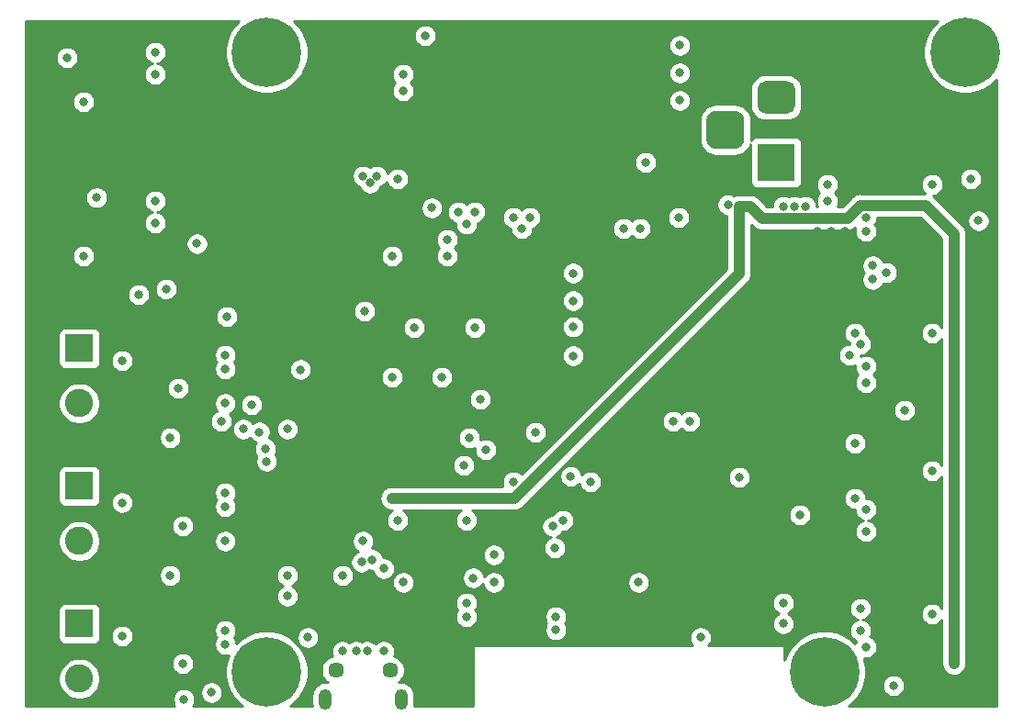
<source format=gbr>
%TF.GenerationSoftware,KiCad,Pcbnew,5.1.10-88a1d61d58~88~ubuntu20.04.1*%
%TF.CreationDate,2021-07-12T21:51:17+02:00*%
%TF.ProjectId,Tang_v1-1,54616e67-5f76-4312-9d31-2e6b69636164,rev?*%
%TF.SameCoordinates,Original*%
%TF.FileFunction,Copper,L3,Inr*%
%TF.FilePolarity,Positive*%
%FSLAX46Y46*%
G04 Gerber Fmt 4.6, Leading zero omitted, Abs format (unit mm)*
G04 Created by KiCad (PCBNEW 5.1.10-88a1d61d58~88~ubuntu20.04.1) date 2021-07-12 21:51:17*
%MOMM*%
%LPD*%
G01*
G04 APERTURE LIST*
%TA.AperFunction,ComponentPad*%
%ADD10C,6.400000*%
%TD*%
%TA.AperFunction,ComponentPad*%
%ADD11C,0.800000*%
%TD*%
%TA.AperFunction,ComponentPad*%
%ADD12R,3.500000X3.500000*%
%TD*%
%TA.AperFunction,ComponentPad*%
%ADD13C,1.450000*%
%TD*%
%TA.AperFunction,ComponentPad*%
%ADD14O,1.200000X1.900000*%
%TD*%
%TA.AperFunction,ComponentPad*%
%ADD15R,2.600000X2.600000*%
%TD*%
%TA.AperFunction,ComponentPad*%
%ADD16C,2.600000*%
%TD*%
%TA.AperFunction,ViaPad*%
%ADD17C,0.800000*%
%TD*%
%TA.AperFunction,Conductor*%
%ADD18C,1.000000*%
%TD*%
%TA.AperFunction,Conductor*%
%ADD19C,0.254000*%
%TD*%
%TA.AperFunction,Conductor*%
%ADD20C,0.100000*%
%TD*%
G04 APERTURE END LIST*
D10*
%TO.N,GND*%
%TO.C,H1*%
X142875000Y-104140000D03*
D11*
X145275000Y-104140000D03*
X144572056Y-105837056D03*
X142875000Y-106540000D03*
X141177944Y-105837056D03*
X140475000Y-104140000D03*
X141177944Y-102442944D03*
X142875000Y-101740000D03*
X144572056Y-102442944D03*
%TD*%
%TO.N,GND*%
%TO.C,H2*%
X208961056Y-102442944D03*
X207264000Y-101740000D03*
X205566944Y-102442944D03*
X204864000Y-104140000D03*
X205566944Y-105837056D03*
X207264000Y-106540000D03*
X208961056Y-105837056D03*
X209664000Y-104140000D03*
D10*
X207264000Y-104140000D03*
%TD*%
%TO.N,GND*%
%TO.C,H3*%
X142875000Y-161290000D03*
D11*
X145275000Y-161290000D03*
X144572056Y-162987056D03*
X142875000Y-163690000D03*
X141177944Y-162987056D03*
X140475000Y-161290000D03*
X141177944Y-159592944D03*
X142875000Y-158890000D03*
X144572056Y-159592944D03*
%TD*%
%TO.N,GND*%
%TO.C,H4*%
X196007056Y-159592944D03*
X194310000Y-158890000D03*
X192612944Y-159592944D03*
X191910000Y-161290000D03*
X192612944Y-162987056D03*
X194310000Y-163690000D03*
X196007056Y-162987056D03*
X196710000Y-161290000D03*
D10*
X194310000Y-161290000D03*
%TD*%
D12*
%TO.N,Net-(F1-Pad2)*%
%TO.C,J1*%
X189865000Y-114300000D03*
%TO.N,GND*%
%TA.AperFunction,ComponentPad*%
G36*
G01*
X188865000Y-106800000D02*
X190865000Y-106800000D01*
G75*
G02*
X191615000Y-107550000I0J-750000D01*
G01*
X191615000Y-109050000D01*
G75*
G02*
X190865000Y-109800000I-750000J0D01*
G01*
X188865000Y-109800000D01*
G75*
G02*
X188115000Y-109050000I0J750000D01*
G01*
X188115000Y-107550000D01*
G75*
G02*
X188865000Y-106800000I750000J0D01*
G01*
G37*
%TD.AperFunction*%
%TO.N,N/C*%
%TA.AperFunction,ComponentPad*%
G36*
G01*
X184290000Y-109550000D02*
X186040000Y-109550000D01*
G75*
G02*
X186915000Y-110425000I0J-875000D01*
G01*
X186915000Y-112175000D01*
G75*
G02*
X186040000Y-113050000I-875000J0D01*
G01*
X184290000Y-113050000D01*
G75*
G02*
X183415000Y-112175000I0J875000D01*
G01*
X183415000Y-110425000D01*
G75*
G02*
X184290000Y-109550000I875000J0D01*
G01*
G37*
%TD.AperFunction*%
%TD*%
D13*
%TO.N,N/C*%
%TO.C,J2*%
X149265000Y-161130000D03*
X154265000Y-161130000D03*
D14*
X148265000Y-163830000D03*
X155265000Y-163830000D03*
%TD*%
D15*
%TO.N,LOAD1_POS*%
%TO.C,J6*%
X125603000Y-144145000D03*
D16*
%TO.N,LOAD1_NEG*%
X125603000Y-149225000D03*
%TD*%
%TO.N,LOAD2_NEG*%
%TO.C,J10*%
X125603000Y-161925000D03*
D15*
%TO.N,LOAD2_POS*%
X125603000Y-156845000D03*
%TD*%
%TO.N,LOAD3_POS*%
%TO.C,J11*%
X125603000Y-131445000D03*
D16*
%TO.N,LOAD3_NEG*%
X125603000Y-136525000D03*
%TD*%
D17*
%TO.N,+3V3*%
X163830000Y-153035000D03*
X163830000Y-150495000D03*
X156464000Y-129540000D03*
X162052000Y-129540000D03*
X125984000Y-122936000D03*
X125984000Y-108712000D03*
X161036000Y-142240000D03*
X204216000Y-155956000D03*
X204216000Y-142748000D03*
X204216000Y-130048000D03*
X204216000Y-116332000D03*
X162560000Y-136144000D03*
X136448009Y-121797701D03*
%TO.N,GND*%
X154940000Y-147320000D03*
X151765000Y-149225000D03*
X153670000Y-159385000D03*
X153670000Y-151765000D03*
X169545000Y-157410001D03*
X182880000Y-158115000D03*
X177165000Y-153035000D03*
X190500000Y-154940000D03*
X190500000Y-156845000D03*
X161290000Y-147320000D03*
X135255000Y-163830000D03*
X137795000Y-163195000D03*
X139065000Y-158750000D03*
X133985000Y-152400000D03*
X139065000Y-149225000D03*
X133985000Y-139700000D03*
X139065000Y-136525000D03*
X139065000Y-146050000D03*
X139065000Y-133350000D03*
X139065000Y-157480000D03*
X139065000Y-144780000D03*
X139065000Y-132080000D03*
X146685000Y-158115000D03*
X144780000Y-154305000D03*
X144780000Y-152400000D03*
X191516000Y-118364000D03*
X192532000Y-118364000D03*
X175768000Y-120396000D03*
X177292000Y-120396000D03*
X177800000Y-114300000D03*
X171135000Y-132141000D03*
X171135000Y-129479000D03*
X171135000Y-127061000D03*
X171135000Y-124521000D03*
X181864000Y-138176000D03*
X198120000Y-134620000D03*
X198120000Y-148336000D03*
X200660000Y-162560000D03*
X180970000Y-103510000D03*
X180970000Y-106050000D03*
X180970000Y-108590000D03*
X155448000Y-106172000D03*
X155448000Y-107696000D03*
X197104000Y-130048000D03*
X197612000Y-131064000D03*
X154432000Y-122936000D03*
X159512000Y-121412000D03*
X159512000Y-122936000D03*
X132588000Y-117856000D03*
X132588000Y-104140000D03*
X162052000Y-118872000D03*
X160528000Y-118872000D03*
X154432000Y-134112000D03*
X159004000Y-134112000D03*
X190500000Y-118364001D03*
X161300000Y-120000000D03*
X153035000Y-115570000D03*
X151765000Y-115570000D03*
X152400000Y-116205000D03*
X198120000Y-120650000D03*
X198755000Y-125095000D03*
X198755000Y-123825000D03*
X200025000Y-124460000D03*
X142875000Y-141870000D03*
%TO.N,+24V*%
X199390000Y-102235000D03*
X199390000Y-103505000D03*
X129540000Y-140208000D03*
X129540000Y-152908000D03*
X129540000Y-127508000D03*
X200400000Y-102800000D03*
X151130000Y-109855000D03*
X152400000Y-109855000D03*
X153670000Y-109855000D03*
X193675000Y-120650000D03*
X194945000Y-120650000D03*
X196215000Y-120650000D03*
%TO.N,Net-(C12-Pad2)*%
X158115000Y-118491000D03*
X157480000Y-102616000D03*
%TO.N,+12V*%
X154940000Y-115824000D03*
X165608000Y-119380000D03*
X167132000Y-119380000D03*
X129540000Y-145680000D03*
X129540000Y-157988000D03*
X129540000Y-132588000D03*
X166400000Y-120400000D03*
%TO.N,+5V*%
X186436000Y-118364000D03*
X187452000Y-118364000D03*
X154432000Y-145288000D03*
X206248000Y-120904000D03*
X206248000Y-134112000D03*
X206248000Y-147320000D03*
X206248000Y-160528000D03*
X124460000Y-104648000D03*
X127197989Y-117545989D03*
X133604000Y-125984000D03*
X131064000Y-126492000D03*
X185400000Y-118200000D03*
%TO.N,Net-(C13-Pad2)*%
X180848000Y-119380000D03*
X196596000Y-132080000D03*
%TO.N,5V_USB*%
X149860000Y-159385000D03*
X149860000Y-152400000D03*
%TO.N,EN*%
X161290000Y-156210000D03*
X169545000Y-156210000D03*
%TO.N,TER1*%
X135128000Y-147828000D03*
X180340000Y-138176000D03*
%TO.N,TER2*%
X135128000Y-160528000D03*
X165608000Y-143764000D03*
%TO.N,TER3*%
X134723002Y-135128000D03*
X138684000Y-138176000D03*
%TO.N,Net-(J2-Pad2)*%
X151130000Y-159385000D03*
X151624217Y-151163368D03*
%TO.N,Net-(J2-Pad3)*%
X152130003Y-159385000D03*
X152597261Y-150932739D03*
%TO.N,GRV1-1*%
X201676000Y-137160000D03*
X207772000Y-115824000D03*
%TO.N,GRV1-2*%
X192024000Y-146812000D03*
X208497001Y-119670999D03*
%TO.N,Net-(J3-Pad3)*%
X198120000Y-119380000D03*
%TO.N,Net-(J4-Pad3)*%
X198120000Y-133096000D03*
%TO.N,SDA*%
X169455000Y-149860000D03*
X170905000Y-143256000D03*
X161544000Y-139700000D03*
X144780000Y-138901000D03*
X142206505Y-139158505D03*
X139192000Y-128524000D03*
%TO.N,SCL*%
X170180000Y-147320000D03*
X167640000Y-139192000D03*
%TO.N,Net-(J5-Pad3)*%
X132588000Y-106172000D03*
%TO.N,Net-(J7-Pad3)*%
X132588000Y-119888000D03*
%TO.N,Net-(J8-Pad3)*%
X198120000Y-146304000D03*
%TO.N,Net-(J9-Pad3)*%
X198120000Y-159004000D03*
%TO.N,GRV5-2*%
X172720000Y-143764000D03*
X197612000Y-157480000D03*
%TO.N,GRV5-1*%
X197612000Y-155448000D03*
X186436000Y-143340000D03*
%TO.N,IO0*%
X161290000Y-154940000D03*
X169244939Y-147866139D03*
X163068000Y-140799999D03*
X142748000Y-140716000D03*
X140716000Y-138901000D03*
X141481505Y-136652000D03*
X145999848Y-133400152D03*
X151892000Y-128016000D03*
%TO.N,DTR*%
X155485000Y-153035000D03*
X161925000Y-152619999D03*
%TO.N,Net-(JP1-Pad2)*%
X194564000Y-116332000D03*
%TO.N,Net-(JP2-Pad2)*%
X194564000Y-117856000D03*
%TO.N,Net-(JP4-Pad2)*%
X197104000Y-140208000D03*
%TO.N,Net-(JP5-Pad2)*%
X197104000Y-145288000D03*
%TD*%
D18*
%TO.N,+5V*%
X186436000Y-124564002D02*
X186436000Y-118364000D01*
X165712002Y-145288000D02*
X186436000Y-124564002D01*
X154432000Y-145288000D02*
X165712002Y-145288000D01*
X187452000Y-118364000D02*
X186436000Y-118364000D01*
X203623999Y-118279999D02*
X206248000Y-120904000D01*
X197591999Y-118279999D02*
X203623999Y-118279999D01*
X196407997Y-119464001D02*
X197591999Y-118279999D01*
X188552001Y-119464001D02*
X196407997Y-119464001D01*
X187452000Y-118364000D02*
X188552001Y-119464001D01*
X206248000Y-120904000D02*
X206248000Y-134112000D01*
X206248000Y-134112000D02*
X206248000Y-147320000D01*
X206248000Y-147320000D02*
X206248000Y-160528000D01*
%TD*%
D19*
%TO.N,+24V*%
X139896161Y-101695330D02*
X139476467Y-102323446D01*
X139187377Y-103021372D01*
X139040000Y-103762285D01*
X139040000Y-104517715D01*
X139187377Y-105258628D01*
X139476467Y-105956554D01*
X139896161Y-106584670D01*
X140430330Y-107118839D01*
X141058446Y-107538533D01*
X141756372Y-107827623D01*
X142497285Y-107975000D01*
X143252715Y-107975000D01*
X143993628Y-107827623D01*
X144691554Y-107538533D01*
X145319670Y-107118839D01*
X145853839Y-106584670D01*
X146197689Y-106070061D01*
X154413000Y-106070061D01*
X154413000Y-106273939D01*
X154452774Y-106473898D01*
X154530795Y-106662256D01*
X154644063Y-106831774D01*
X154746289Y-106934000D01*
X154644063Y-107036226D01*
X154530795Y-107205744D01*
X154452774Y-107394102D01*
X154413000Y-107594061D01*
X154413000Y-107797939D01*
X154452774Y-107997898D01*
X154530795Y-108186256D01*
X154644063Y-108355774D01*
X154788226Y-108499937D01*
X154957744Y-108613205D01*
X155146102Y-108691226D01*
X155346061Y-108731000D01*
X155549939Y-108731000D01*
X155749898Y-108691226D01*
X155938256Y-108613205D01*
X156107774Y-108499937D01*
X156119650Y-108488061D01*
X179935000Y-108488061D01*
X179935000Y-108691939D01*
X179974774Y-108891898D01*
X180052795Y-109080256D01*
X180166063Y-109249774D01*
X180310226Y-109393937D01*
X180479744Y-109507205D01*
X180668102Y-109585226D01*
X180868061Y-109625000D01*
X181071939Y-109625000D01*
X181271898Y-109585226D01*
X181460256Y-109507205D01*
X181629774Y-109393937D01*
X181773937Y-109249774D01*
X181887205Y-109080256D01*
X181965226Y-108891898D01*
X182005000Y-108691939D01*
X182005000Y-108488061D01*
X181965226Y-108288102D01*
X181887205Y-108099744D01*
X181773937Y-107930226D01*
X181629774Y-107786063D01*
X181460256Y-107672795D01*
X181271898Y-107594774D01*
X181071939Y-107555000D01*
X180868061Y-107555000D01*
X180668102Y-107594774D01*
X180479744Y-107672795D01*
X180310226Y-107786063D01*
X180166063Y-107930226D01*
X180052795Y-108099744D01*
X179974774Y-108288102D01*
X179935000Y-108488061D01*
X156119650Y-108488061D01*
X156251937Y-108355774D01*
X156365205Y-108186256D01*
X156443226Y-107997898D01*
X156483000Y-107797939D01*
X156483000Y-107594061D01*
X156474236Y-107550000D01*
X187476928Y-107550000D01*
X187476928Y-109050000D01*
X187503599Y-109320799D01*
X187582589Y-109581192D01*
X187710860Y-109821171D01*
X187883485Y-110031515D01*
X188093829Y-110204140D01*
X188333808Y-110332411D01*
X188594201Y-110411401D01*
X188865000Y-110438072D01*
X190865000Y-110438072D01*
X191135799Y-110411401D01*
X191396192Y-110332411D01*
X191636171Y-110204140D01*
X191846515Y-110031515D01*
X192019140Y-109821171D01*
X192147411Y-109581192D01*
X192226401Y-109320799D01*
X192253072Y-109050000D01*
X192253072Y-107550000D01*
X192226401Y-107279201D01*
X192147411Y-107018808D01*
X192019140Y-106778829D01*
X191846515Y-106568485D01*
X191636171Y-106395860D01*
X191396192Y-106267589D01*
X191135799Y-106188599D01*
X190865000Y-106161928D01*
X188865000Y-106161928D01*
X188594201Y-106188599D01*
X188333808Y-106267589D01*
X188093829Y-106395860D01*
X187883485Y-106568485D01*
X187710860Y-106778829D01*
X187582589Y-107018808D01*
X187503599Y-107279201D01*
X187476928Y-107550000D01*
X156474236Y-107550000D01*
X156443226Y-107394102D01*
X156365205Y-107205744D01*
X156251937Y-107036226D01*
X156149711Y-106934000D01*
X156251937Y-106831774D01*
X156365205Y-106662256D01*
X156443226Y-106473898D01*
X156483000Y-106273939D01*
X156483000Y-106070061D01*
X156458733Y-105948061D01*
X179935000Y-105948061D01*
X179935000Y-106151939D01*
X179974774Y-106351898D01*
X180052795Y-106540256D01*
X180166063Y-106709774D01*
X180310226Y-106853937D01*
X180479744Y-106967205D01*
X180668102Y-107045226D01*
X180868061Y-107085000D01*
X181071939Y-107085000D01*
X181271898Y-107045226D01*
X181460256Y-106967205D01*
X181629774Y-106853937D01*
X181773937Y-106709774D01*
X181887205Y-106540256D01*
X181965226Y-106351898D01*
X182005000Y-106151939D01*
X182005000Y-105948061D01*
X181965226Y-105748102D01*
X181887205Y-105559744D01*
X181773937Y-105390226D01*
X181629774Y-105246063D01*
X181460256Y-105132795D01*
X181271898Y-105054774D01*
X181071939Y-105015000D01*
X180868061Y-105015000D01*
X180668102Y-105054774D01*
X180479744Y-105132795D01*
X180310226Y-105246063D01*
X180166063Y-105390226D01*
X180052795Y-105559744D01*
X179974774Y-105748102D01*
X179935000Y-105948061D01*
X156458733Y-105948061D01*
X156443226Y-105870102D01*
X156365205Y-105681744D01*
X156251937Y-105512226D01*
X156107774Y-105368063D01*
X155938256Y-105254795D01*
X155749898Y-105176774D01*
X155549939Y-105137000D01*
X155346061Y-105137000D01*
X155146102Y-105176774D01*
X154957744Y-105254795D01*
X154788226Y-105368063D01*
X154644063Y-105512226D01*
X154530795Y-105681744D01*
X154452774Y-105870102D01*
X154413000Y-106070061D01*
X146197689Y-106070061D01*
X146273533Y-105956554D01*
X146562623Y-105258628D01*
X146710000Y-104517715D01*
X146710000Y-103762285D01*
X146562623Y-103021372D01*
X146352489Y-102514061D01*
X156445000Y-102514061D01*
X156445000Y-102717939D01*
X156484774Y-102917898D01*
X156562795Y-103106256D01*
X156676063Y-103275774D01*
X156820226Y-103419937D01*
X156989744Y-103533205D01*
X157178102Y-103611226D01*
X157378061Y-103651000D01*
X157581939Y-103651000D01*
X157781898Y-103611226D01*
X157970256Y-103533205D01*
X158139774Y-103419937D01*
X158151650Y-103408061D01*
X179935000Y-103408061D01*
X179935000Y-103611939D01*
X179974774Y-103811898D01*
X180052795Y-104000256D01*
X180166063Y-104169774D01*
X180310226Y-104313937D01*
X180479744Y-104427205D01*
X180668102Y-104505226D01*
X180868061Y-104545000D01*
X181071939Y-104545000D01*
X181271898Y-104505226D01*
X181460256Y-104427205D01*
X181629774Y-104313937D01*
X181773937Y-104169774D01*
X181887205Y-104000256D01*
X181965226Y-103811898D01*
X182005000Y-103611939D01*
X182005000Y-103408061D01*
X181965226Y-103208102D01*
X181887205Y-103019744D01*
X181773937Y-102850226D01*
X181629774Y-102706063D01*
X181460256Y-102592795D01*
X181271898Y-102514774D01*
X181071939Y-102475000D01*
X180868061Y-102475000D01*
X180668102Y-102514774D01*
X180479744Y-102592795D01*
X180310226Y-102706063D01*
X180166063Y-102850226D01*
X180052795Y-103019744D01*
X179974774Y-103208102D01*
X179935000Y-103408061D01*
X158151650Y-103408061D01*
X158283937Y-103275774D01*
X158397205Y-103106256D01*
X158475226Y-102917898D01*
X158515000Y-102717939D01*
X158515000Y-102514061D01*
X158475226Y-102314102D01*
X158397205Y-102125744D01*
X158283937Y-101956226D01*
X158139774Y-101812063D01*
X157970256Y-101698795D01*
X157781898Y-101620774D01*
X157581939Y-101581000D01*
X157378061Y-101581000D01*
X157178102Y-101620774D01*
X156989744Y-101698795D01*
X156820226Y-101812063D01*
X156676063Y-101956226D01*
X156562795Y-102125744D01*
X156484774Y-102314102D01*
X156445000Y-102514061D01*
X146352489Y-102514061D01*
X146273533Y-102323446D01*
X145853839Y-101695330D01*
X145402509Y-101244000D01*
X204736491Y-101244000D01*
X204285161Y-101695330D01*
X203865467Y-102323446D01*
X203576377Y-103021372D01*
X203429000Y-103762285D01*
X203429000Y-104517715D01*
X203576377Y-105258628D01*
X203865467Y-105956554D01*
X204285161Y-106584670D01*
X204819330Y-107118839D01*
X205447446Y-107538533D01*
X206145372Y-107827623D01*
X206886285Y-107975000D01*
X207641715Y-107975000D01*
X208382628Y-107827623D01*
X209080554Y-107538533D01*
X209708670Y-107118839D01*
X210160001Y-106667508D01*
X210160000Y-164440000D01*
X196498510Y-164440000D01*
X196754670Y-164268839D01*
X197288839Y-163734670D01*
X197708533Y-163106554D01*
X197977147Y-162458061D01*
X199625000Y-162458061D01*
X199625000Y-162661939D01*
X199664774Y-162861898D01*
X199742795Y-163050256D01*
X199856063Y-163219774D01*
X200000226Y-163363937D01*
X200169744Y-163477205D01*
X200358102Y-163555226D01*
X200558061Y-163595000D01*
X200761939Y-163595000D01*
X200961898Y-163555226D01*
X201150256Y-163477205D01*
X201319774Y-163363937D01*
X201463937Y-163219774D01*
X201577205Y-163050256D01*
X201655226Y-162861898D01*
X201695000Y-162661939D01*
X201695000Y-162458061D01*
X201655226Y-162258102D01*
X201577205Y-162069744D01*
X201463937Y-161900226D01*
X201319774Y-161756063D01*
X201150256Y-161642795D01*
X200961898Y-161564774D01*
X200761939Y-161525000D01*
X200558061Y-161525000D01*
X200358102Y-161564774D01*
X200169744Y-161642795D01*
X200000226Y-161756063D01*
X199856063Y-161900226D01*
X199742795Y-162069744D01*
X199664774Y-162258102D01*
X199625000Y-162458061D01*
X197977147Y-162458061D01*
X197997623Y-162408628D01*
X198145000Y-161667715D01*
X198145000Y-160912285D01*
X197997623Y-160171372D01*
X197936035Y-160022684D01*
X198018061Y-160039000D01*
X198221939Y-160039000D01*
X198421898Y-159999226D01*
X198610256Y-159921205D01*
X198779774Y-159807937D01*
X198923937Y-159663774D01*
X199037205Y-159494256D01*
X199115226Y-159305898D01*
X199155000Y-159105939D01*
X199155000Y-158902061D01*
X199115226Y-158702102D01*
X199037205Y-158513744D01*
X198923937Y-158344226D01*
X198779774Y-158200063D01*
X198610256Y-158086795D01*
X198485786Y-158035237D01*
X198529205Y-157970256D01*
X198607226Y-157781898D01*
X198647000Y-157581939D01*
X198647000Y-157378061D01*
X198607226Y-157178102D01*
X198529205Y-156989744D01*
X198415937Y-156820226D01*
X198271774Y-156676063D01*
X198102256Y-156562795D01*
X197913898Y-156484774D01*
X197809459Y-156464000D01*
X197913898Y-156443226D01*
X198102256Y-156365205D01*
X198271774Y-156251937D01*
X198415937Y-156107774D01*
X198529205Y-155938256D01*
X198607226Y-155749898D01*
X198647000Y-155549939D01*
X198647000Y-155346061D01*
X198607226Y-155146102D01*
X198529205Y-154957744D01*
X198415937Y-154788226D01*
X198271774Y-154644063D01*
X198102256Y-154530795D01*
X197913898Y-154452774D01*
X197713939Y-154413000D01*
X197510061Y-154413000D01*
X197310102Y-154452774D01*
X197121744Y-154530795D01*
X196952226Y-154644063D01*
X196808063Y-154788226D01*
X196694795Y-154957744D01*
X196616774Y-155146102D01*
X196577000Y-155346061D01*
X196577000Y-155549939D01*
X196616774Y-155749898D01*
X196694795Y-155938256D01*
X196808063Y-156107774D01*
X196952226Y-156251937D01*
X197121744Y-156365205D01*
X197310102Y-156443226D01*
X197414541Y-156464000D01*
X197310102Y-156484774D01*
X197121744Y-156562795D01*
X196952226Y-156676063D01*
X196808063Y-156820226D01*
X196694795Y-156989744D01*
X196616774Y-157178102D01*
X196577000Y-157378061D01*
X196577000Y-157581939D01*
X196616774Y-157781898D01*
X196694795Y-157970256D01*
X196808063Y-158139774D01*
X196952226Y-158283937D01*
X197121744Y-158397205D01*
X197246214Y-158448763D01*
X197202795Y-158513744D01*
X197130877Y-158687368D01*
X196754670Y-158311161D01*
X196126554Y-157891467D01*
X195428628Y-157602377D01*
X194687715Y-157455000D01*
X193932285Y-157455000D01*
X193191372Y-157602377D01*
X192493446Y-157891467D01*
X191865330Y-158311161D01*
X191331161Y-158845330D01*
X190911467Y-159473446D01*
X190627000Y-160160211D01*
X190627000Y-159004000D01*
X190624560Y-158979224D01*
X190617333Y-158955399D01*
X190605597Y-158933443D01*
X190589803Y-158914197D01*
X190570557Y-158898403D01*
X190548601Y-158886667D01*
X190524776Y-158879440D01*
X190500000Y-158877000D01*
X183581711Y-158877000D01*
X183683937Y-158774774D01*
X183797205Y-158605256D01*
X183875226Y-158416898D01*
X183915000Y-158216939D01*
X183915000Y-158013061D01*
X183875226Y-157813102D01*
X183797205Y-157624744D01*
X183683937Y-157455226D01*
X183539774Y-157311063D01*
X183370256Y-157197795D01*
X183181898Y-157119774D01*
X182981939Y-157080000D01*
X182778061Y-157080000D01*
X182578102Y-157119774D01*
X182389744Y-157197795D01*
X182220226Y-157311063D01*
X182076063Y-157455226D01*
X181962795Y-157624744D01*
X181884774Y-157813102D01*
X181845000Y-158013061D01*
X181845000Y-158216939D01*
X181884774Y-158416898D01*
X181962795Y-158605256D01*
X182076063Y-158774774D01*
X182178289Y-158877000D01*
X162052000Y-158877000D01*
X162027224Y-158879440D01*
X162003399Y-158886667D01*
X161981443Y-158898403D01*
X161962197Y-158914197D01*
X161946403Y-158933443D01*
X161934667Y-158955399D01*
X161927440Y-158979224D01*
X161925000Y-159004000D01*
X161925000Y-164440000D01*
X156476700Y-164440000D01*
X156482130Y-164422101D01*
X156500000Y-164240664D01*
X156500000Y-163419335D01*
X156482130Y-163237898D01*
X156411511Y-163005099D01*
X156296833Y-162790551D01*
X156142502Y-162602498D01*
X155954448Y-162448167D01*
X155739900Y-162333489D01*
X155507101Y-162262870D01*
X155265000Y-162239025D01*
X155022898Y-162262870D01*
X155012965Y-162265883D01*
X155131949Y-162186381D01*
X155321381Y-161996949D01*
X155470216Y-161774201D01*
X155572736Y-161526697D01*
X155625000Y-161263948D01*
X155625000Y-160996052D01*
X155572736Y-160733303D01*
X155470216Y-160485799D01*
X155321381Y-160263051D01*
X155131949Y-160073619D01*
X154909201Y-159924784D01*
X154661697Y-159822264D01*
X154613155Y-159812608D01*
X154665226Y-159686898D01*
X154705000Y-159486939D01*
X154705000Y-159283061D01*
X154665226Y-159083102D01*
X154587205Y-158894744D01*
X154473937Y-158725226D01*
X154329774Y-158581063D01*
X154160256Y-158467795D01*
X153971898Y-158389774D01*
X153771939Y-158350000D01*
X153568061Y-158350000D01*
X153368102Y-158389774D01*
X153179744Y-158467795D01*
X153010226Y-158581063D01*
X152900002Y-158691288D01*
X152789777Y-158581063D01*
X152620259Y-158467795D01*
X152431901Y-158389774D01*
X152231942Y-158350000D01*
X152028064Y-158350000D01*
X151828105Y-158389774D01*
X151639747Y-158467795D01*
X151630002Y-158474307D01*
X151620256Y-158467795D01*
X151431898Y-158389774D01*
X151231939Y-158350000D01*
X151028061Y-158350000D01*
X150828102Y-158389774D01*
X150639744Y-158467795D01*
X150495000Y-158564510D01*
X150350256Y-158467795D01*
X150161898Y-158389774D01*
X149961939Y-158350000D01*
X149758061Y-158350000D01*
X149558102Y-158389774D01*
X149369744Y-158467795D01*
X149200226Y-158581063D01*
X149056063Y-158725226D01*
X148942795Y-158894744D01*
X148864774Y-159083102D01*
X148825000Y-159283061D01*
X148825000Y-159486939D01*
X148864774Y-159686898D01*
X148916845Y-159812608D01*
X148868303Y-159822264D01*
X148620799Y-159924784D01*
X148398051Y-160073619D01*
X148208619Y-160263051D01*
X148059784Y-160485799D01*
X147957264Y-160733303D01*
X147905000Y-160996052D01*
X147905000Y-161263948D01*
X147957264Y-161526697D01*
X148059784Y-161774201D01*
X148208619Y-161996949D01*
X148398051Y-162186381D01*
X148517035Y-162265883D01*
X148507102Y-162262870D01*
X148265000Y-162239025D01*
X148022899Y-162262870D01*
X147790100Y-162333489D01*
X147575552Y-162448167D01*
X147387499Y-162602498D01*
X147233168Y-162790551D01*
X147118489Y-163005099D01*
X147047870Y-163237898D01*
X147030000Y-163419335D01*
X147030000Y-164240664D01*
X147047870Y-164422101D01*
X147053300Y-164440000D01*
X145063510Y-164440000D01*
X145319670Y-164268839D01*
X145853839Y-163734670D01*
X146273533Y-163106554D01*
X146562623Y-162408628D01*
X146710000Y-161667715D01*
X146710000Y-160912285D01*
X146562623Y-160171372D01*
X146273533Y-159473446D01*
X145853839Y-158845330D01*
X145319670Y-158311161D01*
X144873533Y-158013061D01*
X145650000Y-158013061D01*
X145650000Y-158216939D01*
X145689774Y-158416898D01*
X145767795Y-158605256D01*
X145881063Y-158774774D01*
X146025226Y-158918937D01*
X146194744Y-159032205D01*
X146383102Y-159110226D01*
X146583061Y-159150000D01*
X146786939Y-159150000D01*
X146986898Y-159110226D01*
X147175256Y-159032205D01*
X147344774Y-158918937D01*
X147488937Y-158774774D01*
X147602205Y-158605256D01*
X147680226Y-158416898D01*
X147720000Y-158216939D01*
X147720000Y-158013061D01*
X147680226Y-157813102D01*
X147602205Y-157624744D01*
X147488937Y-157455226D01*
X147344774Y-157311063D01*
X147175256Y-157197795D01*
X146986898Y-157119774D01*
X146786939Y-157080000D01*
X146583061Y-157080000D01*
X146383102Y-157119774D01*
X146194744Y-157197795D01*
X146025226Y-157311063D01*
X145881063Y-157455226D01*
X145767795Y-157624744D01*
X145689774Y-157813102D01*
X145650000Y-158013061D01*
X144873533Y-158013061D01*
X144691554Y-157891467D01*
X143993628Y-157602377D01*
X143252715Y-157455000D01*
X142497285Y-157455000D01*
X141756372Y-157602377D01*
X141058446Y-157891467D01*
X140430330Y-158311161D01*
X140098910Y-158642581D01*
X140060226Y-158448102D01*
X139982205Y-158259744D01*
X139885490Y-158115000D01*
X139982205Y-157970256D01*
X140060226Y-157781898D01*
X140100000Y-157581939D01*
X140100000Y-157378061D01*
X140060226Y-157178102D01*
X139982205Y-156989744D01*
X139868937Y-156820226D01*
X139724774Y-156676063D01*
X139555256Y-156562795D01*
X139366898Y-156484774D01*
X139166939Y-156445000D01*
X138963061Y-156445000D01*
X138763102Y-156484774D01*
X138574744Y-156562795D01*
X138405226Y-156676063D01*
X138261063Y-156820226D01*
X138147795Y-156989744D01*
X138069774Y-157178102D01*
X138030000Y-157378061D01*
X138030000Y-157581939D01*
X138069774Y-157781898D01*
X138147795Y-157970256D01*
X138244510Y-158115000D01*
X138147795Y-158259744D01*
X138069774Y-158448102D01*
X138030000Y-158648061D01*
X138030000Y-158851939D01*
X138069774Y-159051898D01*
X138147795Y-159240256D01*
X138261063Y-159409774D01*
X138405226Y-159553937D01*
X138574744Y-159667205D01*
X138763102Y-159745226D01*
X138963061Y-159785000D01*
X139166939Y-159785000D01*
X139363622Y-159745878D01*
X139187377Y-160171372D01*
X139040000Y-160912285D01*
X139040000Y-161667715D01*
X139187377Y-162408628D01*
X139476467Y-163106554D01*
X139896161Y-163734670D01*
X140430330Y-164268839D01*
X140686490Y-164440000D01*
X136092195Y-164440000D01*
X136172205Y-164320256D01*
X136250226Y-164131898D01*
X136290000Y-163931939D01*
X136290000Y-163728061D01*
X136250226Y-163528102D01*
X136172205Y-163339744D01*
X136058937Y-163170226D01*
X135981772Y-163093061D01*
X136760000Y-163093061D01*
X136760000Y-163296939D01*
X136799774Y-163496898D01*
X136877795Y-163685256D01*
X136991063Y-163854774D01*
X137135226Y-163998937D01*
X137304744Y-164112205D01*
X137493102Y-164190226D01*
X137693061Y-164230000D01*
X137896939Y-164230000D01*
X138096898Y-164190226D01*
X138285256Y-164112205D01*
X138454774Y-163998937D01*
X138598937Y-163854774D01*
X138712205Y-163685256D01*
X138790226Y-163496898D01*
X138830000Y-163296939D01*
X138830000Y-163093061D01*
X138790226Y-162893102D01*
X138712205Y-162704744D01*
X138598937Y-162535226D01*
X138454774Y-162391063D01*
X138285256Y-162277795D01*
X138096898Y-162199774D01*
X137896939Y-162160000D01*
X137693061Y-162160000D01*
X137493102Y-162199774D01*
X137304744Y-162277795D01*
X137135226Y-162391063D01*
X136991063Y-162535226D01*
X136877795Y-162704744D01*
X136799774Y-162893102D01*
X136760000Y-163093061D01*
X135981772Y-163093061D01*
X135914774Y-163026063D01*
X135745256Y-162912795D01*
X135556898Y-162834774D01*
X135356939Y-162795000D01*
X135153061Y-162795000D01*
X134953102Y-162834774D01*
X134764744Y-162912795D01*
X134595226Y-163026063D01*
X134451063Y-163170226D01*
X134337795Y-163339744D01*
X134259774Y-163528102D01*
X134220000Y-163728061D01*
X134220000Y-163931939D01*
X134259774Y-164131898D01*
X134337795Y-164320256D01*
X134417805Y-164440000D01*
X120675000Y-164440000D01*
X120675000Y-161734419D01*
X123668000Y-161734419D01*
X123668000Y-162115581D01*
X123742361Y-162489419D01*
X123888225Y-162841566D01*
X124099987Y-163158491D01*
X124369509Y-163428013D01*
X124686434Y-163639775D01*
X125038581Y-163785639D01*
X125412419Y-163860000D01*
X125793581Y-163860000D01*
X126167419Y-163785639D01*
X126519566Y-163639775D01*
X126836491Y-163428013D01*
X127106013Y-163158491D01*
X127317775Y-162841566D01*
X127463639Y-162489419D01*
X127538000Y-162115581D01*
X127538000Y-161734419D01*
X127463639Y-161360581D01*
X127317775Y-161008434D01*
X127106013Y-160691509D01*
X126840565Y-160426061D01*
X134093000Y-160426061D01*
X134093000Y-160629939D01*
X134132774Y-160829898D01*
X134210795Y-161018256D01*
X134324063Y-161187774D01*
X134468226Y-161331937D01*
X134637744Y-161445205D01*
X134826102Y-161523226D01*
X135026061Y-161563000D01*
X135229939Y-161563000D01*
X135429898Y-161523226D01*
X135618256Y-161445205D01*
X135787774Y-161331937D01*
X135931937Y-161187774D01*
X136045205Y-161018256D01*
X136123226Y-160829898D01*
X136163000Y-160629939D01*
X136163000Y-160426061D01*
X136123226Y-160226102D01*
X136045205Y-160037744D01*
X135931937Y-159868226D01*
X135787774Y-159724063D01*
X135618256Y-159610795D01*
X135429898Y-159532774D01*
X135229939Y-159493000D01*
X135026061Y-159493000D01*
X134826102Y-159532774D01*
X134637744Y-159610795D01*
X134468226Y-159724063D01*
X134324063Y-159868226D01*
X134210795Y-160037744D01*
X134132774Y-160226102D01*
X134093000Y-160426061D01*
X126840565Y-160426061D01*
X126836491Y-160421987D01*
X126519566Y-160210225D01*
X126167419Y-160064361D01*
X125793581Y-159990000D01*
X125412419Y-159990000D01*
X125038581Y-160064361D01*
X124686434Y-160210225D01*
X124369509Y-160421987D01*
X124099987Y-160691509D01*
X123888225Y-161008434D01*
X123742361Y-161360581D01*
X123668000Y-161734419D01*
X120675000Y-161734419D01*
X120675000Y-155545000D01*
X123664928Y-155545000D01*
X123664928Y-158145000D01*
X123677188Y-158269482D01*
X123713498Y-158389180D01*
X123772463Y-158499494D01*
X123851815Y-158596185D01*
X123948506Y-158675537D01*
X124058820Y-158734502D01*
X124178518Y-158770812D01*
X124303000Y-158783072D01*
X126903000Y-158783072D01*
X127027482Y-158770812D01*
X127147180Y-158734502D01*
X127257494Y-158675537D01*
X127354185Y-158596185D01*
X127433537Y-158499494D01*
X127492502Y-158389180D01*
X127528812Y-158269482D01*
X127541072Y-158145000D01*
X127541072Y-157886061D01*
X128505000Y-157886061D01*
X128505000Y-158089939D01*
X128544774Y-158289898D01*
X128622795Y-158478256D01*
X128736063Y-158647774D01*
X128880226Y-158791937D01*
X129049744Y-158905205D01*
X129238102Y-158983226D01*
X129438061Y-159023000D01*
X129641939Y-159023000D01*
X129841898Y-158983226D01*
X130030256Y-158905205D01*
X130199774Y-158791937D01*
X130343937Y-158647774D01*
X130457205Y-158478256D01*
X130535226Y-158289898D01*
X130575000Y-158089939D01*
X130575000Y-157886061D01*
X130535226Y-157686102D01*
X130457205Y-157497744D01*
X130343937Y-157328226D01*
X130199774Y-157184063D01*
X130030256Y-157070795D01*
X129841898Y-156992774D01*
X129641939Y-156953000D01*
X129438061Y-156953000D01*
X129238102Y-156992774D01*
X129049744Y-157070795D01*
X128880226Y-157184063D01*
X128736063Y-157328226D01*
X128622795Y-157497744D01*
X128544774Y-157686102D01*
X128505000Y-157886061D01*
X127541072Y-157886061D01*
X127541072Y-155545000D01*
X127528812Y-155420518D01*
X127492502Y-155300820D01*
X127433537Y-155190506D01*
X127354185Y-155093815D01*
X127257494Y-155014463D01*
X127147180Y-154955498D01*
X127027482Y-154919188D01*
X126903000Y-154906928D01*
X124303000Y-154906928D01*
X124178518Y-154919188D01*
X124058820Y-154955498D01*
X123948506Y-155014463D01*
X123851815Y-155093815D01*
X123772463Y-155190506D01*
X123713498Y-155300820D01*
X123677188Y-155420518D01*
X123664928Y-155545000D01*
X120675000Y-155545000D01*
X120675000Y-152298061D01*
X132950000Y-152298061D01*
X132950000Y-152501939D01*
X132989774Y-152701898D01*
X133067795Y-152890256D01*
X133181063Y-153059774D01*
X133325226Y-153203937D01*
X133494744Y-153317205D01*
X133683102Y-153395226D01*
X133883061Y-153435000D01*
X134086939Y-153435000D01*
X134286898Y-153395226D01*
X134475256Y-153317205D01*
X134644774Y-153203937D01*
X134788937Y-153059774D01*
X134902205Y-152890256D01*
X134980226Y-152701898D01*
X135020000Y-152501939D01*
X135020000Y-152298061D01*
X143745000Y-152298061D01*
X143745000Y-152501939D01*
X143784774Y-152701898D01*
X143862795Y-152890256D01*
X143976063Y-153059774D01*
X144120226Y-153203937D01*
X144289744Y-153317205D01*
X144374953Y-153352500D01*
X144289744Y-153387795D01*
X144120226Y-153501063D01*
X143976063Y-153645226D01*
X143862795Y-153814744D01*
X143784774Y-154003102D01*
X143745000Y-154203061D01*
X143745000Y-154406939D01*
X143784774Y-154606898D01*
X143862795Y-154795256D01*
X143976063Y-154964774D01*
X144120226Y-155108937D01*
X144289744Y-155222205D01*
X144478102Y-155300226D01*
X144678061Y-155340000D01*
X144881939Y-155340000D01*
X145081898Y-155300226D01*
X145270256Y-155222205D01*
X145439774Y-155108937D01*
X145583937Y-154964774D01*
X145668603Y-154838061D01*
X160255000Y-154838061D01*
X160255000Y-155041939D01*
X160294774Y-155241898D01*
X160372795Y-155430256D01*
X160469510Y-155575000D01*
X160372795Y-155719744D01*
X160294774Y-155908102D01*
X160255000Y-156108061D01*
X160255000Y-156311939D01*
X160294774Y-156511898D01*
X160372795Y-156700256D01*
X160486063Y-156869774D01*
X160630226Y-157013937D01*
X160799744Y-157127205D01*
X160988102Y-157205226D01*
X161188061Y-157245000D01*
X161391939Y-157245000D01*
X161591898Y-157205226D01*
X161780256Y-157127205D01*
X161949774Y-157013937D01*
X162093937Y-156869774D01*
X162207205Y-156700256D01*
X162285226Y-156511898D01*
X162325000Y-156311939D01*
X162325000Y-156108061D01*
X168510000Y-156108061D01*
X168510000Y-156311939D01*
X168549774Y-156511898D01*
X168627795Y-156700256D01*
X168701124Y-156810001D01*
X168627795Y-156919745D01*
X168549774Y-157108103D01*
X168510000Y-157308062D01*
X168510000Y-157511940D01*
X168549774Y-157711899D01*
X168627795Y-157900257D01*
X168741063Y-158069775D01*
X168885226Y-158213938D01*
X169054744Y-158327206D01*
X169243102Y-158405227D01*
X169443061Y-158445001D01*
X169646939Y-158445001D01*
X169846898Y-158405227D01*
X170035256Y-158327206D01*
X170204774Y-158213938D01*
X170348937Y-158069775D01*
X170462205Y-157900257D01*
X170540226Y-157711899D01*
X170580000Y-157511940D01*
X170580000Y-157308062D01*
X170540226Y-157108103D01*
X170462205Y-156919745D01*
X170388876Y-156810001D01*
X170462205Y-156700256D01*
X170540226Y-156511898D01*
X170580000Y-156311939D01*
X170580000Y-156108061D01*
X170540226Y-155908102D01*
X170462205Y-155719744D01*
X170348937Y-155550226D01*
X170204774Y-155406063D01*
X170035256Y-155292795D01*
X169846898Y-155214774D01*
X169646939Y-155175000D01*
X169443061Y-155175000D01*
X169243102Y-155214774D01*
X169054744Y-155292795D01*
X168885226Y-155406063D01*
X168741063Y-155550226D01*
X168627795Y-155719744D01*
X168549774Y-155908102D01*
X168510000Y-156108061D01*
X162325000Y-156108061D01*
X162285226Y-155908102D01*
X162207205Y-155719744D01*
X162110490Y-155575000D01*
X162207205Y-155430256D01*
X162285226Y-155241898D01*
X162325000Y-155041939D01*
X162325000Y-154838061D01*
X189465000Y-154838061D01*
X189465000Y-155041939D01*
X189504774Y-155241898D01*
X189582795Y-155430256D01*
X189696063Y-155599774D01*
X189840226Y-155743937D01*
X190009744Y-155857205D01*
X190094953Y-155892500D01*
X190009744Y-155927795D01*
X189840226Y-156041063D01*
X189696063Y-156185226D01*
X189582795Y-156354744D01*
X189504774Y-156543102D01*
X189465000Y-156743061D01*
X189465000Y-156946939D01*
X189504774Y-157146898D01*
X189582795Y-157335256D01*
X189696063Y-157504774D01*
X189840226Y-157648937D01*
X190009744Y-157762205D01*
X190198102Y-157840226D01*
X190398061Y-157880000D01*
X190601939Y-157880000D01*
X190801898Y-157840226D01*
X190990256Y-157762205D01*
X191159774Y-157648937D01*
X191303937Y-157504774D01*
X191417205Y-157335256D01*
X191495226Y-157146898D01*
X191535000Y-156946939D01*
X191535000Y-156743061D01*
X191495226Y-156543102D01*
X191417205Y-156354744D01*
X191303937Y-156185226D01*
X191159774Y-156041063D01*
X190990256Y-155927795D01*
X190905047Y-155892500D01*
X190990256Y-155857205D01*
X191159774Y-155743937D01*
X191303937Y-155599774D01*
X191417205Y-155430256D01*
X191495226Y-155241898D01*
X191535000Y-155041939D01*
X191535000Y-154838061D01*
X191495226Y-154638102D01*
X191417205Y-154449744D01*
X191303937Y-154280226D01*
X191159774Y-154136063D01*
X190990256Y-154022795D01*
X190801898Y-153944774D01*
X190601939Y-153905000D01*
X190398061Y-153905000D01*
X190198102Y-153944774D01*
X190009744Y-154022795D01*
X189840226Y-154136063D01*
X189696063Y-154280226D01*
X189582795Y-154449744D01*
X189504774Y-154638102D01*
X189465000Y-154838061D01*
X162325000Y-154838061D01*
X162285226Y-154638102D01*
X162207205Y-154449744D01*
X162093937Y-154280226D01*
X161949774Y-154136063D01*
X161780256Y-154022795D01*
X161591898Y-153944774D01*
X161391939Y-153905000D01*
X161188061Y-153905000D01*
X160988102Y-153944774D01*
X160799744Y-154022795D01*
X160630226Y-154136063D01*
X160486063Y-154280226D01*
X160372795Y-154449744D01*
X160294774Y-154638102D01*
X160255000Y-154838061D01*
X145668603Y-154838061D01*
X145697205Y-154795256D01*
X145775226Y-154606898D01*
X145815000Y-154406939D01*
X145815000Y-154203061D01*
X145775226Y-154003102D01*
X145697205Y-153814744D01*
X145583937Y-153645226D01*
X145439774Y-153501063D01*
X145270256Y-153387795D01*
X145185047Y-153352500D01*
X145270256Y-153317205D01*
X145439774Y-153203937D01*
X145583937Y-153059774D01*
X145697205Y-152890256D01*
X145775226Y-152701898D01*
X145815000Y-152501939D01*
X145815000Y-152298061D01*
X148825000Y-152298061D01*
X148825000Y-152501939D01*
X148864774Y-152701898D01*
X148942795Y-152890256D01*
X149056063Y-153059774D01*
X149200226Y-153203937D01*
X149369744Y-153317205D01*
X149558102Y-153395226D01*
X149758061Y-153435000D01*
X149961939Y-153435000D01*
X150161898Y-153395226D01*
X150350256Y-153317205D01*
X150519774Y-153203937D01*
X150663937Y-153059774D01*
X150748603Y-152933061D01*
X154450000Y-152933061D01*
X154450000Y-153136939D01*
X154489774Y-153336898D01*
X154567795Y-153525256D01*
X154681063Y-153694774D01*
X154825226Y-153838937D01*
X154994744Y-153952205D01*
X155183102Y-154030226D01*
X155383061Y-154070000D01*
X155586939Y-154070000D01*
X155786898Y-154030226D01*
X155975256Y-153952205D01*
X156144774Y-153838937D01*
X156288937Y-153694774D01*
X156402205Y-153525256D01*
X156480226Y-153336898D01*
X156520000Y-153136939D01*
X156520000Y-152933061D01*
X156480226Y-152733102D01*
X156402205Y-152544744D01*
X156384376Y-152518060D01*
X160890000Y-152518060D01*
X160890000Y-152721938D01*
X160929774Y-152921897D01*
X161007795Y-153110255D01*
X161121063Y-153279773D01*
X161265226Y-153423936D01*
X161434744Y-153537204D01*
X161623102Y-153615225D01*
X161823061Y-153654999D01*
X162026939Y-153654999D01*
X162226898Y-153615225D01*
X162415256Y-153537204D01*
X162584774Y-153423936D01*
X162728937Y-153279773D01*
X162801739Y-153170817D01*
X162834774Y-153336898D01*
X162912795Y-153525256D01*
X163026063Y-153694774D01*
X163170226Y-153838937D01*
X163339744Y-153952205D01*
X163528102Y-154030226D01*
X163728061Y-154070000D01*
X163931939Y-154070000D01*
X164131898Y-154030226D01*
X164320256Y-153952205D01*
X164489774Y-153838937D01*
X164633937Y-153694774D01*
X164747205Y-153525256D01*
X164825226Y-153336898D01*
X164865000Y-153136939D01*
X164865000Y-152933061D01*
X176130000Y-152933061D01*
X176130000Y-153136939D01*
X176169774Y-153336898D01*
X176247795Y-153525256D01*
X176361063Y-153694774D01*
X176505226Y-153838937D01*
X176674744Y-153952205D01*
X176863102Y-154030226D01*
X177063061Y-154070000D01*
X177266939Y-154070000D01*
X177466898Y-154030226D01*
X177655256Y-153952205D01*
X177824774Y-153838937D01*
X177968937Y-153694774D01*
X178082205Y-153525256D01*
X178160226Y-153336898D01*
X178200000Y-153136939D01*
X178200000Y-152933061D01*
X178160226Y-152733102D01*
X178082205Y-152544744D01*
X177968937Y-152375226D01*
X177824774Y-152231063D01*
X177655256Y-152117795D01*
X177466898Y-152039774D01*
X177266939Y-152000000D01*
X177063061Y-152000000D01*
X176863102Y-152039774D01*
X176674744Y-152117795D01*
X176505226Y-152231063D01*
X176361063Y-152375226D01*
X176247795Y-152544744D01*
X176169774Y-152733102D01*
X176130000Y-152933061D01*
X164865000Y-152933061D01*
X164825226Y-152733102D01*
X164747205Y-152544744D01*
X164633937Y-152375226D01*
X164489774Y-152231063D01*
X164320256Y-152117795D01*
X164131898Y-152039774D01*
X163931939Y-152000000D01*
X163728061Y-152000000D01*
X163528102Y-152039774D01*
X163339744Y-152117795D01*
X163170226Y-152231063D01*
X163026063Y-152375226D01*
X162953261Y-152484182D01*
X162920226Y-152318101D01*
X162842205Y-152129743D01*
X162728937Y-151960225D01*
X162584774Y-151816062D01*
X162415256Y-151702794D01*
X162226898Y-151624773D01*
X162026939Y-151584999D01*
X161823061Y-151584999D01*
X161623102Y-151624773D01*
X161434744Y-151702794D01*
X161265226Y-151816062D01*
X161121063Y-151960225D01*
X161007795Y-152129743D01*
X160929774Y-152318101D01*
X160890000Y-152518060D01*
X156384376Y-152518060D01*
X156288937Y-152375226D01*
X156144774Y-152231063D01*
X155975256Y-152117795D01*
X155786898Y-152039774D01*
X155586939Y-152000000D01*
X155383061Y-152000000D01*
X155183102Y-152039774D01*
X154994744Y-152117795D01*
X154825226Y-152231063D01*
X154681063Y-152375226D01*
X154567795Y-152544744D01*
X154489774Y-152733102D01*
X154450000Y-152933061D01*
X150748603Y-152933061D01*
X150777205Y-152890256D01*
X150855226Y-152701898D01*
X150895000Y-152501939D01*
X150895000Y-152298061D01*
X150855226Y-152098102D01*
X150777205Y-151909744D01*
X150663937Y-151740226D01*
X150519774Y-151596063D01*
X150350256Y-151482795D01*
X150161898Y-151404774D01*
X149961939Y-151365000D01*
X149758061Y-151365000D01*
X149558102Y-151404774D01*
X149369744Y-151482795D01*
X149200226Y-151596063D01*
X149056063Y-151740226D01*
X148942795Y-151909744D01*
X148864774Y-152098102D01*
X148825000Y-152298061D01*
X145815000Y-152298061D01*
X145775226Y-152098102D01*
X145697205Y-151909744D01*
X145583937Y-151740226D01*
X145439774Y-151596063D01*
X145270256Y-151482795D01*
X145081898Y-151404774D01*
X144881939Y-151365000D01*
X144678061Y-151365000D01*
X144478102Y-151404774D01*
X144289744Y-151482795D01*
X144120226Y-151596063D01*
X143976063Y-151740226D01*
X143862795Y-151909744D01*
X143784774Y-152098102D01*
X143745000Y-152298061D01*
X135020000Y-152298061D01*
X134980226Y-152098102D01*
X134902205Y-151909744D01*
X134788937Y-151740226D01*
X134644774Y-151596063D01*
X134475256Y-151482795D01*
X134286898Y-151404774D01*
X134086939Y-151365000D01*
X133883061Y-151365000D01*
X133683102Y-151404774D01*
X133494744Y-151482795D01*
X133325226Y-151596063D01*
X133181063Y-151740226D01*
X133067795Y-151909744D01*
X132989774Y-152098102D01*
X132950000Y-152298061D01*
X120675000Y-152298061D01*
X120675000Y-149034419D01*
X123668000Y-149034419D01*
X123668000Y-149415581D01*
X123742361Y-149789419D01*
X123888225Y-150141566D01*
X124099987Y-150458491D01*
X124369509Y-150728013D01*
X124686434Y-150939775D01*
X125038581Y-151085639D01*
X125412419Y-151160000D01*
X125793581Y-151160000D01*
X126167419Y-151085639D01*
X126225867Y-151061429D01*
X150589217Y-151061429D01*
X150589217Y-151265307D01*
X150628991Y-151465266D01*
X150707012Y-151653624D01*
X150820280Y-151823142D01*
X150964443Y-151967305D01*
X151133961Y-152080573D01*
X151322319Y-152158594D01*
X151522278Y-152198368D01*
X151726156Y-152198368D01*
X151926115Y-152158594D01*
X152114473Y-152080573D01*
X152283991Y-151967305D01*
X152318691Y-151932605D01*
X152495322Y-151967739D01*
X152655050Y-151967739D01*
X152674774Y-152066898D01*
X152752795Y-152255256D01*
X152866063Y-152424774D01*
X153010226Y-152568937D01*
X153179744Y-152682205D01*
X153368102Y-152760226D01*
X153568061Y-152800000D01*
X153771939Y-152800000D01*
X153971898Y-152760226D01*
X154160256Y-152682205D01*
X154329774Y-152568937D01*
X154473937Y-152424774D01*
X154587205Y-152255256D01*
X154665226Y-152066898D01*
X154705000Y-151866939D01*
X154705000Y-151663061D01*
X154665226Y-151463102D01*
X154587205Y-151274744D01*
X154473937Y-151105226D01*
X154329774Y-150961063D01*
X154160256Y-150847795D01*
X153971898Y-150769774D01*
X153771939Y-150730000D01*
X153612211Y-150730000D01*
X153592487Y-150630841D01*
X153514466Y-150442483D01*
X153481444Y-150393061D01*
X162795000Y-150393061D01*
X162795000Y-150596939D01*
X162834774Y-150796898D01*
X162912795Y-150985256D01*
X163026063Y-151154774D01*
X163170226Y-151298937D01*
X163339744Y-151412205D01*
X163528102Y-151490226D01*
X163728061Y-151530000D01*
X163931939Y-151530000D01*
X164131898Y-151490226D01*
X164320256Y-151412205D01*
X164489774Y-151298937D01*
X164633937Y-151154774D01*
X164747205Y-150985256D01*
X164825226Y-150796898D01*
X164865000Y-150596939D01*
X164865000Y-150393061D01*
X164825226Y-150193102D01*
X164747205Y-150004744D01*
X164633937Y-149835226D01*
X164489774Y-149691063D01*
X164320256Y-149577795D01*
X164131898Y-149499774D01*
X163931939Y-149460000D01*
X163728061Y-149460000D01*
X163528102Y-149499774D01*
X163339744Y-149577795D01*
X163170226Y-149691063D01*
X163026063Y-149835226D01*
X162912795Y-150004744D01*
X162834774Y-150193102D01*
X162795000Y-150393061D01*
X153481444Y-150393061D01*
X153401198Y-150272965D01*
X153257035Y-150128802D01*
X153087517Y-150015534D01*
X152899159Y-149937513D01*
X152699200Y-149897739D01*
X152555972Y-149897739D01*
X152568937Y-149884774D01*
X152682205Y-149715256D01*
X152760226Y-149526898D01*
X152800000Y-149326939D01*
X152800000Y-149123061D01*
X152760226Y-148923102D01*
X152682205Y-148734744D01*
X152568937Y-148565226D01*
X152424774Y-148421063D01*
X152255256Y-148307795D01*
X152066898Y-148229774D01*
X151866939Y-148190000D01*
X151663061Y-148190000D01*
X151463102Y-148229774D01*
X151274744Y-148307795D01*
X151105226Y-148421063D01*
X150961063Y-148565226D01*
X150847795Y-148734744D01*
X150769774Y-148923102D01*
X150730000Y-149123061D01*
X150730000Y-149326939D01*
X150769774Y-149526898D01*
X150847795Y-149715256D01*
X150961063Y-149884774D01*
X151105226Y-150028937D01*
X151274744Y-150142205D01*
X151332481Y-150166121D01*
X151322319Y-150168142D01*
X151133961Y-150246163D01*
X150964443Y-150359431D01*
X150820280Y-150503594D01*
X150707012Y-150673112D01*
X150628991Y-150861470D01*
X150589217Y-151061429D01*
X126225867Y-151061429D01*
X126519566Y-150939775D01*
X126836491Y-150728013D01*
X127106013Y-150458491D01*
X127317775Y-150141566D01*
X127463639Y-149789419D01*
X127538000Y-149415581D01*
X127538000Y-149123061D01*
X138030000Y-149123061D01*
X138030000Y-149326939D01*
X138069774Y-149526898D01*
X138147795Y-149715256D01*
X138261063Y-149884774D01*
X138405226Y-150028937D01*
X138574744Y-150142205D01*
X138763102Y-150220226D01*
X138963061Y-150260000D01*
X139166939Y-150260000D01*
X139366898Y-150220226D01*
X139555256Y-150142205D01*
X139724774Y-150028937D01*
X139868937Y-149884774D01*
X139982205Y-149715256D01*
X140060226Y-149526898D01*
X140100000Y-149326939D01*
X140100000Y-149123061D01*
X140060226Y-148923102D01*
X139982205Y-148734744D01*
X139868937Y-148565226D01*
X139724774Y-148421063D01*
X139555256Y-148307795D01*
X139366898Y-148229774D01*
X139166939Y-148190000D01*
X138963061Y-148190000D01*
X138763102Y-148229774D01*
X138574744Y-148307795D01*
X138405226Y-148421063D01*
X138261063Y-148565226D01*
X138147795Y-148734744D01*
X138069774Y-148923102D01*
X138030000Y-149123061D01*
X127538000Y-149123061D01*
X127538000Y-149034419D01*
X127463639Y-148660581D01*
X127317775Y-148308434D01*
X127106013Y-147991509D01*
X126840565Y-147726061D01*
X134093000Y-147726061D01*
X134093000Y-147929939D01*
X134132774Y-148129898D01*
X134210795Y-148318256D01*
X134324063Y-148487774D01*
X134468226Y-148631937D01*
X134637744Y-148745205D01*
X134826102Y-148823226D01*
X135026061Y-148863000D01*
X135229939Y-148863000D01*
X135429898Y-148823226D01*
X135618256Y-148745205D01*
X135787774Y-148631937D01*
X135931937Y-148487774D01*
X136045205Y-148318256D01*
X136123226Y-148129898D01*
X136163000Y-147929939D01*
X136163000Y-147726061D01*
X136123226Y-147526102D01*
X136045205Y-147337744D01*
X135931937Y-147168226D01*
X135787774Y-147024063D01*
X135618256Y-146910795D01*
X135429898Y-146832774D01*
X135229939Y-146793000D01*
X135026061Y-146793000D01*
X134826102Y-146832774D01*
X134637744Y-146910795D01*
X134468226Y-147024063D01*
X134324063Y-147168226D01*
X134210795Y-147337744D01*
X134132774Y-147526102D01*
X134093000Y-147726061D01*
X126840565Y-147726061D01*
X126836491Y-147721987D01*
X126519566Y-147510225D01*
X126167419Y-147364361D01*
X125793581Y-147290000D01*
X125412419Y-147290000D01*
X125038581Y-147364361D01*
X124686434Y-147510225D01*
X124369509Y-147721987D01*
X124099987Y-147991509D01*
X123888225Y-148308434D01*
X123742361Y-148660581D01*
X123668000Y-149034419D01*
X120675000Y-149034419D01*
X120675000Y-142845000D01*
X123664928Y-142845000D01*
X123664928Y-145445000D01*
X123677188Y-145569482D01*
X123713498Y-145689180D01*
X123772463Y-145799494D01*
X123851815Y-145896185D01*
X123948506Y-145975537D01*
X124058820Y-146034502D01*
X124178518Y-146070812D01*
X124303000Y-146083072D01*
X126903000Y-146083072D01*
X127027482Y-146070812D01*
X127147180Y-146034502D01*
X127257494Y-145975537D01*
X127354185Y-145896185D01*
X127433537Y-145799494D01*
X127492502Y-145689180D01*
X127526209Y-145578061D01*
X128505000Y-145578061D01*
X128505000Y-145781939D01*
X128544774Y-145981898D01*
X128622795Y-146170256D01*
X128736063Y-146339774D01*
X128880226Y-146483937D01*
X129049744Y-146597205D01*
X129238102Y-146675226D01*
X129438061Y-146715000D01*
X129641939Y-146715000D01*
X129841898Y-146675226D01*
X130030256Y-146597205D01*
X130199774Y-146483937D01*
X130343937Y-146339774D01*
X130457205Y-146170256D01*
X130535226Y-145981898D01*
X130575000Y-145781939D01*
X130575000Y-145578061D01*
X130535226Y-145378102D01*
X130457205Y-145189744D01*
X130343937Y-145020226D01*
X130199774Y-144876063D01*
X130030256Y-144762795D01*
X129841898Y-144684774D01*
X129808150Y-144678061D01*
X138030000Y-144678061D01*
X138030000Y-144881939D01*
X138069774Y-145081898D01*
X138147795Y-145270256D01*
X138244510Y-145415000D01*
X138147795Y-145559744D01*
X138069774Y-145748102D01*
X138030000Y-145948061D01*
X138030000Y-146151939D01*
X138069774Y-146351898D01*
X138147795Y-146540256D01*
X138261063Y-146709774D01*
X138405226Y-146853937D01*
X138574744Y-146967205D01*
X138763102Y-147045226D01*
X138963061Y-147085000D01*
X139166939Y-147085000D01*
X139366898Y-147045226D01*
X139555256Y-146967205D01*
X139724774Y-146853937D01*
X139868937Y-146709774D01*
X139982205Y-146540256D01*
X140060226Y-146351898D01*
X140100000Y-146151939D01*
X140100000Y-145948061D01*
X140060226Y-145748102D01*
X139982205Y-145559744D01*
X139885490Y-145415000D01*
X139970348Y-145288000D01*
X153291509Y-145288000D01*
X153313423Y-145510499D01*
X153378324Y-145724447D01*
X153483716Y-145921623D01*
X153625551Y-146094449D01*
X153798377Y-146236284D01*
X153995553Y-146341676D01*
X154209501Y-146406577D01*
X154376248Y-146423000D01*
X154419505Y-146423000D01*
X154280226Y-146516063D01*
X154136063Y-146660226D01*
X154022795Y-146829744D01*
X153944774Y-147018102D01*
X153905000Y-147218061D01*
X153905000Y-147421939D01*
X153944774Y-147621898D01*
X154022795Y-147810256D01*
X154136063Y-147979774D01*
X154280226Y-148123937D01*
X154449744Y-148237205D01*
X154638102Y-148315226D01*
X154838061Y-148355000D01*
X155041939Y-148355000D01*
X155241898Y-148315226D01*
X155430256Y-148237205D01*
X155599774Y-148123937D01*
X155743937Y-147979774D01*
X155857205Y-147810256D01*
X155935226Y-147621898D01*
X155975000Y-147421939D01*
X155975000Y-147218061D01*
X155935226Y-147018102D01*
X155857205Y-146829744D01*
X155743937Y-146660226D01*
X155599774Y-146516063D01*
X155460495Y-146423000D01*
X160769505Y-146423000D01*
X160630226Y-146516063D01*
X160486063Y-146660226D01*
X160372795Y-146829744D01*
X160294774Y-147018102D01*
X160255000Y-147218061D01*
X160255000Y-147421939D01*
X160294774Y-147621898D01*
X160372795Y-147810256D01*
X160486063Y-147979774D01*
X160630226Y-148123937D01*
X160799744Y-148237205D01*
X160988102Y-148315226D01*
X161188061Y-148355000D01*
X161391939Y-148355000D01*
X161591898Y-148315226D01*
X161780256Y-148237205D01*
X161949774Y-148123937D01*
X162093937Y-147979774D01*
X162207205Y-147810256D01*
X162226282Y-147764200D01*
X168209939Y-147764200D01*
X168209939Y-147968078D01*
X168249713Y-148168037D01*
X168327734Y-148356395D01*
X168441002Y-148525913D01*
X168585165Y-148670076D01*
X168754683Y-148783344D01*
X168943041Y-148861365D01*
X169090514Y-148890699D01*
X168964744Y-148942795D01*
X168795226Y-149056063D01*
X168651063Y-149200226D01*
X168537795Y-149369744D01*
X168459774Y-149558102D01*
X168420000Y-149758061D01*
X168420000Y-149961939D01*
X168459774Y-150161898D01*
X168537795Y-150350256D01*
X168651063Y-150519774D01*
X168795226Y-150663937D01*
X168964744Y-150777205D01*
X169153102Y-150855226D01*
X169353061Y-150895000D01*
X169556939Y-150895000D01*
X169756898Y-150855226D01*
X169945256Y-150777205D01*
X170114774Y-150663937D01*
X170258937Y-150519774D01*
X170372205Y-150350256D01*
X170450226Y-150161898D01*
X170490000Y-149961939D01*
X170490000Y-149758061D01*
X170450226Y-149558102D01*
X170372205Y-149369744D01*
X170258937Y-149200226D01*
X170114774Y-149056063D01*
X169945256Y-148942795D01*
X169756898Y-148864774D01*
X169609425Y-148835440D01*
X169735195Y-148783344D01*
X169904713Y-148670076D01*
X170048876Y-148525913D01*
X170162144Y-148356395D01*
X170162722Y-148355000D01*
X170281939Y-148355000D01*
X170481898Y-148315226D01*
X170670256Y-148237205D01*
X170839774Y-148123937D01*
X170983937Y-147979774D01*
X171097205Y-147810256D01*
X171175226Y-147621898D01*
X171215000Y-147421939D01*
X171215000Y-147218061D01*
X171175226Y-147018102D01*
X171097205Y-146829744D01*
X171017236Y-146710061D01*
X190989000Y-146710061D01*
X190989000Y-146913939D01*
X191028774Y-147113898D01*
X191106795Y-147302256D01*
X191220063Y-147471774D01*
X191364226Y-147615937D01*
X191533744Y-147729205D01*
X191722102Y-147807226D01*
X191922061Y-147847000D01*
X192125939Y-147847000D01*
X192325898Y-147807226D01*
X192514256Y-147729205D01*
X192683774Y-147615937D01*
X192827937Y-147471774D01*
X192941205Y-147302256D01*
X193019226Y-147113898D01*
X193059000Y-146913939D01*
X193059000Y-146710061D01*
X193019226Y-146510102D01*
X192941205Y-146321744D01*
X192827937Y-146152226D01*
X192683774Y-146008063D01*
X192514256Y-145894795D01*
X192325898Y-145816774D01*
X192125939Y-145777000D01*
X191922061Y-145777000D01*
X191722102Y-145816774D01*
X191533744Y-145894795D01*
X191364226Y-146008063D01*
X191220063Y-146152226D01*
X191106795Y-146321744D01*
X191028774Y-146510102D01*
X190989000Y-146710061D01*
X171017236Y-146710061D01*
X170983937Y-146660226D01*
X170839774Y-146516063D01*
X170670256Y-146402795D01*
X170481898Y-146324774D01*
X170281939Y-146285000D01*
X170078061Y-146285000D01*
X169878102Y-146324774D01*
X169689744Y-146402795D01*
X169520226Y-146516063D01*
X169376063Y-146660226D01*
X169262795Y-146829744D01*
X169262217Y-146831139D01*
X169143000Y-146831139D01*
X168943041Y-146870913D01*
X168754683Y-146948934D01*
X168585165Y-147062202D01*
X168441002Y-147206365D01*
X168327734Y-147375883D01*
X168249713Y-147564241D01*
X168209939Y-147764200D01*
X162226282Y-147764200D01*
X162285226Y-147621898D01*
X162325000Y-147421939D01*
X162325000Y-147218061D01*
X162285226Y-147018102D01*
X162207205Y-146829744D01*
X162093937Y-146660226D01*
X161949774Y-146516063D01*
X161810495Y-146423000D01*
X165656251Y-146423000D01*
X165712002Y-146428491D01*
X165767753Y-146423000D01*
X165767754Y-146423000D01*
X165934501Y-146406577D01*
X166148449Y-146341676D01*
X166345625Y-146236284D01*
X166518451Y-146094449D01*
X166553998Y-146051135D01*
X167419072Y-145186061D01*
X196069000Y-145186061D01*
X196069000Y-145389939D01*
X196108774Y-145589898D01*
X196186795Y-145778256D01*
X196300063Y-145947774D01*
X196444226Y-146091937D01*
X196613744Y-146205205D01*
X196802102Y-146283226D01*
X197002061Y-146323000D01*
X197085000Y-146323000D01*
X197085000Y-146405939D01*
X197124774Y-146605898D01*
X197202795Y-146794256D01*
X197316063Y-146963774D01*
X197460226Y-147107937D01*
X197629744Y-147221205D01*
X197818102Y-147299226D01*
X197922541Y-147320000D01*
X197818102Y-147340774D01*
X197629744Y-147418795D01*
X197460226Y-147532063D01*
X197316063Y-147676226D01*
X197202795Y-147845744D01*
X197124774Y-148034102D01*
X197085000Y-148234061D01*
X197085000Y-148437939D01*
X197124774Y-148637898D01*
X197202795Y-148826256D01*
X197316063Y-148995774D01*
X197460226Y-149139937D01*
X197629744Y-149253205D01*
X197818102Y-149331226D01*
X198018061Y-149371000D01*
X198221939Y-149371000D01*
X198421898Y-149331226D01*
X198610256Y-149253205D01*
X198779774Y-149139937D01*
X198923937Y-148995774D01*
X199037205Y-148826256D01*
X199115226Y-148637898D01*
X199155000Y-148437939D01*
X199155000Y-148234061D01*
X199115226Y-148034102D01*
X199037205Y-147845744D01*
X198923937Y-147676226D01*
X198779774Y-147532063D01*
X198610256Y-147418795D01*
X198421898Y-147340774D01*
X198317459Y-147320000D01*
X198421898Y-147299226D01*
X198610256Y-147221205D01*
X198779774Y-147107937D01*
X198923937Y-146963774D01*
X199037205Y-146794256D01*
X199115226Y-146605898D01*
X199155000Y-146405939D01*
X199155000Y-146202061D01*
X199115226Y-146002102D01*
X199037205Y-145813744D01*
X198923937Y-145644226D01*
X198779774Y-145500063D01*
X198610256Y-145386795D01*
X198421898Y-145308774D01*
X198221939Y-145269000D01*
X198139000Y-145269000D01*
X198139000Y-145186061D01*
X198099226Y-144986102D01*
X198021205Y-144797744D01*
X197907937Y-144628226D01*
X197763774Y-144484063D01*
X197594256Y-144370795D01*
X197405898Y-144292774D01*
X197205939Y-144253000D01*
X197002061Y-144253000D01*
X196802102Y-144292774D01*
X196613744Y-144370795D01*
X196444226Y-144484063D01*
X196300063Y-144628226D01*
X196186795Y-144797744D01*
X196108774Y-144986102D01*
X196069000Y-145186061D01*
X167419072Y-145186061D01*
X169451072Y-143154061D01*
X169870000Y-143154061D01*
X169870000Y-143357939D01*
X169909774Y-143557898D01*
X169987795Y-143746256D01*
X170101063Y-143915774D01*
X170245226Y-144059937D01*
X170414744Y-144173205D01*
X170603102Y-144251226D01*
X170803061Y-144291000D01*
X171006939Y-144291000D01*
X171206898Y-144251226D01*
X171395256Y-144173205D01*
X171564774Y-144059937D01*
X171697239Y-143927472D01*
X171724774Y-144065898D01*
X171802795Y-144254256D01*
X171916063Y-144423774D01*
X172060226Y-144567937D01*
X172229744Y-144681205D01*
X172418102Y-144759226D01*
X172618061Y-144799000D01*
X172821939Y-144799000D01*
X173021898Y-144759226D01*
X173210256Y-144681205D01*
X173379774Y-144567937D01*
X173523937Y-144423774D01*
X173637205Y-144254256D01*
X173715226Y-144065898D01*
X173755000Y-143865939D01*
X173755000Y-143662061D01*
X173715226Y-143462102D01*
X173637205Y-143273744D01*
X173613363Y-143238061D01*
X185401000Y-143238061D01*
X185401000Y-143441939D01*
X185440774Y-143641898D01*
X185518795Y-143830256D01*
X185632063Y-143999774D01*
X185776226Y-144143937D01*
X185945744Y-144257205D01*
X186134102Y-144335226D01*
X186334061Y-144375000D01*
X186537939Y-144375000D01*
X186737898Y-144335226D01*
X186926256Y-144257205D01*
X187095774Y-144143937D01*
X187239937Y-143999774D01*
X187353205Y-143830256D01*
X187431226Y-143641898D01*
X187471000Y-143441939D01*
X187471000Y-143238061D01*
X187431226Y-143038102D01*
X187353205Y-142849744D01*
X187239937Y-142680226D01*
X187095774Y-142536063D01*
X186926256Y-142422795D01*
X186737898Y-142344774D01*
X186537939Y-142305000D01*
X186334061Y-142305000D01*
X186134102Y-142344774D01*
X185945744Y-142422795D01*
X185776226Y-142536063D01*
X185632063Y-142680226D01*
X185518795Y-142849744D01*
X185440774Y-143038102D01*
X185401000Y-143238061D01*
X173613363Y-143238061D01*
X173523937Y-143104226D01*
X173379774Y-142960063D01*
X173210256Y-142846795D01*
X173021898Y-142768774D01*
X172821939Y-142729000D01*
X172618061Y-142729000D01*
X172418102Y-142768774D01*
X172229744Y-142846795D01*
X172060226Y-142960063D01*
X171927761Y-143092528D01*
X171900226Y-142954102D01*
X171822205Y-142765744D01*
X171708937Y-142596226D01*
X171564774Y-142452063D01*
X171395256Y-142338795D01*
X171206898Y-142260774D01*
X171006939Y-142221000D01*
X170803061Y-142221000D01*
X170603102Y-142260774D01*
X170414744Y-142338795D01*
X170245226Y-142452063D01*
X170101063Y-142596226D01*
X169987795Y-142765744D01*
X169909774Y-142954102D01*
X169870000Y-143154061D01*
X169451072Y-143154061D01*
X172499072Y-140106061D01*
X196069000Y-140106061D01*
X196069000Y-140309939D01*
X196108774Y-140509898D01*
X196186795Y-140698256D01*
X196300063Y-140867774D01*
X196444226Y-141011937D01*
X196613744Y-141125205D01*
X196802102Y-141203226D01*
X197002061Y-141243000D01*
X197205939Y-141243000D01*
X197405898Y-141203226D01*
X197594256Y-141125205D01*
X197763774Y-141011937D01*
X197907937Y-140867774D01*
X198021205Y-140698256D01*
X198099226Y-140509898D01*
X198139000Y-140309939D01*
X198139000Y-140106061D01*
X198099226Y-139906102D01*
X198021205Y-139717744D01*
X197907937Y-139548226D01*
X197763774Y-139404063D01*
X197594256Y-139290795D01*
X197405898Y-139212774D01*
X197205939Y-139173000D01*
X197002061Y-139173000D01*
X196802102Y-139212774D01*
X196613744Y-139290795D01*
X196444226Y-139404063D01*
X196300063Y-139548226D01*
X196186795Y-139717744D01*
X196108774Y-139906102D01*
X196069000Y-140106061D01*
X172499072Y-140106061D01*
X174531072Y-138074061D01*
X179305000Y-138074061D01*
X179305000Y-138277939D01*
X179344774Y-138477898D01*
X179422795Y-138666256D01*
X179536063Y-138835774D01*
X179680226Y-138979937D01*
X179849744Y-139093205D01*
X180038102Y-139171226D01*
X180238061Y-139211000D01*
X180441939Y-139211000D01*
X180641898Y-139171226D01*
X180830256Y-139093205D01*
X180999774Y-138979937D01*
X181102000Y-138877711D01*
X181204226Y-138979937D01*
X181373744Y-139093205D01*
X181562102Y-139171226D01*
X181762061Y-139211000D01*
X181965939Y-139211000D01*
X182165898Y-139171226D01*
X182354256Y-139093205D01*
X182523774Y-138979937D01*
X182667937Y-138835774D01*
X182781205Y-138666256D01*
X182859226Y-138477898D01*
X182899000Y-138277939D01*
X182899000Y-138074061D01*
X182859226Y-137874102D01*
X182781205Y-137685744D01*
X182667937Y-137516226D01*
X182523774Y-137372063D01*
X182354256Y-137258795D01*
X182165898Y-137180774D01*
X181965939Y-137141000D01*
X181762061Y-137141000D01*
X181562102Y-137180774D01*
X181373744Y-137258795D01*
X181204226Y-137372063D01*
X181102000Y-137474289D01*
X180999774Y-137372063D01*
X180830256Y-137258795D01*
X180641898Y-137180774D01*
X180441939Y-137141000D01*
X180238061Y-137141000D01*
X180038102Y-137180774D01*
X179849744Y-137258795D01*
X179680226Y-137372063D01*
X179536063Y-137516226D01*
X179422795Y-137685744D01*
X179344774Y-137874102D01*
X179305000Y-138074061D01*
X174531072Y-138074061D01*
X175547072Y-137058061D01*
X200641000Y-137058061D01*
X200641000Y-137261939D01*
X200680774Y-137461898D01*
X200758795Y-137650256D01*
X200872063Y-137819774D01*
X201016226Y-137963937D01*
X201185744Y-138077205D01*
X201374102Y-138155226D01*
X201574061Y-138195000D01*
X201777939Y-138195000D01*
X201977898Y-138155226D01*
X202166256Y-138077205D01*
X202335774Y-137963937D01*
X202479937Y-137819774D01*
X202593205Y-137650256D01*
X202671226Y-137461898D01*
X202711000Y-137261939D01*
X202711000Y-137058061D01*
X202671226Y-136858102D01*
X202593205Y-136669744D01*
X202479937Y-136500226D01*
X202335774Y-136356063D01*
X202166256Y-136242795D01*
X201977898Y-136164774D01*
X201777939Y-136125000D01*
X201574061Y-136125000D01*
X201374102Y-136164774D01*
X201185744Y-136242795D01*
X201016226Y-136356063D01*
X200872063Y-136500226D01*
X200758795Y-136669744D01*
X200680774Y-136858102D01*
X200641000Y-137058061D01*
X175547072Y-137058061D01*
X180627072Y-131978061D01*
X195561000Y-131978061D01*
X195561000Y-132181939D01*
X195600774Y-132381898D01*
X195678795Y-132570256D01*
X195792063Y-132739774D01*
X195936226Y-132883937D01*
X196105744Y-132997205D01*
X196294102Y-133075226D01*
X196494061Y-133115000D01*
X196697939Y-133115000D01*
X196897898Y-133075226D01*
X197085000Y-132997725D01*
X197085000Y-133197939D01*
X197124774Y-133397898D01*
X197202795Y-133586256D01*
X197316063Y-133755774D01*
X197418289Y-133858000D01*
X197316063Y-133960226D01*
X197202795Y-134129744D01*
X197124774Y-134318102D01*
X197085000Y-134518061D01*
X197085000Y-134721939D01*
X197124774Y-134921898D01*
X197202795Y-135110256D01*
X197316063Y-135279774D01*
X197460226Y-135423937D01*
X197629744Y-135537205D01*
X197818102Y-135615226D01*
X198018061Y-135655000D01*
X198221939Y-135655000D01*
X198421898Y-135615226D01*
X198610256Y-135537205D01*
X198779774Y-135423937D01*
X198923937Y-135279774D01*
X199037205Y-135110256D01*
X199115226Y-134921898D01*
X199155000Y-134721939D01*
X199155000Y-134518061D01*
X199115226Y-134318102D01*
X199037205Y-134129744D01*
X198923937Y-133960226D01*
X198821711Y-133858000D01*
X198923937Y-133755774D01*
X199037205Y-133586256D01*
X199115226Y-133397898D01*
X199155000Y-133197939D01*
X199155000Y-132994061D01*
X199115226Y-132794102D01*
X199037205Y-132605744D01*
X198923937Y-132436226D01*
X198779774Y-132292063D01*
X198610256Y-132178795D01*
X198421898Y-132100774D01*
X198221939Y-132061000D01*
X198018061Y-132061000D01*
X197818102Y-132100774D01*
X197631000Y-132178275D01*
X197631000Y-132099000D01*
X197713939Y-132099000D01*
X197913898Y-132059226D01*
X198102256Y-131981205D01*
X198271774Y-131867937D01*
X198415937Y-131723774D01*
X198529205Y-131554256D01*
X198607226Y-131365898D01*
X198647000Y-131165939D01*
X198647000Y-130962061D01*
X198607226Y-130762102D01*
X198529205Y-130573744D01*
X198415937Y-130404226D01*
X198271774Y-130260063D01*
X198135241Y-130168835D01*
X198139000Y-130149939D01*
X198139000Y-129946061D01*
X198099226Y-129746102D01*
X198021205Y-129557744D01*
X197907937Y-129388226D01*
X197763774Y-129244063D01*
X197594256Y-129130795D01*
X197405898Y-129052774D01*
X197205939Y-129013000D01*
X197002061Y-129013000D01*
X196802102Y-129052774D01*
X196613744Y-129130795D01*
X196444226Y-129244063D01*
X196300063Y-129388226D01*
X196186795Y-129557744D01*
X196108774Y-129746102D01*
X196069000Y-129946061D01*
X196069000Y-130149939D01*
X196108774Y-130349898D01*
X196186795Y-130538256D01*
X196300063Y-130707774D01*
X196444226Y-130851937D01*
X196580759Y-130943165D01*
X196577000Y-130962061D01*
X196577000Y-131045000D01*
X196494061Y-131045000D01*
X196294102Y-131084774D01*
X196105744Y-131162795D01*
X195936226Y-131276063D01*
X195792063Y-131420226D01*
X195678795Y-131589744D01*
X195600774Y-131778102D01*
X195561000Y-131978061D01*
X180627072Y-131978061D01*
X187199141Y-125405993D01*
X187242449Y-125370451D01*
X187384284Y-125197625D01*
X187489676Y-125000449D01*
X187554577Y-124786501D01*
X187571000Y-124619754D01*
X187571000Y-124619753D01*
X187576491Y-124564003D01*
X187571000Y-124508251D01*
X187571000Y-123723061D01*
X197720000Y-123723061D01*
X197720000Y-123926939D01*
X197759774Y-124126898D01*
X197837795Y-124315256D01*
X197934510Y-124460000D01*
X197837795Y-124604744D01*
X197759774Y-124793102D01*
X197720000Y-124993061D01*
X197720000Y-125196939D01*
X197759774Y-125396898D01*
X197837795Y-125585256D01*
X197951063Y-125754774D01*
X198095226Y-125898937D01*
X198264744Y-126012205D01*
X198453102Y-126090226D01*
X198653061Y-126130000D01*
X198856939Y-126130000D01*
X199056898Y-126090226D01*
X199245256Y-126012205D01*
X199414774Y-125898937D01*
X199558937Y-125754774D01*
X199672205Y-125585256D01*
X199725840Y-125455771D01*
X199923061Y-125495000D01*
X200126939Y-125495000D01*
X200326898Y-125455226D01*
X200515256Y-125377205D01*
X200684774Y-125263937D01*
X200828937Y-125119774D01*
X200942205Y-124950256D01*
X201020226Y-124761898D01*
X201060000Y-124561939D01*
X201060000Y-124358061D01*
X201020226Y-124158102D01*
X200942205Y-123969744D01*
X200828937Y-123800226D01*
X200684774Y-123656063D01*
X200515256Y-123542795D01*
X200326898Y-123464774D01*
X200126939Y-123425000D01*
X199923061Y-123425000D01*
X199725840Y-123464229D01*
X199672205Y-123334744D01*
X199558937Y-123165226D01*
X199414774Y-123021063D01*
X199245256Y-122907795D01*
X199056898Y-122829774D01*
X198856939Y-122790000D01*
X198653061Y-122790000D01*
X198453102Y-122829774D01*
X198264744Y-122907795D01*
X198095226Y-123021063D01*
X197951063Y-123165226D01*
X197837795Y-123334744D01*
X197759774Y-123523102D01*
X197720000Y-123723061D01*
X187571000Y-123723061D01*
X187571000Y-120088132D01*
X187710009Y-120227141D01*
X187745552Y-120270450D01*
X187918378Y-120412285D01*
X188115554Y-120517677D01*
X188329502Y-120582578D01*
X188496249Y-120599001D01*
X188496258Y-120599001D01*
X188552000Y-120604491D01*
X188607742Y-120599001D01*
X196352246Y-120599001D01*
X196407997Y-120604492D01*
X196463748Y-120599001D01*
X196463749Y-120599001D01*
X196630496Y-120582578D01*
X196844444Y-120517677D01*
X197041620Y-120412285D01*
X197127322Y-120341951D01*
X197124774Y-120348102D01*
X197085000Y-120548061D01*
X197085000Y-120751939D01*
X197124774Y-120951898D01*
X197202795Y-121140256D01*
X197316063Y-121309774D01*
X197460226Y-121453937D01*
X197629744Y-121567205D01*
X197818102Y-121645226D01*
X198018061Y-121685000D01*
X198221939Y-121685000D01*
X198421898Y-121645226D01*
X198610256Y-121567205D01*
X198779774Y-121453937D01*
X198923937Y-121309774D01*
X199037205Y-121140256D01*
X199115226Y-120951898D01*
X199155000Y-120751939D01*
X199155000Y-120548061D01*
X199115226Y-120348102D01*
X199037205Y-120159744D01*
X198940490Y-120015000D01*
X199037205Y-119870256D01*
X199115226Y-119681898D01*
X199155000Y-119481939D01*
X199155000Y-119414999D01*
X203153868Y-119414999D01*
X205113000Y-121374132D01*
X205113001Y-129527506D01*
X205019937Y-129388226D01*
X204875774Y-129244063D01*
X204706256Y-129130795D01*
X204517898Y-129052774D01*
X204317939Y-129013000D01*
X204114061Y-129013000D01*
X203914102Y-129052774D01*
X203725744Y-129130795D01*
X203556226Y-129244063D01*
X203412063Y-129388226D01*
X203298795Y-129557744D01*
X203220774Y-129746102D01*
X203181000Y-129946061D01*
X203181000Y-130149939D01*
X203220774Y-130349898D01*
X203298795Y-130538256D01*
X203412063Y-130707774D01*
X203556226Y-130851937D01*
X203725744Y-130965205D01*
X203914102Y-131043226D01*
X204114061Y-131083000D01*
X204317939Y-131083000D01*
X204517898Y-131043226D01*
X204706256Y-130965205D01*
X204875774Y-130851937D01*
X205019937Y-130707774D01*
X205113001Y-130568494D01*
X205113001Y-134056239D01*
X205113000Y-134056249D01*
X205113001Y-142227506D01*
X205019937Y-142088226D01*
X204875774Y-141944063D01*
X204706256Y-141830795D01*
X204517898Y-141752774D01*
X204317939Y-141713000D01*
X204114061Y-141713000D01*
X203914102Y-141752774D01*
X203725744Y-141830795D01*
X203556226Y-141944063D01*
X203412063Y-142088226D01*
X203298795Y-142257744D01*
X203220774Y-142446102D01*
X203181000Y-142646061D01*
X203181000Y-142849939D01*
X203220774Y-143049898D01*
X203298795Y-143238256D01*
X203412063Y-143407774D01*
X203556226Y-143551937D01*
X203725744Y-143665205D01*
X203914102Y-143743226D01*
X204114061Y-143783000D01*
X204317939Y-143783000D01*
X204517898Y-143743226D01*
X204706256Y-143665205D01*
X204875774Y-143551937D01*
X205019937Y-143407774D01*
X205113001Y-143268494D01*
X205113001Y-147264239D01*
X205113000Y-147264249D01*
X205113001Y-155435506D01*
X205019937Y-155296226D01*
X204875774Y-155152063D01*
X204706256Y-155038795D01*
X204517898Y-154960774D01*
X204317939Y-154921000D01*
X204114061Y-154921000D01*
X203914102Y-154960774D01*
X203725744Y-155038795D01*
X203556226Y-155152063D01*
X203412063Y-155296226D01*
X203298795Y-155465744D01*
X203220774Y-155654102D01*
X203181000Y-155854061D01*
X203181000Y-156057939D01*
X203220774Y-156257898D01*
X203298795Y-156446256D01*
X203412063Y-156615774D01*
X203556226Y-156759937D01*
X203725744Y-156873205D01*
X203914102Y-156951226D01*
X204114061Y-156991000D01*
X204317939Y-156991000D01*
X204517898Y-156951226D01*
X204706256Y-156873205D01*
X204875774Y-156759937D01*
X205019937Y-156615774D01*
X205113001Y-156476494D01*
X205113001Y-160583752D01*
X205129424Y-160750499D01*
X205194325Y-160964447D01*
X205299717Y-161161623D01*
X205441552Y-161334449D01*
X205614378Y-161476284D01*
X205811554Y-161581676D01*
X206025502Y-161646577D01*
X206248000Y-161668491D01*
X206470499Y-161646577D01*
X206684447Y-161581676D01*
X206881623Y-161476284D01*
X207054449Y-161334449D01*
X207196284Y-161161623D01*
X207301676Y-160964447D01*
X207366577Y-160750499D01*
X207383000Y-160583752D01*
X207383000Y-120959752D01*
X207388491Y-120904000D01*
X207366577Y-120681501D01*
X207301676Y-120467553D01*
X207196284Y-120270377D01*
X207125344Y-120183937D01*
X207054449Y-120097551D01*
X207011141Y-120062009D01*
X206518192Y-119569060D01*
X207462001Y-119569060D01*
X207462001Y-119772938D01*
X207501775Y-119972897D01*
X207579796Y-120161255D01*
X207693064Y-120330773D01*
X207837227Y-120474936D01*
X208006745Y-120588204D01*
X208195103Y-120666225D01*
X208395062Y-120705999D01*
X208598940Y-120705999D01*
X208798899Y-120666225D01*
X208987257Y-120588204D01*
X209156775Y-120474936D01*
X209300938Y-120330773D01*
X209414206Y-120161255D01*
X209492227Y-119972897D01*
X209532001Y-119772938D01*
X209532001Y-119569060D01*
X209492227Y-119369101D01*
X209414206Y-119180743D01*
X209300938Y-119011225D01*
X209156775Y-118867062D01*
X208987257Y-118753794D01*
X208798899Y-118675773D01*
X208598940Y-118635999D01*
X208395062Y-118635999D01*
X208195103Y-118675773D01*
X208006745Y-118753794D01*
X207837227Y-118867062D01*
X207693064Y-119011225D01*
X207579796Y-119180743D01*
X207501775Y-119369101D01*
X207462001Y-119569060D01*
X206518192Y-119569060D01*
X204465995Y-117516864D01*
X204430448Y-117473550D01*
X204300617Y-117367000D01*
X204317939Y-117367000D01*
X204517898Y-117327226D01*
X204706256Y-117249205D01*
X204875774Y-117135937D01*
X205019937Y-116991774D01*
X205133205Y-116822256D01*
X205211226Y-116633898D01*
X205251000Y-116433939D01*
X205251000Y-116230061D01*
X205211226Y-116030102D01*
X205133205Y-115841744D01*
X205053236Y-115722061D01*
X206737000Y-115722061D01*
X206737000Y-115925939D01*
X206776774Y-116125898D01*
X206854795Y-116314256D01*
X206968063Y-116483774D01*
X207112226Y-116627937D01*
X207281744Y-116741205D01*
X207470102Y-116819226D01*
X207670061Y-116859000D01*
X207873939Y-116859000D01*
X208073898Y-116819226D01*
X208262256Y-116741205D01*
X208431774Y-116627937D01*
X208575937Y-116483774D01*
X208689205Y-116314256D01*
X208767226Y-116125898D01*
X208807000Y-115925939D01*
X208807000Y-115722061D01*
X208767226Y-115522102D01*
X208689205Y-115333744D01*
X208575937Y-115164226D01*
X208431774Y-115020063D01*
X208262256Y-114906795D01*
X208073898Y-114828774D01*
X207873939Y-114789000D01*
X207670061Y-114789000D01*
X207470102Y-114828774D01*
X207281744Y-114906795D01*
X207112226Y-115020063D01*
X206968063Y-115164226D01*
X206854795Y-115333744D01*
X206776774Y-115522102D01*
X206737000Y-115722061D01*
X205053236Y-115722061D01*
X205019937Y-115672226D01*
X204875774Y-115528063D01*
X204706256Y-115414795D01*
X204517898Y-115336774D01*
X204317939Y-115297000D01*
X204114061Y-115297000D01*
X203914102Y-115336774D01*
X203725744Y-115414795D01*
X203556226Y-115528063D01*
X203412063Y-115672226D01*
X203298795Y-115841744D01*
X203220774Y-116030102D01*
X203181000Y-116230061D01*
X203181000Y-116433939D01*
X203220774Y-116633898D01*
X203298795Y-116822256D01*
X203412063Y-116991774D01*
X203556226Y-117135937D01*
X203569590Y-117144867D01*
X203568248Y-117144999D01*
X197647751Y-117144999D01*
X197591999Y-117139508D01*
X197369500Y-117161422D01*
X197155552Y-117226323D01*
X196958376Y-117331715D01*
X196828855Y-117438010D01*
X196828854Y-117438011D01*
X196785550Y-117473550D01*
X196750012Y-117516853D01*
X195937865Y-118329001D01*
X195488352Y-118329001D01*
X195559226Y-118157898D01*
X195599000Y-117957939D01*
X195599000Y-117754061D01*
X195559226Y-117554102D01*
X195481205Y-117365744D01*
X195367937Y-117196226D01*
X195265711Y-117094000D01*
X195367937Y-116991774D01*
X195481205Y-116822256D01*
X195559226Y-116633898D01*
X195599000Y-116433939D01*
X195599000Y-116230061D01*
X195559226Y-116030102D01*
X195481205Y-115841744D01*
X195367937Y-115672226D01*
X195223774Y-115528063D01*
X195054256Y-115414795D01*
X194865898Y-115336774D01*
X194665939Y-115297000D01*
X194462061Y-115297000D01*
X194262102Y-115336774D01*
X194073744Y-115414795D01*
X193904226Y-115528063D01*
X193760063Y-115672226D01*
X193646795Y-115841744D01*
X193568774Y-116030102D01*
X193529000Y-116230061D01*
X193529000Y-116433939D01*
X193568774Y-116633898D01*
X193646795Y-116822256D01*
X193760063Y-116991774D01*
X193862289Y-117094000D01*
X193760063Y-117196226D01*
X193646795Y-117365744D01*
X193568774Y-117554102D01*
X193529000Y-117754061D01*
X193529000Y-117957939D01*
X193568774Y-118157898D01*
X193639648Y-118329001D01*
X193567000Y-118329001D01*
X193567000Y-118262061D01*
X193527226Y-118062102D01*
X193449205Y-117873744D01*
X193335937Y-117704226D01*
X193191774Y-117560063D01*
X193022256Y-117446795D01*
X192833898Y-117368774D01*
X192633939Y-117329000D01*
X192430061Y-117329000D01*
X192230102Y-117368774D01*
X192041744Y-117446795D01*
X192024000Y-117458651D01*
X192006256Y-117446795D01*
X191817898Y-117368774D01*
X191617939Y-117329000D01*
X191414061Y-117329000D01*
X191214102Y-117368774D01*
X191025744Y-117446795D01*
X191007999Y-117458652D01*
X190990256Y-117446796D01*
X190801898Y-117368775D01*
X190601939Y-117329001D01*
X190398061Y-117329001D01*
X190198102Y-117368775D01*
X190009744Y-117446796D01*
X189840226Y-117560064D01*
X189696063Y-117704227D01*
X189582795Y-117873745D01*
X189504774Y-118062103D01*
X189465000Y-118262062D01*
X189465000Y-118329001D01*
X189022133Y-118329001D01*
X188293996Y-117600864D01*
X188258449Y-117557551D01*
X188085623Y-117415716D01*
X187888447Y-117310324D01*
X187674499Y-117245423D01*
X187507752Y-117229000D01*
X187507751Y-117229000D01*
X187452000Y-117223509D01*
X187396249Y-117229000D01*
X186491752Y-117229000D01*
X186436000Y-117223509D01*
X186380249Y-117229000D01*
X186380248Y-117229000D01*
X186213501Y-117245423D01*
X185999553Y-117310324D01*
X185961720Y-117330546D01*
X185890256Y-117282795D01*
X185701898Y-117204774D01*
X185501939Y-117165000D01*
X185298061Y-117165000D01*
X185098102Y-117204774D01*
X184909744Y-117282795D01*
X184740226Y-117396063D01*
X184596063Y-117540226D01*
X184482795Y-117709744D01*
X184404774Y-117898102D01*
X184365000Y-118098061D01*
X184365000Y-118301939D01*
X184404774Y-118501898D01*
X184482795Y-118690256D01*
X184596063Y-118859774D01*
X184740226Y-119003937D01*
X184909744Y-119117205D01*
X185098102Y-119195226D01*
X185298061Y-119235000D01*
X185301001Y-119235000D01*
X185301000Y-124093870D01*
X166351291Y-143043580D01*
X166267774Y-142960063D01*
X166098256Y-142846795D01*
X165909898Y-142768774D01*
X165709939Y-142729000D01*
X165506061Y-142729000D01*
X165306102Y-142768774D01*
X165117744Y-142846795D01*
X164948226Y-142960063D01*
X164804063Y-143104226D01*
X164690795Y-143273744D01*
X164612774Y-143462102D01*
X164573000Y-143662061D01*
X164573000Y-143865939D01*
X164612774Y-144065898D01*
X164648853Y-144153000D01*
X154376248Y-144153000D01*
X154209501Y-144169423D01*
X153995553Y-144234324D01*
X153798377Y-144339716D01*
X153625551Y-144481551D01*
X153483716Y-144654377D01*
X153378324Y-144851553D01*
X153313423Y-145065501D01*
X153291509Y-145288000D01*
X139970348Y-145288000D01*
X139982205Y-145270256D01*
X140060226Y-145081898D01*
X140100000Y-144881939D01*
X140100000Y-144678061D01*
X140060226Y-144478102D01*
X139982205Y-144289744D01*
X139868937Y-144120226D01*
X139724774Y-143976063D01*
X139555256Y-143862795D01*
X139366898Y-143784774D01*
X139166939Y-143745000D01*
X138963061Y-143745000D01*
X138763102Y-143784774D01*
X138574744Y-143862795D01*
X138405226Y-143976063D01*
X138261063Y-144120226D01*
X138147795Y-144289744D01*
X138069774Y-144478102D01*
X138030000Y-144678061D01*
X129808150Y-144678061D01*
X129641939Y-144645000D01*
X129438061Y-144645000D01*
X129238102Y-144684774D01*
X129049744Y-144762795D01*
X128880226Y-144876063D01*
X128736063Y-145020226D01*
X128622795Y-145189744D01*
X128544774Y-145378102D01*
X128505000Y-145578061D01*
X127526209Y-145578061D01*
X127528812Y-145569482D01*
X127541072Y-145445000D01*
X127541072Y-142845000D01*
X127528812Y-142720518D01*
X127492502Y-142600820D01*
X127433537Y-142490506D01*
X127354185Y-142393815D01*
X127257494Y-142314463D01*
X127147180Y-142255498D01*
X127027482Y-142219188D01*
X126903000Y-142206928D01*
X124303000Y-142206928D01*
X124178518Y-142219188D01*
X124058820Y-142255498D01*
X123948506Y-142314463D01*
X123851815Y-142393815D01*
X123772463Y-142490506D01*
X123713498Y-142600820D01*
X123677188Y-142720518D01*
X123664928Y-142845000D01*
X120675000Y-142845000D01*
X120675000Y-139598061D01*
X132950000Y-139598061D01*
X132950000Y-139801939D01*
X132989774Y-140001898D01*
X133067795Y-140190256D01*
X133181063Y-140359774D01*
X133325226Y-140503937D01*
X133494744Y-140617205D01*
X133683102Y-140695226D01*
X133883061Y-140735000D01*
X134086939Y-140735000D01*
X134286898Y-140695226D01*
X134475256Y-140617205D01*
X134644774Y-140503937D01*
X134788937Y-140359774D01*
X134902205Y-140190256D01*
X134980226Y-140001898D01*
X135020000Y-139801939D01*
X135020000Y-139598061D01*
X134980226Y-139398102D01*
X134902205Y-139209744D01*
X134788937Y-139040226D01*
X134644774Y-138896063D01*
X134475256Y-138782795D01*
X134286898Y-138704774D01*
X134086939Y-138665000D01*
X133883061Y-138665000D01*
X133683102Y-138704774D01*
X133494744Y-138782795D01*
X133325226Y-138896063D01*
X133181063Y-139040226D01*
X133067795Y-139209744D01*
X132989774Y-139398102D01*
X132950000Y-139598061D01*
X120675000Y-139598061D01*
X120675000Y-136334419D01*
X123668000Y-136334419D01*
X123668000Y-136715581D01*
X123742361Y-137089419D01*
X123888225Y-137441566D01*
X124099987Y-137758491D01*
X124369509Y-138028013D01*
X124686434Y-138239775D01*
X125038581Y-138385639D01*
X125412419Y-138460000D01*
X125793581Y-138460000D01*
X126167419Y-138385639D01*
X126519566Y-138239775D01*
X126767575Y-138074061D01*
X137649000Y-138074061D01*
X137649000Y-138277939D01*
X137688774Y-138477898D01*
X137766795Y-138666256D01*
X137880063Y-138835774D01*
X138024226Y-138979937D01*
X138193744Y-139093205D01*
X138382102Y-139171226D01*
X138582061Y-139211000D01*
X138785939Y-139211000D01*
X138985898Y-139171226D01*
X139174256Y-139093205D01*
X139343774Y-138979937D01*
X139487937Y-138835774D01*
X139512467Y-138799061D01*
X139681000Y-138799061D01*
X139681000Y-139002939D01*
X139720774Y-139202898D01*
X139798795Y-139391256D01*
X139912063Y-139560774D01*
X140056226Y-139704937D01*
X140225744Y-139818205D01*
X140414102Y-139896226D01*
X140614061Y-139936000D01*
X140817939Y-139936000D01*
X141017898Y-139896226D01*
X141206256Y-139818205D01*
X141341941Y-139727544D01*
X141402568Y-139818279D01*
X141546731Y-139962442D01*
X141716249Y-140075710D01*
X141884482Y-140145395D01*
X141830795Y-140225744D01*
X141752774Y-140414102D01*
X141713000Y-140614061D01*
X141713000Y-140817939D01*
X141752774Y-141017898D01*
X141830795Y-141206256D01*
X141944063Y-141375774D01*
X141954936Y-141386647D01*
X141879774Y-141568102D01*
X141840000Y-141768061D01*
X141840000Y-141971939D01*
X141879774Y-142171898D01*
X141957795Y-142360256D01*
X142071063Y-142529774D01*
X142215226Y-142673937D01*
X142384744Y-142787205D01*
X142573102Y-142865226D01*
X142773061Y-142905000D01*
X142976939Y-142905000D01*
X143176898Y-142865226D01*
X143365256Y-142787205D01*
X143534774Y-142673937D01*
X143678937Y-142529774D01*
X143792205Y-142360256D01*
X143870226Y-142171898D01*
X143876956Y-142138061D01*
X160001000Y-142138061D01*
X160001000Y-142341939D01*
X160040774Y-142541898D01*
X160118795Y-142730256D01*
X160232063Y-142899774D01*
X160376226Y-143043937D01*
X160545744Y-143157205D01*
X160734102Y-143235226D01*
X160934061Y-143275000D01*
X161137939Y-143275000D01*
X161337898Y-143235226D01*
X161526256Y-143157205D01*
X161695774Y-143043937D01*
X161839937Y-142899774D01*
X161953205Y-142730256D01*
X162031226Y-142541898D01*
X162071000Y-142341939D01*
X162071000Y-142138061D01*
X162031226Y-141938102D01*
X161953205Y-141749744D01*
X161839937Y-141580226D01*
X161695774Y-141436063D01*
X161526256Y-141322795D01*
X161337898Y-141244774D01*
X161137939Y-141205000D01*
X160934061Y-141205000D01*
X160734102Y-141244774D01*
X160545744Y-141322795D01*
X160376226Y-141436063D01*
X160232063Y-141580226D01*
X160118795Y-141749744D01*
X160040774Y-141938102D01*
X160001000Y-142138061D01*
X143876956Y-142138061D01*
X143910000Y-141971939D01*
X143910000Y-141768061D01*
X143870226Y-141568102D01*
X143792205Y-141379744D01*
X143678937Y-141210226D01*
X143668064Y-141199353D01*
X143743226Y-141017898D01*
X143783000Y-140817939D01*
X143783000Y-140614061D01*
X143743226Y-140414102D01*
X143665205Y-140225744D01*
X143551937Y-140056226D01*
X143407774Y-139912063D01*
X143238256Y-139798795D01*
X143070023Y-139729110D01*
X143123710Y-139648761D01*
X143201731Y-139460403D01*
X143241505Y-139260444D01*
X143241505Y-139056566D01*
X143201731Y-138856607D01*
X143177895Y-138799061D01*
X143745000Y-138799061D01*
X143745000Y-139002939D01*
X143784774Y-139202898D01*
X143862795Y-139391256D01*
X143976063Y-139560774D01*
X144120226Y-139704937D01*
X144289744Y-139818205D01*
X144478102Y-139896226D01*
X144678061Y-139936000D01*
X144881939Y-139936000D01*
X145081898Y-139896226D01*
X145270256Y-139818205D01*
X145439774Y-139704937D01*
X145546650Y-139598061D01*
X160509000Y-139598061D01*
X160509000Y-139801939D01*
X160548774Y-140001898D01*
X160626795Y-140190256D01*
X160740063Y-140359774D01*
X160884226Y-140503937D01*
X161053744Y-140617205D01*
X161242102Y-140695226D01*
X161442061Y-140735000D01*
X161645939Y-140735000D01*
X161845898Y-140695226D01*
X162034256Y-140617205D01*
X162051356Y-140605779D01*
X162033000Y-140698060D01*
X162033000Y-140901938D01*
X162072774Y-141101897D01*
X162150795Y-141290255D01*
X162264063Y-141459773D01*
X162408226Y-141603936D01*
X162577744Y-141717204D01*
X162766102Y-141795225D01*
X162966061Y-141834999D01*
X163169939Y-141834999D01*
X163369898Y-141795225D01*
X163558256Y-141717204D01*
X163727774Y-141603936D01*
X163871937Y-141459773D01*
X163985205Y-141290255D01*
X164063226Y-141101897D01*
X164103000Y-140901938D01*
X164103000Y-140698060D01*
X164063226Y-140498101D01*
X163985205Y-140309743D01*
X163871937Y-140140225D01*
X163727774Y-139996062D01*
X163558256Y-139882794D01*
X163369898Y-139804773D01*
X163169939Y-139764999D01*
X162966061Y-139764999D01*
X162766102Y-139804773D01*
X162577744Y-139882794D01*
X162560644Y-139894220D01*
X162579000Y-139801939D01*
X162579000Y-139598061D01*
X162539226Y-139398102D01*
X162461205Y-139209744D01*
X162381236Y-139090061D01*
X166605000Y-139090061D01*
X166605000Y-139293939D01*
X166644774Y-139493898D01*
X166722795Y-139682256D01*
X166836063Y-139851774D01*
X166980226Y-139995937D01*
X167149744Y-140109205D01*
X167338102Y-140187226D01*
X167538061Y-140227000D01*
X167741939Y-140227000D01*
X167941898Y-140187226D01*
X168130256Y-140109205D01*
X168299774Y-139995937D01*
X168443937Y-139851774D01*
X168557205Y-139682256D01*
X168635226Y-139493898D01*
X168675000Y-139293939D01*
X168675000Y-139090061D01*
X168635226Y-138890102D01*
X168557205Y-138701744D01*
X168443937Y-138532226D01*
X168299774Y-138388063D01*
X168130256Y-138274795D01*
X167941898Y-138196774D01*
X167741939Y-138157000D01*
X167538061Y-138157000D01*
X167338102Y-138196774D01*
X167149744Y-138274795D01*
X166980226Y-138388063D01*
X166836063Y-138532226D01*
X166722795Y-138701744D01*
X166644774Y-138890102D01*
X166605000Y-139090061D01*
X162381236Y-139090061D01*
X162347937Y-139040226D01*
X162203774Y-138896063D01*
X162034256Y-138782795D01*
X161845898Y-138704774D01*
X161645939Y-138665000D01*
X161442061Y-138665000D01*
X161242102Y-138704774D01*
X161053744Y-138782795D01*
X160884226Y-138896063D01*
X160740063Y-139040226D01*
X160626795Y-139209744D01*
X160548774Y-139398102D01*
X160509000Y-139598061D01*
X145546650Y-139598061D01*
X145583937Y-139560774D01*
X145697205Y-139391256D01*
X145775226Y-139202898D01*
X145815000Y-139002939D01*
X145815000Y-138799061D01*
X145775226Y-138599102D01*
X145697205Y-138410744D01*
X145583937Y-138241226D01*
X145439774Y-138097063D01*
X145270256Y-137983795D01*
X145081898Y-137905774D01*
X144881939Y-137866000D01*
X144678061Y-137866000D01*
X144478102Y-137905774D01*
X144289744Y-137983795D01*
X144120226Y-138097063D01*
X143976063Y-138241226D01*
X143862795Y-138410744D01*
X143784774Y-138599102D01*
X143745000Y-138799061D01*
X143177895Y-138799061D01*
X143123710Y-138668249D01*
X143010442Y-138498731D01*
X142866279Y-138354568D01*
X142696761Y-138241300D01*
X142508403Y-138163279D01*
X142308444Y-138123505D01*
X142104566Y-138123505D01*
X141904607Y-138163279D01*
X141716249Y-138241300D01*
X141580564Y-138331961D01*
X141519937Y-138241226D01*
X141375774Y-138097063D01*
X141206256Y-137983795D01*
X141017898Y-137905774D01*
X140817939Y-137866000D01*
X140614061Y-137866000D01*
X140414102Y-137905774D01*
X140225744Y-137983795D01*
X140056226Y-138097063D01*
X139912063Y-138241226D01*
X139798795Y-138410744D01*
X139720774Y-138599102D01*
X139681000Y-138799061D01*
X139512467Y-138799061D01*
X139601205Y-138666256D01*
X139679226Y-138477898D01*
X139719000Y-138277939D01*
X139719000Y-138074061D01*
X139679226Y-137874102D01*
X139601205Y-137685744D01*
X139487937Y-137516226D01*
X139455314Y-137483603D01*
X139555256Y-137442205D01*
X139724774Y-137328937D01*
X139868937Y-137184774D01*
X139982205Y-137015256D01*
X140060226Y-136826898D01*
X140100000Y-136626939D01*
X140100000Y-136550061D01*
X140446505Y-136550061D01*
X140446505Y-136753939D01*
X140486279Y-136953898D01*
X140564300Y-137142256D01*
X140677568Y-137311774D01*
X140821731Y-137455937D01*
X140991249Y-137569205D01*
X141179607Y-137647226D01*
X141379566Y-137687000D01*
X141583444Y-137687000D01*
X141783403Y-137647226D01*
X141971761Y-137569205D01*
X142141279Y-137455937D01*
X142285442Y-137311774D01*
X142398710Y-137142256D01*
X142476731Y-136953898D01*
X142516505Y-136753939D01*
X142516505Y-136550061D01*
X142476731Y-136350102D01*
X142398710Y-136161744D01*
X142318741Y-136042061D01*
X161525000Y-136042061D01*
X161525000Y-136245939D01*
X161564774Y-136445898D01*
X161642795Y-136634256D01*
X161756063Y-136803774D01*
X161900226Y-136947937D01*
X162069744Y-137061205D01*
X162258102Y-137139226D01*
X162458061Y-137179000D01*
X162661939Y-137179000D01*
X162861898Y-137139226D01*
X163050256Y-137061205D01*
X163219774Y-136947937D01*
X163363937Y-136803774D01*
X163477205Y-136634256D01*
X163555226Y-136445898D01*
X163595000Y-136245939D01*
X163595000Y-136042061D01*
X163555226Y-135842102D01*
X163477205Y-135653744D01*
X163363937Y-135484226D01*
X163219774Y-135340063D01*
X163050256Y-135226795D01*
X162861898Y-135148774D01*
X162661939Y-135109000D01*
X162458061Y-135109000D01*
X162258102Y-135148774D01*
X162069744Y-135226795D01*
X161900226Y-135340063D01*
X161756063Y-135484226D01*
X161642795Y-135653744D01*
X161564774Y-135842102D01*
X161525000Y-136042061D01*
X142318741Y-136042061D01*
X142285442Y-135992226D01*
X142141279Y-135848063D01*
X141971761Y-135734795D01*
X141783403Y-135656774D01*
X141583444Y-135617000D01*
X141379566Y-135617000D01*
X141179607Y-135656774D01*
X140991249Y-135734795D01*
X140821731Y-135848063D01*
X140677568Y-135992226D01*
X140564300Y-136161744D01*
X140486279Y-136350102D01*
X140446505Y-136550061D01*
X140100000Y-136550061D01*
X140100000Y-136423061D01*
X140060226Y-136223102D01*
X139982205Y-136034744D01*
X139868937Y-135865226D01*
X139724774Y-135721063D01*
X139555256Y-135607795D01*
X139366898Y-135529774D01*
X139166939Y-135490000D01*
X138963061Y-135490000D01*
X138763102Y-135529774D01*
X138574744Y-135607795D01*
X138405226Y-135721063D01*
X138261063Y-135865226D01*
X138147795Y-136034744D01*
X138069774Y-136223102D01*
X138030000Y-136423061D01*
X138030000Y-136626939D01*
X138069774Y-136826898D01*
X138147795Y-137015256D01*
X138261063Y-137184774D01*
X138293686Y-137217397D01*
X138193744Y-137258795D01*
X138024226Y-137372063D01*
X137880063Y-137516226D01*
X137766795Y-137685744D01*
X137688774Y-137874102D01*
X137649000Y-138074061D01*
X126767575Y-138074061D01*
X126836491Y-138028013D01*
X127106013Y-137758491D01*
X127317775Y-137441566D01*
X127463639Y-137089419D01*
X127538000Y-136715581D01*
X127538000Y-136334419D01*
X127463639Y-135960581D01*
X127317775Y-135608434D01*
X127106013Y-135291509D01*
X126840565Y-135026061D01*
X133688002Y-135026061D01*
X133688002Y-135229939D01*
X133727776Y-135429898D01*
X133805797Y-135618256D01*
X133919065Y-135787774D01*
X134063228Y-135931937D01*
X134232746Y-136045205D01*
X134421104Y-136123226D01*
X134621063Y-136163000D01*
X134824941Y-136163000D01*
X135024900Y-136123226D01*
X135213258Y-136045205D01*
X135382776Y-135931937D01*
X135526939Y-135787774D01*
X135640207Y-135618256D01*
X135718228Y-135429898D01*
X135758002Y-135229939D01*
X135758002Y-135026061D01*
X135718228Y-134826102D01*
X135640207Y-134637744D01*
X135526939Y-134468226D01*
X135382776Y-134324063D01*
X135213258Y-134210795D01*
X135024900Y-134132774D01*
X134824941Y-134093000D01*
X134621063Y-134093000D01*
X134421104Y-134132774D01*
X134232746Y-134210795D01*
X134063228Y-134324063D01*
X133919065Y-134468226D01*
X133805797Y-134637744D01*
X133727776Y-134826102D01*
X133688002Y-135026061D01*
X126840565Y-135026061D01*
X126836491Y-135021987D01*
X126519566Y-134810225D01*
X126167419Y-134664361D01*
X125793581Y-134590000D01*
X125412419Y-134590000D01*
X125038581Y-134664361D01*
X124686434Y-134810225D01*
X124369509Y-135021987D01*
X124099987Y-135291509D01*
X123888225Y-135608434D01*
X123742361Y-135960581D01*
X123668000Y-136334419D01*
X120675000Y-136334419D01*
X120675000Y-130145000D01*
X123664928Y-130145000D01*
X123664928Y-132745000D01*
X123677188Y-132869482D01*
X123713498Y-132989180D01*
X123772463Y-133099494D01*
X123851815Y-133196185D01*
X123948506Y-133275537D01*
X124058820Y-133334502D01*
X124178518Y-133370812D01*
X124303000Y-133383072D01*
X126903000Y-133383072D01*
X127027482Y-133370812D01*
X127147180Y-133334502D01*
X127257494Y-133275537D01*
X127354185Y-133196185D01*
X127433537Y-133099494D01*
X127492502Y-132989180D01*
X127528812Y-132869482D01*
X127541072Y-132745000D01*
X127541072Y-132486061D01*
X128505000Y-132486061D01*
X128505000Y-132689939D01*
X128544774Y-132889898D01*
X128622795Y-133078256D01*
X128736063Y-133247774D01*
X128880226Y-133391937D01*
X129049744Y-133505205D01*
X129238102Y-133583226D01*
X129438061Y-133623000D01*
X129641939Y-133623000D01*
X129841898Y-133583226D01*
X130030256Y-133505205D01*
X130199774Y-133391937D01*
X130343937Y-133247774D01*
X130457205Y-133078256D01*
X130535226Y-132889898D01*
X130575000Y-132689939D01*
X130575000Y-132486061D01*
X130535226Y-132286102D01*
X130457205Y-132097744D01*
X130377236Y-131978061D01*
X138030000Y-131978061D01*
X138030000Y-132181939D01*
X138069774Y-132381898D01*
X138147795Y-132570256D01*
X138244510Y-132715000D01*
X138147795Y-132859744D01*
X138069774Y-133048102D01*
X138030000Y-133248061D01*
X138030000Y-133451939D01*
X138069774Y-133651898D01*
X138147795Y-133840256D01*
X138261063Y-134009774D01*
X138405226Y-134153937D01*
X138574744Y-134267205D01*
X138763102Y-134345226D01*
X138963061Y-134385000D01*
X139166939Y-134385000D01*
X139366898Y-134345226D01*
X139555256Y-134267205D01*
X139724774Y-134153937D01*
X139868937Y-134009774D01*
X139982205Y-133840256D01*
X140060226Y-133651898D01*
X140100000Y-133451939D01*
X140100000Y-133298213D01*
X144964848Y-133298213D01*
X144964848Y-133502091D01*
X145004622Y-133702050D01*
X145082643Y-133890408D01*
X145195911Y-134059926D01*
X145340074Y-134204089D01*
X145509592Y-134317357D01*
X145697950Y-134395378D01*
X145897909Y-134435152D01*
X146101787Y-134435152D01*
X146301746Y-134395378D01*
X146490104Y-134317357D01*
X146659622Y-134204089D01*
X146803785Y-134059926D01*
X146837103Y-134010061D01*
X153397000Y-134010061D01*
X153397000Y-134213939D01*
X153436774Y-134413898D01*
X153514795Y-134602256D01*
X153628063Y-134771774D01*
X153772226Y-134915937D01*
X153941744Y-135029205D01*
X154130102Y-135107226D01*
X154330061Y-135147000D01*
X154533939Y-135147000D01*
X154733898Y-135107226D01*
X154922256Y-135029205D01*
X155091774Y-134915937D01*
X155235937Y-134771774D01*
X155349205Y-134602256D01*
X155427226Y-134413898D01*
X155467000Y-134213939D01*
X155467000Y-134010061D01*
X157969000Y-134010061D01*
X157969000Y-134213939D01*
X158008774Y-134413898D01*
X158086795Y-134602256D01*
X158200063Y-134771774D01*
X158344226Y-134915937D01*
X158513744Y-135029205D01*
X158702102Y-135107226D01*
X158902061Y-135147000D01*
X159105939Y-135147000D01*
X159305898Y-135107226D01*
X159494256Y-135029205D01*
X159663774Y-134915937D01*
X159807937Y-134771774D01*
X159921205Y-134602256D01*
X159999226Y-134413898D01*
X160039000Y-134213939D01*
X160039000Y-134010061D01*
X159999226Y-133810102D01*
X159921205Y-133621744D01*
X159807937Y-133452226D01*
X159663774Y-133308063D01*
X159494256Y-133194795D01*
X159305898Y-133116774D01*
X159105939Y-133077000D01*
X158902061Y-133077000D01*
X158702102Y-133116774D01*
X158513744Y-133194795D01*
X158344226Y-133308063D01*
X158200063Y-133452226D01*
X158086795Y-133621744D01*
X158008774Y-133810102D01*
X157969000Y-134010061D01*
X155467000Y-134010061D01*
X155427226Y-133810102D01*
X155349205Y-133621744D01*
X155235937Y-133452226D01*
X155091774Y-133308063D01*
X154922256Y-133194795D01*
X154733898Y-133116774D01*
X154533939Y-133077000D01*
X154330061Y-133077000D01*
X154130102Y-133116774D01*
X153941744Y-133194795D01*
X153772226Y-133308063D01*
X153628063Y-133452226D01*
X153514795Y-133621744D01*
X153436774Y-133810102D01*
X153397000Y-134010061D01*
X146837103Y-134010061D01*
X146917053Y-133890408D01*
X146995074Y-133702050D01*
X147034848Y-133502091D01*
X147034848Y-133298213D01*
X146995074Y-133098254D01*
X146917053Y-132909896D01*
X146803785Y-132740378D01*
X146659622Y-132596215D01*
X146490104Y-132482947D01*
X146301746Y-132404926D01*
X146101787Y-132365152D01*
X145897909Y-132365152D01*
X145697950Y-132404926D01*
X145509592Y-132482947D01*
X145340074Y-132596215D01*
X145195911Y-132740378D01*
X145082643Y-132909896D01*
X145004622Y-133098254D01*
X144964848Y-133298213D01*
X140100000Y-133298213D01*
X140100000Y-133248061D01*
X140060226Y-133048102D01*
X139982205Y-132859744D01*
X139885490Y-132715000D01*
X139982205Y-132570256D01*
X140060226Y-132381898D01*
X140100000Y-132181939D01*
X140100000Y-132039061D01*
X170100000Y-132039061D01*
X170100000Y-132242939D01*
X170139774Y-132442898D01*
X170217795Y-132631256D01*
X170331063Y-132800774D01*
X170475226Y-132944937D01*
X170644744Y-133058205D01*
X170833102Y-133136226D01*
X171033061Y-133176000D01*
X171236939Y-133176000D01*
X171436898Y-133136226D01*
X171625256Y-133058205D01*
X171794774Y-132944937D01*
X171938937Y-132800774D01*
X172052205Y-132631256D01*
X172130226Y-132442898D01*
X172170000Y-132242939D01*
X172170000Y-132039061D01*
X172130226Y-131839102D01*
X172052205Y-131650744D01*
X171938937Y-131481226D01*
X171794774Y-131337063D01*
X171625256Y-131223795D01*
X171436898Y-131145774D01*
X171236939Y-131106000D01*
X171033061Y-131106000D01*
X170833102Y-131145774D01*
X170644744Y-131223795D01*
X170475226Y-131337063D01*
X170331063Y-131481226D01*
X170217795Y-131650744D01*
X170139774Y-131839102D01*
X170100000Y-132039061D01*
X140100000Y-132039061D01*
X140100000Y-131978061D01*
X140060226Y-131778102D01*
X139982205Y-131589744D01*
X139868937Y-131420226D01*
X139724774Y-131276063D01*
X139555256Y-131162795D01*
X139366898Y-131084774D01*
X139166939Y-131045000D01*
X138963061Y-131045000D01*
X138763102Y-131084774D01*
X138574744Y-131162795D01*
X138405226Y-131276063D01*
X138261063Y-131420226D01*
X138147795Y-131589744D01*
X138069774Y-131778102D01*
X138030000Y-131978061D01*
X130377236Y-131978061D01*
X130343937Y-131928226D01*
X130199774Y-131784063D01*
X130030256Y-131670795D01*
X129841898Y-131592774D01*
X129641939Y-131553000D01*
X129438061Y-131553000D01*
X129238102Y-131592774D01*
X129049744Y-131670795D01*
X128880226Y-131784063D01*
X128736063Y-131928226D01*
X128622795Y-132097744D01*
X128544774Y-132286102D01*
X128505000Y-132486061D01*
X127541072Y-132486061D01*
X127541072Y-130145000D01*
X127528812Y-130020518D01*
X127492502Y-129900820D01*
X127433537Y-129790506D01*
X127354185Y-129693815D01*
X127257494Y-129614463D01*
X127147180Y-129555498D01*
X127027482Y-129519188D01*
X126903000Y-129506928D01*
X124303000Y-129506928D01*
X124178518Y-129519188D01*
X124058820Y-129555498D01*
X123948506Y-129614463D01*
X123851815Y-129693815D01*
X123772463Y-129790506D01*
X123713498Y-129900820D01*
X123677188Y-130020518D01*
X123664928Y-130145000D01*
X120675000Y-130145000D01*
X120675000Y-128422061D01*
X138157000Y-128422061D01*
X138157000Y-128625939D01*
X138196774Y-128825898D01*
X138274795Y-129014256D01*
X138388063Y-129183774D01*
X138532226Y-129327937D01*
X138701744Y-129441205D01*
X138890102Y-129519226D01*
X139090061Y-129559000D01*
X139293939Y-129559000D01*
X139493898Y-129519226D01*
X139682256Y-129441205D01*
X139686961Y-129438061D01*
X155429000Y-129438061D01*
X155429000Y-129641939D01*
X155468774Y-129841898D01*
X155546795Y-130030256D01*
X155660063Y-130199774D01*
X155804226Y-130343937D01*
X155973744Y-130457205D01*
X156162102Y-130535226D01*
X156362061Y-130575000D01*
X156565939Y-130575000D01*
X156765898Y-130535226D01*
X156954256Y-130457205D01*
X157123774Y-130343937D01*
X157267937Y-130199774D01*
X157381205Y-130030256D01*
X157459226Y-129841898D01*
X157499000Y-129641939D01*
X157499000Y-129438061D01*
X161017000Y-129438061D01*
X161017000Y-129641939D01*
X161056774Y-129841898D01*
X161134795Y-130030256D01*
X161248063Y-130199774D01*
X161392226Y-130343937D01*
X161561744Y-130457205D01*
X161750102Y-130535226D01*
X161950061Y-130575000D01*
X162153939Y-130575000D01*
X162353898Y-130535226D01*
X162542256Y-130457205D01*
X162711774Y-130343937D01*
X162855937Y-130199774D01*
X162969205Y-130030256D01*
X163047226Y-129841898D01*
X163087000Y-129641939D01*
X163087000Y-129438061D01*
X163074867Y-129377061D01*
X170100000Y-129377061D01*
X170100000Y-129580939D01*
X170139774Y-129780898D01*
X170217795Y-129969256D01*
X170331063Y-130138774D01*
X170475226Y-130282937D01*
X170644744Y-130396205D01*
X170833102Y-130474226D01*
X171033061Y-130514000D01*
X171236939Y-130514000D01*
X171436898Y-130474226D01*
X171625256Y-130396205D01*
X171794774Y-130282937D01*
X171938937Y-130138774D01*
X172052205Y-129969256D01*
X172130226Y-129780898D01*
X172170000Y-129580939D01*
X172170000Y-129377061D01*
X172130226Y-129177102D01*
X172052205Y-128988744D01*
X171938937Y-128819226D01*
X171794774Y-128675063D01*
X171625256Y-128561795D01*
X171436898Y-128483774D01*
X171236939Y-128444000D01*
X171033061Y-128444000D01*
X170833102Y-128483774D01*
X170644744Y-128561795D01*
X170475226Y-128675063D01*
X170331063Y-128819226D01*
X170217795Y-128988744D01*
X170139774Y-129177102D01*
X170100000Y-129377061D01*
X163074867Y-129377061D01*
X163047226Y-129238102D01*
X162969205Y-129049744D01*
X162855937Y-128880226D01*
X162711774Y-128736063D01*
X162542256Y-128622795D01*
X162353898Y-128544774D01*
X162153939Y-128505000D01*
X161950061Y-128505000D01*
X161750102Y-128544774D01*
X161561744Y-128622795D01*
X161392226Y-128736063D01*
X161248063Y-128880226D01*
X161134795Y-129049744D01*
X161056774Y-129238102D01*
X161017000Y-129438061D01*
X157499000Y-129438061D01*
X157459226Y-129238102D01*
X157381205Y-129049744D01*
X157267937Y-128880226D01*
X157123774Y-128736063D01*
X156954256Y-128622795D01*
X156765898Y-128544774D01*
X156565939Y-128505000D01*
X156362061Y-128505000D01*
X156162102Y-128544774D01*
X155973744Y-128622795D01*
X155804226Y-128736063D01*
X155660063Y-128880226D01*
X155546795Y-129049744D01*
X155468774Y-129238102D01*
X155429000Y-129438061D01*
X139686961Y-129438061D01*
X139851774Y-129327937D01*
X139995937Y-129183774D01*
X140109205Y-129014256D01*
X140187226Y-128825898D01*
X140227000Y-128625939D01*
X140227000Y-128422061D01*
X140187226Y-128222102D01*
X140109205Y-128033744D01*
X140029236Y-127914061D01*
X150857000Y-127914061D01*
X150857000Y-128117939D01*
X150896774Y-128317898D01*
X150974795Y-128506256D01*
X151088063Y-128675774D01*
X151232226Y-128819937D01*
X151401744Y-128933205D01*
X151590102Y-129011226D01*
X151790061Y-129051000D01*
X151993939Y-129051000D01*
X152193898Y-129011226D01*
X152382256Y-128933205D01*
X152551774Y-128819937D01*
X152695937Y-128675774D01*
X152809205Y-128506256D01*
X152887226Y-128317898D01*
X152927000Y-128117939D01*
X152927000Y-127914061D01*
X152887226Y-127714102D01*
X152809205Y-127525744D01*
X152695937Y-127356226D01*
X152551774Y-127212063D01*
X152382256Y-127098795D01*
X152193898Y-127020774D01*
X151993939Y-126981000D01*
X151790061Y-126981000D01*
X151590102Y-127020774D01*
X151401744Y-127098795D01*
X151232226Y-127212063D01*
X151088063Y-127356226D01*
X150974795Y-127525744D01*
X150896774Y-127714102D01*
X150857000Y-127914061D01*
X140029236Y-127914061D01*
X139995937Y-127864226D01*
X139851774Y-127720063D01*
X139682256Y-127606795D01*
X139493898Y-127528774D01*
X139293939Y-127489000D01*
X139090061Y-127489000D01*
X138890102Y-127528774D01*
X138701744Y-127606795D01*
X138532226Y-127720063D01*
X138388063Y-127864226D01*
X138274795Y-128033744D01*
X138196774Y-128222102D01*
X138157000Y-128422061D01*
X120675000Y-128422061D01*
X120675000Y-126390061D01*
X130029000Y-126390061D01*
X130029000Y-126593939D01*
X130068774Y-126793898D01*
X130146795Y-126982256D01*
X130260063Y-127151774D01*
X130404226Y-127295937D01*
X130573744Y-127409205D01*
X130762102Y-127487226D01*
X130962061Y-127527000D01*
X131165939Y-127527000D01*
X131365898Y-127487226D01*
X131554256Y-127409205D01*
X131723774Y-127295937D01*
X131867937Y-127151774D01*
X131981205Y-126982256D01*
X132059226Y-126793898D01*
X132099000Y-126593939D01*
X132099000Y-126390061D01*
X132059226Y-126190102D01*
X131981205Y-126001744D01*
X131901236Y-125882061D01*
X132569000Y-125882061D01*
X132569000Y-126085939D01*
X132608774Y-126285898D01*
X132686795Y-126474256D01*
X132800063Y-126643774D01*
X132944226Y-126787937D01*
X133113744Y-126901205D01*
X133302102Y-126979226D01*
X133502061Y-127019000D01*
X133705939Y-127019000D01*
X133905898Y-126979226D01*
X133954580Y-126959061D01*
X170100000Y-126959061D01*
X170100000Y-127162939D01*
X170139774Y-127362898D01*
X170217795Y-127551256D01*
X170331063Y-127720774D01*
X170475226Y-127864937D01*
X170644744Y-127978205D01*
X170833102Y-128056226D01*
X171033061Y-128096000D01*
X171236939Y-128096000D01*
X171436898Y-128056226D01*
X171625256Y-127978205D01*
X171794774Y-127864937D01*
X171938937Y-127720774D01*
X172052205Y-127551256D01*
X172130226Y-127362898D01*
X172170000Y-127162939D01*
X172170000Y-126959061D01*
X172130226Y-126759102D01*
X172052205Y-126570744D01*
X171938937Y-126401226D01*
X171794774Y-126257063D01*
X171625256Y-126143795D01*
X171436898Y-126065774D01*
X171236939Y-126026000D01*
X171033061Y-126026000D01*
X170833102Y-126065774D01*
X170644744Y-126143795D01*
X170475226Y-126257063D01*
X170331063Y-126401226D01*
X170217795Y-126570744D01*
X170139774Y-126759102D01*
X170100000Y-126959061D01*
X133954580Y-126959061D01*
X134094256Y-126901205D01*
X134263774Y-126787937D01*
X134407937Y-126643774D01*
X134521205Y-126474256D01*
X134599226Y-126285898D01*
X134639000Y-126085939D01*
X134639000Y-125882061D01*
X134599226Y-125682102D01*
X134521205Y-125493744D01*
X134407937Y-125324226D01*
X134263774Y-125180063D01*
X134094256Y-125066795D01*
X133905898Y-124988774D01*
X133705939Y-124949000D01*
X133502061Y-124949000D01*
X133302102Y-124988774D01*
X133113744Y-125066795D01*
X132944226Y-125180063D01*
X132800063Y-125324226D01*
X132686795Y-125493744D01*
X132608774Y-125682102D01*
X132569000Y-125882061D01*
X131901236Y-125882061D01*
X131867937Y-125832226D01*
X131723774Y-125688063D01*
X131554256Y-125574795D01*
X131365898Y-125496774D01*
X131165939Y-125457000D01*
X130962061Y-125457000D01*
X130762102Y-125496774D01*
X130573744Y-125574795D01*
X130404226Y-125688063D01*
X130260063Y-125832226D01*
X130146795Y-126001744D01*
X130068774Y-126190102D01*
X130029000Y-126390061D01*
X120675000Y-126390061D01*
X120675000Y-124419061D01*
X170100000Y-124419061D01*
X170100000Y-124622939D01*
X170139774Y-124822898D01*
X170217795Y-125011256D01*
X170331063Y-125180774D01*
X170475226Y-125324937D01*
X170644744Y-125438205D01*
X170833102Y-125516226D01*
X171033061Y-125556000D01*
X171236939Y-125556000D01*
X171436898Y-125516226D01*
X171625256Y-125438205D01*
X171794774Y-125324937D01*
X171938937Y-125180774D01*
X172052205Y-125011256D01*
X172130226Y-124822898D01*
X172170000Y-124622939D01*
X172170000Y-124419061D01*
X172130226Y-124219102D01*
X172052205Y-124030744D01*
X171938937Y-123861226D01*
X171794774Y-123717063D01*
X171625256Y-123603795D01*
X171436898Y-123525774D01*
X171236939Y-123486000D01*
X171033061Y-123486000D01*
X170833102Y-123525774D01*
X170644744Y-123603795D01*
X170475226Y-123717063D01*
X170331063Y-123861226D01*
X170217795Y-124030744D01*
X170139774Y-124219102D01*
X170100000Y-124419061D01*
X120675000Y-124419061D01*
X120675000Y-122834061D01*
X124949000Y-122834061D01*
X124949000Y-123037939D01*
X124988774Y-123237898D01*
X125066795Y-123426256D01*
X125180063Y-123595774D01*
X125324226Y-123739937D01*
X125493744Y-123853205D01*
X125682102Y-123931226D01*
X125882061Y-123971000D01*
X126085939Y-123971000D01*
X126285898Y-123931226D01*
X126474256Y-123853205D01*
X126643774Y-123739937D01*
X126787937Y-123595774D01*
X126901205Y-123426256D01*
X126979226Y-123237898D01*
X127019000Y-123037939D01*
X127019000Y-122834061D01*
X153397000Y-122834061D01*
X153397000Y-123037939D01*
X153436774Y-123237898D01*
X153514795Y-123426256D01*
X153628063Y-123595774D01*
X153772226Y-123739937D01*
X153941744Y-123853205D01*
X154130102Y-123931226D01*
X154330061Y-123971000D01*
X154533939Y-123971000D01*
X154733898Y-123931226D01*
X154922256Y-123853205D01*
X155091774Y-123739937D01*
X155235937Y-123595774D01*
X155349205Y-123426256D01*
X155427226Y-123237898D01*
X155467000Y-123037939D01*
X155467000Y-122834061D01*
X155427226Y-122634102D01*
X155349205Y-122445744D01*
X155235937Y-122276226D01*
X155091774Y-122132063D01*
X154922256Y-122018795D01*
X154733898Y-121940774D01*
X154533939Y-121901000D01*
X154330061Y-121901000D01*
X154130102Y-121940774D01*
X153941744Y-122018795D01*
X153772226Y-122132063D01*
X153628063Y-122276226D01*
X153514795Y-122445744D01*
X153436774Y-122634102D01*
X153397000Y-122834061D01*
X127019000Y-122834061D01*
X126979226Y-122634102D01*
X126901205Y-122445744D01*
X126787937Y-122276226D01*
X126643774Y-122132063D01*
X126474256Y-122018795D01*
X126285898Y-121940774D01*
X126085939Y-121901000D01*
X125882061Y-121901000D01*
X125682102Y-121940774D01*
X125493744Y-122018795D01*
X125324226Y-122132063D01*
X125180063Y-122276226D01*
X125066795Y-122445744D01*
X124988774Y-122634102D01*
X124949000Y-122834061D01*
X120675000Y-122834061D01*
X120675000Y-121695762D01*
X135413009Y-121695762D01*
X135413009Y-121899640D01*
X135452783Y-122099599D01*
X135530804Y-122287957D01*
X135644072Y-122457475D01*
X135788235Y-122601638D01*
X135957753Y-122714906D01*
X136146111Y-122792927D01*
X136346070Y-122832701D01*
X136549948Y-122832701D01*
X136749907Y-122792927D01*
X136938265Y-122714906D01*
X137107783Y-122601638D01*
X137251946Y-122457475D01*
X137365214Y-122287957D01*
X137443235Y-122099599D01*
X137483009Y-121899640D01*
X137483009Y-121695762D01*
X137443235Y-121495803D01*
X137366298Y-121310061D01*
X158477000Y-121310061D01*
X158477000Y-121513939D01*
X158516774Y-121713898D01*
X158594795Y-121902256D01*
X158708063Y-122071774D01*
X158810289Y-122174000D01*
X158708063Y-122276226D01*
X158594795Y-122445744D01*
X158516774Y-122634102D01*
X158477000Y-122834061D01*
X158477000Y-123037939D01*
X158516774Y-123237898D01*
X158594795Y-123426256D01*
X158708063Y-123595774D01*
X158852226Y-123739937D01*
X159021744Y-123853205D01*
X159210102Y-123931226D01*
X159410061Y-123971000D01*
X159613939Y-123971000D01*
X159813898Y-123931226D01*
X160002256Y-123853205D01*
X160171774Y-123739937D01*
X160315937Y-123595774D01*
X160429205Y-123426256D01*
X160507226Y-123237898D01*
X160547000Y-123037939D01*
X160547000Y-122834061D01*
X160507226Y-122634102D01*
X160429205Y-122445744D01*
X160315937Y-122276226D01*
X160213711Y-122174000D01*
X160315937Y-122071774D01*
X160429205Y-121902256D01*
X160507226Y-121713898D01*
X160547000Y-121513939D01*
X160547000Y-121310061D01*
X160507226Y-121110102D01*
X160429205Y-120921744D01*
X160315937Y-120752226D01*
X160171774Y-120608063D01*
X160002256Y-120494795D01*
X159813898Y-120416774D01*
X159613939Y-120377000D01*
X159410061Y-120377000D01*
X159210102Y-120416774D01*
X159021744Y-120494795D01*
X158852226Y-120608063D01*
X158708063Y-120752226D01*
X158594795Y-120921744D01*
X158516774Y-121110102D01*
X158477000Y-121310061D01*
X137366298Y-121310061D01*
X137365214Y-121307445D01*
X137251946Y-121137927D01*
X137107783Y-120993764D01*
X136938265Y-120880496D01*
X136749907Y-120802475D01*
X136549948Y-120762701D01*
X136346070Y-120762701D01*
X136146111Y-120802475D01*
X135957753Y-120880496D01*
X135788235Y-120993764D01*
X135644072Y-121137927D01*
X135530804Y-121307445D01*
X135452783Y-121495803D01*
X135413009Y-121695762D01*
X120675000Y-121695762D01*
X120675000Y-117444050D01*
X126162989Y-117444050D01*
X126162989Y-117647928D01*
X126202763Y-117847887D01*
X126280784Y-118036245D01*
X126394052Y-118205763D01*
X126538215Y-118349926D01*
X126707733Y-118463194D01*
X126896091Y-118541215D01*
X127096050Y-118580989D01*
X127299928Y-118580989D01*
X127499887Y-118541215D01*
X127688245Y-118463194D01*
X127857763Y-118349926D01*
X128001926Y-118205763D01*
X128115194Y-118036245D01*
X128193215Y-117847887D01*
X128211878Y-117754061D01*
X131553000Y-117754061D01*
X131553000Y-117957939D01*
X131592774Y-118157898D01*
X131670795Y-118346256D01*
X131784063Y-118515774D01*
X131928226Y-118659937D01*
X132097744Y-118773205D01*
X132286102Y-118851226D01*
X132390541Y-118872000D01*
X132286102Y-118892774D01*
X132097744Y-118970795D01*
X131928226Y-119084063D01*
X131784063Y-119228226D01*
X131670795Y-119397744D01*
X131592774Y-119586102D01*
X131553000Y-119786061D01*
X131553000Y-119989939D01*
X131592774Y-120189898D01*
X131670795Y-120378256D01*
X131784063Y-120547774D01*
X131928226Y-120691937D01*
X132097744Y-120805205D01*
X132286102Y-120883226D01*
X132486061Y-120923000D01*
X132689939Y-120923000D01*
X132889898Y-120883226D01*
X133078256Y-120805205D01*
X133247774Y-120691937D01*
X133391937Y-120547774D01*
X133505205Y-120378256D01*
X133583226Y-120189898D01*
X133623000Y-119989939D01*
X133623000Y-119786061D01*
X133583226Y-119586102D01*
X133505205Y-119397744D01*
X133391937Y-119228226D01*
X133247774Y-119084063D01*
X133078256Y-118970795D01*
X132889898Y-118892774D01*
X132785459Y-118872000D01*
X132889898Y-118851226D01*
X133078256Y-118773205D01*
X133247774Y-118659937D01*
X133391937Y-118515774D01*
X133476603Y-118389061D01*
X157080000Y-118389061D01*
X157080000Y-118592939D01*
X157119774Y-118792898D01*
X157197795Y-118981256D01*
X157311063Y-119150774D01*
X157455226Y-119294937D01*
X157624744Y-119408205D01*
X157813102Y-119486226D01*
X158013061Y-119526000D01*
X158216939Y-119526000D01*
X158416898Y-119486226D01*
X158605256Y-119408205D01*
X158774774Y-119294937D01*
X158918937Y-119150774D01*
X159032205Y-118981256D01*
X159110226Y-118792898D01*
X159114768Y-118770061D01*
X159493000Y-118770061D01*
X159493000Y-118973939D01*
X159532774Y-119173898D01*
X159610795Y-119362256D01*
X159724063Y-119531774D01*
X159868226Y-119675937D01*
X160037744Y-119789205D01*
X160226102Y-119867226D01*
X160269420Y-119875842D01*
X160265000Y-119898061D01*
X160265000Y-120101939D01*
X160304774Y-120301898D01*
X160382795Y-120490256D01*
X160496063Y-120659774D01*
X160640226Y-120803937D01*
X160809744Y-120917205D01*
X160998102Y-120995226D01*
X161198061Y-121035000D01*
X161401939Y-121035000D01*
X161601898Y-120995226D01*
X161790256Y-120917205D01*
X161959774Y-120803937D01*
X162103937Y-120659774D01*
X162217205Y-120490256D01*
X162295226Y-120301898D01*
X162335000Y-120101939D01*
X162335000Y-119898061D01*
X162329819Y-119872016D01*
X162353898Y-119867226D01*
X162542256Y-119789205D01*
X162711774Y-119675937D01*
X162855937Y-119531774D01*
X162969205Y-119362256D01*
X163004079Y-119278061D01*
X164573000Y-119278061D01*
X164573000Y-119481939D01*
X164612774Y-119681898D01*
X164690795Y-119870256D01*
X164804063Y-120039774D01*
X164948226Y-120183937D01*
X165117744Y-120297205D01*
X165306102Y-120375226D01*
X165365000Y-120386941D01*
X165365000Y-120501939D01*
X165404774Y-120701898D01*
X165482795Y-120890256D01*
X165596063Y-121059774D01*
X165740226Y-121203937D01*
X165909744Y-121317205D01*
X166098102Y-121395226D01*
X166298061Y-121435000D01*
X166501939Y-121435000D01*
X166701898Y-121395226D01*
X166890256Y-121317205D01*
X167059774Y-121203937D01*
X167203937Y-121059774D01*
X167317205Y-120890256D01*
X167395226Y-120701898D01*
X167435000Y-120501939D01*
X167435000Y-120374770D01*
X167622256Y-120297205D01*
X167626961Y-120294061D01*
X174733000Y-120294061D01*
X174733000Y-120497939D01*
X174772774Y-120697898D01*
X174850795Y-120886256D01*
X174964063Y-121055774D01*
X175108226Y-121199937D01*
X175277744Y-121313205D01*
X175466102Y-121391226D01*
X175666061Y-121431000D01*
X175869939Y-121431000D01*
X176069898Y-121391226D01*
X176258256Y-121313205D01*
X176427774Y-121199937D01*
X176530000Y-121097711D01*
X176632226Y-121199937D01*
X176801744Y-121313205D01*
X176990102Y-121391226D01*
X177190061Y-121431000D01*
X177393939Y-121431000D01*
X177593898Y-121391226D01*
X177782256Y-121313205D01*
X177951774Y-121199937D01*
X178095937Y-121055774D01*
X178209205Y-120886256D01*
X178287226Y-120697898D01*
X178327000Y-120497939D01*
X178327000Y-120294061D01*
X178287226Y-120094102D01*
X178209205Y-119905744D01*
X178095937Y-119736226D01*
X177951774Y-119592063D01*
X177782256Y-119478795D01*
X177593898Y-119400774D01*
X177393939Y-119361000D01*
X177190061Y-119361000D01*
X176990102Y-119400774D01*
X176801744Y-119478795D01*
X176632226Y-119592063D01*
X176530000Y-119694289D01*
X176427774Y-119592063D01*
X176258256Y-119478795D01*
X176069898Y-119400774D01*
X175869939Y-119361000D01*
X175666061Y-119361000D01*
X175466102Y-119400774D01*
X175277744Y-119478795D01*
X175108226Y-119592063D01*
X174964063Y-119736226D01*
X174850795Y-119905744D01*
X174772774Y-120094102D01*
X174733000Y-120294061D01*
X167626961Y-120294061D01*
X167791774Y-120183937D01*
X167935937Y-120039774D01*
X168049205Y-119870256D01*
X168127226Y-119681898D01*
X168167000Y-119481939D01*
X168167000Y-119278061D01*
X179813000Y-119278061D01*
X179813000Y-119481939D01*
X179852774Y-119681898D01*
X179930795Y-119870256D01*
X180044063Y-120039774D01*
X180188226Y-120183937D01*
X180357744Y-120297205D01*
X180546102Y-120375226D01*
X180746061Y-120415000D01*
X180949939Y-120415000D01*
X181149898Y-120375226D01*
X181338256Y-120297205D01*
X181507774Y-120183937D01*
X181651937Y-120039774D01*
X181765205Y-119870256D01*
X181843226Y-119681898D01*
X181883000Y-119481939D01*
X181883000Y-119278061D01*
X181843226Y-119078102D01*
X181765205Y-118889744D01*
X181651937Y-118720226D01*
X181507774Y-118576063D01*
X181338256Y-118462795D01*
X181149898Y-118384774D01*
X180949939Y-118345000D01*
X180746061Y-118345000D01*
X180546102Y-118384774D01*
X180357744Y-118462795D01*
X180188226Y-118576063D01*
X180044063Y-118720226D01*
X179930795Y-118889744D01*
X179852774Y-119078102D01*
X179813000Y-119278061D01*
X168167000Y-119278061D01*
X168127226Y-119078102D01*
X168049205Y-118889744D01*
X167935937Y-118720226D01*
X167791774Y-118576063D01*
X167622256Y-118462795D01*
X167433898Y-118384774D01*
X167233939Y-118345000D01*
X167030061Y-118345000D01*
X166830102Y-118384774D01*
X166641744Y-118462795D01*
X166472226Y-118576063D01*
X166370000Y-118678289D01*
X166267774Y-118576063D01*
X166098256Y-118462795D01*
X165909898Y-118384774D01*
X165709939Y-118345000D01*
X165506061Y-118345000D01*
X165306102Y-118384774D01*
X165117744Y-118462795D01*
X164948226Y-118576063D01*
X164804063Y-118720226D01*
X164690795Y-118889744D01*
X164612774Y-119078102D01*
X164573000Y-119278061D01*
X163004079Y-119278061D01*
X163047226Y-119173898D01*
X163087000Y-118973939D01*
X163087000Y-118770061D01*
X163047226Y-118570102D01*
X162969205Y-118381744D01*
X162855937Y-118212226D01*
X162711774Y-118068063D01*
X162542256Y-117954795D01*
X162353898Y-117876774D01*
X162153939Y-117837000D01*
X161950061Y-117837000D01*
X161750102Y-117876774D01*
X161561744Y-117954795D01*
X161392226Y-118068063D01*
X161290000Y-118170289D01*
X161187774Y-118068063D01*
X161018256Y-117954795D01*
X160829898Y-117876774D01*
X160629939Y-117837000D01*
X160426061Y-117837000D01*
X160226102Y-117876774D01*
X160037744Y-117954795D01*
X159868226Y-118068063D01*
X159724063Y-118212226D01*
X159610795Y-118381744D01*
X159532774Y-118570102D01*
X159493000Y-118770061D01*
X159114768Y-118770061D01*
X159150000Y-118592939D01*
X159150000Y-118389061D01*
X159110226Y-118189102D01*
X159032205Y-118000744D01*
X158918937Y-117831226D01*
X158774774Y-117687063D01*
X158605256Y-117573795D01*
X158416898Y-117495774D01*
X158216939Y-117456000D01*
X158013061Y-117456000D01*
X157813102Y-117495774D01*
X157624744Y-117573795D01*
X157455226Y-117687063D01*
X157311063Y-117831226D01*
X157197795Y-118000744D01*
X157119774Y-118189102D01*
X157080000Y-118389061D01*
X133476603Y-118389061D01*
X133505205Y-118346256D01*
X133583226Y-118157898D01*
X133623000Y-117957939D01*
X133623000Y-117754061D01*
X133583226Y-117554102D01*
X133505205Y-117365744D01*
X133391937Y-117196226D01*
X133247774Y-117052063D01*
X133078256Y-116938795D01*
X132889898Y-116860774D01*
X132689939Y-116821000D01*
X132486061Y-116821000D01*
X132286102Y-116860774D01*
X132097744Y-116938795D01*
X131928226Y-117052063D01*
X131784063Y-117196226D01*
X131670795Y-117365744D01*
X131592774Y-117554102D01*
X131553000Y-117754061D01*
X128211878Y-117754061D01*
X128232989Y-117647928D01*
X128232989Y-117444050D01*
X128193215Y-117244091D01*
X128115194Y-117055733D01*
X128001926Y-116886215D01*
X127857763Y-116742052D01*
X127688245Y-116628784D01*
X127499887Y-116550763D01*
X127299928Y-116510989D01*
X127096050Y-116510989D01*
X126896091Y-116550763D01*
X126707733Y-116628784D01*
X126538215Y-116742052D01*
X126394052Y-116886215D01*
X126280784Y-117055733D01*
X126202763Y-117244091D01*
X126162989Y-117444050D01*
X120675000Y-117444050D01*
X120675000Y-115468061D01*
X150730000Y-115468061D01*
X150730000Y-115671939D01*
X150769774Y-115871898D01*
X150847795Y-116060256D01*
X150961063Y-116229774D01*
X151105226Y-116373937D01*
X151274744Y-116487205D01*
X151421858Y-116548142D01*
X151482795Y-116695256D01*
X151596063Y-116864774D01*
X151740226Y-117008937D01*
X151909744Y-117122205D01*
X152098102Y-117200226D01*
X152298061Y-117240000D01*
X152501939Y-117240000D01*
X152701898Y-117200226D01*
X152890256Y-117122205D01*
X153059774Y-117008937D01*
X153203937Y-116864774D01*
X153317205Y-116695256D01*
X153378142Y-116548142D01*
X153525256Y-116487205D01*
X153694774Y-116373937D01*
X153838937Y-116229774D01*
X153936417Y-116083884D01*
X153944774Y-116125898D01*
X154022795Y-116314256D01*
X154136063Y-116483774D01*
X154280226Y-116627937D01*
X154449744Y-116741205D01*
X154638102Y-116819226D01*
X154838061Y-116859000D01*
X155041939Y-116859000D01*
X155241898Y-116819226D01*
X155430256Y-116741205D01*
X155599774Y-116627937D01*
X155743937Y-116483774D01*
X155857205Y-116314256D01*
X155935226Y-116125898D01*
X155975000Y-115925939D01*
X155975000Y-115722061D01*
X155935226Y-115522102D01*
X155857205Y-115333744D01*
X155743937Y-115164226D01*
X155599774Y-115020063D01*
X155430256Y-114906795D01*
X155241898Y-114828774D01*
X155041939Y-114789000D01*
X154838061Y-114789000D01*
X154638102Y-114828774D01*
X154449744Y-114906795D01*
X154280226Y-115020063D01*
X154136063Y-115164226D01*
X154038583Y-115310116D01*
X154030226Y-115268102D01*
X153952205Y-115079744D01*
X153838937Y-114910226D01*
X153694774Y-114766063D01*
X153525256Y-114652795D01*
X153336898Y-114574774D01*
X153136939Y-114535000D01*
X152933061Y-114535000D01*
X152733102Y-114574774D01*
X152544744Y-114652795D01*
X152400000Y-114749510D01*
X152255256Y-114652795D01*
X152066898Y-114574774D01*
X151866939Y-114535000D01*
X151663061Y-114535000D01*
X151463102Y-114574774D01*
X151274744Y-114652795D01*
X151105226Y-114766063D01*
X150961063Y-114910226D01*
X150847795Y-115079744D01*
X150769774Y-115268102D01*
X150730000Y-115468061D01*
X120675000Y-115468061D01*
X120675000Y-114198061D01*
X176765000Y-114198061D01*
X176765000Y-114401939D01*
X176804774Y-114601898D01*
X176882795Y-114790256D01*
X176996063Y-114959774D01*
X177140226Y-115103937D01*
X177309744Y-115217205D01*
X177498102Y-115295226D01*
X177698061Y-115335000D01*
X177901939Y-115335000D01*
X178101898Y-115295226D01*
X178290256Y-115217205D01*
X178459774Y-115103937D01*
X178603937Y-114959774D01*
X178717205Y-114790256D01*
X178795226Y-114601898D01*
X178835000Y-114401939D01*
X178835000Y-114198061D01*
X178795226Y-113998102D01*
X178717205Y-113809744D01*
X178603937Y-113640226D01*
X178459774Y-113496063D01*
X178290256Y-113382795D01*
X178101898Y-113304774D01*
X177901939Y-113265000D01*
X177698061Y-113265000D01*
X177498102Y-113304774D01*
X177309744Y-113382795D01*
X177140226Y-113496063D01*
X176996063Y-113640226D01*
X176882795Y-113809744D01*
X176804774Y-113998102D01*
X176765000Y-114198061D01*
X120675000Y-114198061D01*
X120675000Y-110425000D01*
X182776928Y-110425000D01*
X182776928Y-112175000D01*
X182806001Y-112470186D01*
X182892104Y-112754028D01*
X183031927Y-113015618D01*
X183220097Y-113244903D01*
X183449382Y-113433073D01*
X183710972Y-113572896D01*
X183994814Y-113658999D01*
X184290000Y-113688072D01*
X186040000Y-113688072D01*
X186335186Y-113658999D01*
X186619028Y-113572896D01*
X186880618Y-113433073D01*
X187109903Y-113244903D01*
X187298073Y-113015618D01*
X187437896Y-112754028D01*
X187476928Y-112625357D01*
X187476928Y-116050000D01*
X187489188Y-116174482D01*
X187525498Y-116294180D01*
X187584463Y-116404494D01*
X187663815Y-116501185D01*
X187760506Y-116580537D01*
X187870820Y-116639502D01*
X187990518Y-116675812D01*
X188115000Y-116688072D01*
X191615000Y-116688072D01*
X191739482Y-116675812D01*
X191859180Y-116639502D01*
X191969494Y-116580537D01*
X192066185Y-116501185D01*
X192145537Y-116404494D01*
X192204502Y-116294180D01*
X192240812Y-116174482D01*
X192253072Y-116050000D01*
X192253072Y-112550000D01*
X192240812Y-112425518D01*
X192204502Y-112305820D01*
X192145537Y-112195506D01*
X192066185Y-112098815D01*
X191969494Y-112019463D01*
X191859180Y-111960498D01*
X191739482Y-111924188D01*
X191615000Y-111911928D01*
X188115000Y-111911928D01*
X187990518Y-111924188D01*
X187870820Y-111960498D01*
X187760506Y-112019463D01*
X187663815Y-112098815D01*
X187584463Y-112195506D01*
X187543506Y-112272131D01*
X187553072Y-112175000D01*
X187553072Y-110425000D01*
X187523999Y-110129814D01*
X187437896Y-109845972D01*
X187298073Y-109584382D01*
X187109903Y-109355097D01*
X186880618Y-109166927D01*
X186619028Y-109027104D01*
X186335186Y-108941001D01*
X186040000Y-108911928D01*
X184290000Y-108911928D01*
X183994814Y-108941001D01*
X183710972Y-109027104D01*
X183449382Y-109166927D01*
X183220097Y-109355097D01*
X183031927Y-109584382D01*
X182892104Y-109845972D01*
X182806001Y-110129814D01*
X182776928Y-110425000D01*
X120675000Y-110425000D01*
X120675000Y-108610061D01*
X124949000Y-108610061D01*
X124949000Y-108813939D01*
X124988774Y-109013898D01*
X125066795Y-109202256D01*
X125180063Y-109371774D01*
X125324226Y-109515937D01*
X125493744Y-109629205D01*
X125682102Y-109707226D01*
X125882061Y-109747000D01*
X126085939Y-109747000D01*
X126285898Y-109707226D01*
X126474256Y-109629205D01*
X126643774Y-109515937D01*
X126787937Y-109371774D01*
X126901205Y-109202256D01*
X126979226Y-109013898D01*
X127019000Y-108813939D01*
X127019000Y-108610061D01*
X126979226Y-108410102D01*
X126901205Y-108221744D01*
X126787937Y-108052226D01*
X126643774Y-107908063D01*
X126474256Y-107794795D01*
X126285898Y-107716774D01*
X126085939Y-107677000D01*
X125882061Y-107677000D01*
X125682102Y-107716774D01*
X125493744Y-107794795D01*
X125324226Y-107908063D01*
X125180063Y-108052226D01*
X125066795Y-108221744D01*
X124988774Y-108410102D01*
X124949000Y-108610061D01*
X120675000Y-108610061D01*
X120675000Y-104546061D01*
X123425000Y-104546061D01*
X123425000Y-104749939D01*
X123464774Y-104949898D01*
X123542795Y-105138256D01*
X123656063Y-105307774D01*
X123800226Y-105451937D01*
X123969744Y-105565205D01*
X124158102Y-105643226D01*
X124358061Y-105683000D01*
X124561939Y-105683000D01*
X124761898Y-105643226D01*
X124950256Y-105565205D01*
X125119774Y-105451937D01*
X125263937Y-105307774D01*
X125377205Y-105138256D01*
X125455226Y-104949898D01*
X125495000Y-104749939D01*
X125495000Y-104546061D01*
X125455226Y-104346102D01*
X125377205Y-104157744D01*
X125297236Y-104038061D01*
X131553000Y-104038061D01*
X131553000Y-104241939D01*
X131592774Y-104441898D01*
X131670795Y-104630256D01*
X131784063Y-104799774D01*
X131928226Y-104943937D01*
X132097744Y-105057205D01*
X132286102Y-105135226D01*
X132390541Y-105156000D01*
X132286102Y-105176774D01*
X132097744Y-105254795D01*
X131928226Y-105368063D01*
X131784063Y-105512226D01*
X131670795Y-105681744D01*
X131592774Y-105870102D01*
X131553000Y-106070061D01*
X131553000Y-106273939D01*
X131592774Y-106473898D01*
X131670795Y-106662256D01*
X131784063Y-106831774D01*
X131928226Y-106975937D01*
X132097744Y-107089205D01*
X132286102Y-107167226D01*
X132486061Y-107207000D01*
X132689939Y-107207000D01*
X132889898Y-107167226D01*
X133078256Y-107089205D01*
X133247774Y-106975937D01*
X133391937Y-106831774D01*
X133505205Y-106662256D01*
X133583226Y-106473898D01*
X133623000Y-106273939D01*
X133623000Y-106070061D01*
X133583226Y-105870102D01*
X133505205Y-105681744D01*
X133391937Y-105512226D01*
X133247774Y-105368063D01*
X133078256Y-105254795D01*
X132889898Y-105176774D01*
X132785459Y-105156000D01*
X132889898Y-105135226D01*
X133078256Y-105057205D01*
X133247774Y-104943937D01*
X133391937Y-104799774D01*
X133505205Y-104630256D01*
X133583226Y-104441898D01*
X133623000Y-104241939D01*
X133623000Y-104038061D01*
X133583226Y-103838102D01*
X133505205Y-103649744D01*
X133391937Y-103480226D01*
X133247774Y-103336063D01*
X133078256Y-103222795D01*
X132889898Y-103144774D01*
X132689939Y-103105000D01*
X132486061Y-103105000D01*
X132286102Y-103144774D01*
X132097744Y-103222795D01*
X131928226Y-103336063D01*
X131784063Y-103480226D01*
X131670795Y-103649744D01*
X131592774Y-103838102D01*
X131553000Y-104038061D01*
X125297236Y-104038061D01*
X125263937Y-103988226D01*
X125119774Y-103844063D01*
X124950256Y-103730795D01*
X124761898Y-103652774D01*
X124561939Y-103613000D01*
X124358061Y-103613000D01*
X124158102Y-103652774D01*
X123969744Y-103730795D01*
X123800226Y-103844063D01*
X123656063Y-103988226D01*
X123542795Y-104157744D01*
X123464774Y-104346102D01*
X123425000Y-104546061D01*
X120675000Y-104546061D01*
X120675000Y-101244000D01*
X140347491Y-101244000D01*
X139896161Y-101695330D01*
%TA.AperFunction,Conductor*%
D20*
G36*
X139896161Y-101695330D02*
G01*
X139476467Y-102323446D01*
X139187377Y-103021372D01*
X139040000Y-103762285D01*
X139040000Y-104517715D01*
X139187377Y-105258628D01*
X139476467Y-105956554D01*
X139896161Y-106584670D01*
X140430330Y-107118839D01*
X141058446Y-107538533D01*
X141756372Y-107827623D01*
X142497285Y-107975000D01*
X143252715Y-107975000D01*
X143993628Y-107827623D01*
X144691554Y-107538533D01*
X145319670Y-107118839D01*
X145853839Y-106584670D01*
X146197689Y-106070061D01*
X154413000Y-106070061D01*
X154413000Y-106273939D01*
X154452774Y-106473898D01*
X154530795Y-106662256D01*
X154644063Y-106831774D01*
X154746289Y-106934000D01*
X154644063Y-107036226D01*
X154530795Y-107205744D01*
X154452774Y-107394102D01*
X154413000Y-107594061D01*
X154413000Y-107797939D01*
X154452774Y-107997898D01*
X154530795Y-108186256D01*
X154644063Y-108355774D01*
X154788226Y-108499937D01*
X154957744Y-108613205D01*
X155146102Y-108691226D01*
X155346061Y-108731000D01*
X155549939Y-108731000D01*
X155749898Y-108691226D01*
X155938256Y-108613205D01*
X156107774Y-108499937D01*
X156119650Y-108488061D01*
X179935000Y-108488061D01*
X179935000Y-108691939D01*
X179974774Y-108891898D01*
X180052795Y-109080256D01*
X180166063Y-109249774D01*
X180310226Y-109393937D01*
X180479744Y-109507205D01*
X180668102Y-109585226D01*
X180868061Y-109625000D01*
X181071939Y-109625000D01*
X181271898Y-109585226D01*
X181460256Y-109507205D01*
X181629774Y-109393937D01*
X181773937Y-109249774D01*
X181887205Y-109080256D01*
X181965226Y-108891898D01*
X182005000Y-108691939D01*
X182005000Y-108488061D01*
X181965226Y-108288102D01*
X181887205Y-108099744D01*
X181773937Y-107930226D01*
X181629774Y-107786063D01*
X181460256Y-107672795D01*
X181271898Y-107594774D01*
X181071939Y-107555000D01*
X180868061Y-107555000D01*
X180668102Y-107594774D01*
X180479744Y-107672795D01*
X180310226Y-107786063D01*
X180166063Y-107930226D01*
X180052795Y-108099744D01*
X179974774Y-108288102D01*
X179935000Y-108488061D01*
X156119650Y-108488061D01*
X156251937Y-108355774D01*
X156365205Y-108186256D01*
X156443226Y-107997898D01*
X156483000Y-107797939D01*
X156483000Y-107594061D01*
X156474236Y-107550000D01*
X187476928Y-107550000D01*
X187476928Y-109050000D01*
X187503599Y-109320799D01*
X187582589Y-109581192D01*
X187710860Y-109821171D01*
X187883485Y-110031515D01*
X188093829Y-110204140D01*
X188333808Y-110332411D01*
X188594201Y-110411401D01*
X188865000Y-110438072D01*
X190865000Y-110438072D01*
X191135799Y-110411401D01*
X191396192Y-110332411D01*
X191636171Y-110204140D01*
X191846515Y-110031515D01*
X192019140Y-109821171D01*
X192147411Y-109581192D01*
X192226401Y-109320799D01*
X192253072Y-109050000D01*
X192253072Y-107550000D01*
X192226401Y-107279201D01*
X192147411Y-107018808D01*
X192019140Y-106778829D01*
X191846515Y-106568485D01*
X191636171Y-106395860D01*
X191396192Y-106267589D01*
X191135799Y-106188599D01*
X190865000Y-106161928D01*
X188865000Y-106161928D01*
X188594201Y-106188599D01*
X188333808Y-106267589D01*
X188093829Y-106395860D01*
X187883485Y-106568485D01*
X187710860Y-106778829D01*
X187582589Y-107018808D01*
X187503599Y-107279201D01*
X187476928Y-107550000D01*
X156474236Y-107550000D01*
X156443226Y-107394102D01*
X156365205Y-107205744D01*
X156251937Y-107036226D01*
X156149711Y-106934000D01*
X156251937Y-106831774D01*
X156365205Y-106662256D01*
X156443226Y-106473898D01*
X156483000Y-106273939D01*
X156483000Y-106070061D01*
X156458733Y-105948061D01*
X179935000Y-105948061D01*
X179935000Y-106151939D01*
X179974774Y-106351898D01*
X180052795Y-106540256D01*
X180166063Y-106709774D01*
X180310226Y-106853937D01*
X180479744Y-106967205D01*
X180668102Y-107045226D01*
X180868061Y-107085000D01*
X181071939Y-107085000D01*
X181271898Y-107045226D01*
X181460256Y-106967205D01*
X181629774Y-106853937D01*
X181773937Y-106709774D01*
X181887205Y-106540256D01*
X181965226Y-106351898D01*
X182005000Y-106151939D01*
X182005000Y-105948061D01*
X181965226Y-105748102D01*
X181887205Y-105559744D01*
X181773937Y-105390226D01*
X181629774Y-105246063D01*
X181460256Y-105132795D01*
X181271898Y-105054774D01*
X181071939Y-105015000D01*
X180868061Y-105015000D01*
X180668102Y-105054774D01*
X180479744Y-105132795D01*
X180310226Y-105246063D01*
X180166063Y-105390226D01*
X180052795Y-105559744D01*
X179974774Y-105748102D01*
X179935000Y-105948061D01*
X156458733Y-105948061D01*
X156443226Y-105870102D01*
X156365205Y-105681744D01*
X156251937Y-105512226D01*
X156107774Y-105368063D01*
X155938256Y-105254795D01*
X155749898Y-105176774D01*
X155549939Y-105137000D01*
X155346061Y-105137000D01*
X155146102Y-105176774D01*
X154957744Y-105254795D01*
X154788226Y-105368063D01*
X154644063Y-105512226D01*
X154530795Y-105681744D01*
X154452774Y-105870102D01*
X154413000Y-106070061D01*
X146197689Y-106070061D01*
X146273533Y-105956554D01*
X146562623Y-105258628D01*
X146710000Y-104517715D01*
X146710000Y-103762285D01*
X146562623Y-103021372D01*
X146352489Y-102514061D01*
X156445000Y-102514061D01*
X156445000Y-102717939D01*
X156484774Y-102917898D01*
X156562795Y-103106256D01*
X156676063Y-103275774D01*
X156820226Y-103419937D01*
X156989744Y-103533205D01*
X157178102Y-103611226D01*
X157378061Y-103651000D01*
X157581939Y-103651000D01*
X157781898Y-103611226D01*
X157970256Y-103533205D01*
X158139774Y-103419937D01*
X158151650Y-103408061D01*
X179935000Y-103408061D01*
X179935000Y-103611939D01*
X179974774Y-103811898D01*
X180052795Y-104000256D01*
X180166063Y-104169774D01*
X180310226Y-104313937D01*
X180479744Y-104427205D01*
X180668102Y-104505226D01*
X180868061Y-104545000D01*
X181071939Y-104545000D01*
X181271898Y-104505226D01*
X181460256Y-104427205D01*
X181629774Y-104313937D01*
X181773937Y-104169774D01*
X181887205Y-104000256D01*
X181965226Y-103811898D01*
X182005000Y-103611939D01*
X182005000Y-103408061D01*
X181965226Y-103208102D01*
X181887205Y-103019744D01*
X181773937Y-102850226D01*
X181629774Y-102706063D01*
X181460256Y-102592795D01*
X181271898Y-102514774D01*
X181071939Y-102475000D01*
X180868061Y-102475000D01*
X180668102Y-102514774D01*
X180479744Y-102592795D01*
X180310226Y-102706063D01*
X180166063Y-102850226D01*
X180052795Y-103019744D01*
X179974774Y-103208102D01*
X179935000Y-103408061D01*
X158151650Y-103408061D01*
X158283937Y-103275774D01*
X158397205Y-103106256D01*
X158475226Y-102917898D01*
X158515000Y-102717939D01*
X158515000Y-102514061D01*
X158475226Y-102314102D01*
X158397205Y-102125744D01*
X158283937Y-101956226D01*
X158139774Y-101812063D01*
X157970256Y-101698795D01*
X157781898Y-101620774D01*
X157581939Y-101581000D01*
X157378061Y-101581000D01*
X157178102Y-101620774D01*
X156989744Y-101698795D01*
X156820226Y-101812063D01*
X156676063Y-101956226D01*
X156562795Y-102125744D01*
X156484774Y-102314102D01*
X156445000Y-102514061D01*
X146352489Y-102514061D01*
X146273533Y-102323446D01*
X145853839Y-101695330D01*
X145402509Y-101244000D01*
X204736491Y-101244000D01*
X204285161Y-101695330D01*
X203865467Y-102323446D01*
X203576377Y-103021372D01*
X203429000Y-103762285D01*
X203429000Y-104517715D01*
X203576377Y-105258628D01*
X203865467Y-105956554D01*
X204285161Y-106584670D01*
X204819330Y-107118839D01*
X205447446Y-107538533D01*
X206145372Y-107827623D01*
X206886285Y-107975000D01*
X207641715Y-107975000D01*
X208382628Y-107827623D01*
X209080554Y-107538533D01*
X209708670Y-107118839D01*
X210160001Y-106667508D01*
X210160000Y-164440000D01*
X196498510Y-164440000D01*
X196754670Y-164268839D01*
X197288839Y-163734670D01*
X197708533Y-163106554D01*
X197977147Y-162458061D01*
X199625000Y-162458061D01*
X199625000Y-162661939D01*
X199664774Y-162861898D01*
X199742795Y-163050256D01*
X199856063Y-163219774D01*
X200000226Y-163363937D01*
X200169744Y-163477205D01*
X200358102Y-163555226D01*
X200558061Y-163595000D01*
X200761939Y-163595000D01*
X200961898Y-163555226D01*
X201150256Y-163477205D01*
X201319774Y-163363937D01*
X201463937Y-163219774D01*
X201577205Y-163050256D01*
X201655226Y-162861898D01*
X201695000Y-162661939D01*
X201695000Y-162458061D01*
X201655226Y-162258102D01*
X201577205Y-162069744D01*
X201463937Y-161900226D01*
X201319774Y-161756063D01*
X201150256Y-161642795D01*
X200961898Y-161564774D01*
X200761939Y-161525000D01*
X200558061Y-161525000D01*
X200358102Y-161564774D01*
X200169744Y-161642795D01*
X200000226Y-161756063D01*
X199856063Y-161900226D01*
X199742795Y-162069744D01*
X199664774Y-162258102D01*
X199625000Y-162458061D01*
X197977147Y-162458061D01*
X197997623Y-162408628D01*
X198145000Y-161667715D01*
X198145000Y-160912285D01*
X197997623Y-160171372D01*
X197936035Y-160022684D01*
X198018061Y-160039000D01*
X198221939Y-160039000D01*
X198421898Y-159999226D01*
X198610256Y-159921205D01*
X198779774Y-159807937D01*
X198923937Y-159663774D01*
X199037205Y-159494256D01*
X199115226Y-159305898D01*
X199155000Y-159105939D01*
X199155000Y-158902061D01*
X199115226Y-158702102D01*
X199037205Y-158513744D01*
X198923937Y-158344226D01*
X198779774Y-158200063D01*
X198610256Y-158086795D01*
X198485786Y-158035237D01*
X198529205Y-157970256D01*
X198607226Y-157781898D01*
X198647000Y-157581939D01*
X198647000Y-157378061D01*
X198607226Y-157178102D01*
X198529205Y-156989744D01*
X198415937Y-156820226D01*
X198271774Y-156676063D01*
X198102256Y-156562795D01*
X197913898Y-156484774D01*
X197809459Y-156464000D01*
X197913898Y-156443226D01*
X198102256Y-156365205D01*
X198271774Y-156251937D01*
X198415937Y-156107774D01*
X198529205Y-155938256D01*
X198607226Y-155749898D01*
X198647000Y-155549939D01*
X198647000Y-155346061D01*
X198607226Y-155146102D01*
X198529205Y-154957744D01*
X198415937Y-154788226D01*
X198271774Y-154644063D01*
X198102256Y-154530795D01*
X197913898Y-154452774D01*
X197713939Y-154413000D01*
X197510061Y-154413000D01*
X197310102Y-154452774D01*
X197121744Y-154530795D01*
X196952226Y-154644063D01*
X196808063Y-154788226D01*
X196694795Y-154957744D01*
X196616774Y-155146102D01*
X196577000Y-155346061D01*
X196577000Y-155549939D01*
X196616774Y-155749898D01*
X196694795Y-155938256D01*
X196808063Y-156107774D01*
X196952226Y-156251937D01*
X197121744Y-156365205D01*
X197310102Y-156443226D01*
X197414541Y-156464000D01*
X197310102Y-156484774D01*
X197121744Y-156562795D01*
X196952226Y-156676063D01*
X196808063Y-156820226D01*
X196694795Y-156989744D01*
X196616774Y-157178102D01*
X196577000Y-157378061D01*
X196577000Y-157581939D01*
X196616774Y-157781898D01*
X196694795Y-157970256D01*
X196808063Y-158139774D01*
X196952226Y-158283937D01*
X197121744Y-158397205D01*
X197246214Y-158448763D01*
X197202795Y-158513744D01*
X197130877Y-158687368D01*
X196754670Y-158311161D01*
X196126554Y-157891467D01*
X195428628Y-157602377D01*
X194687715Y-157455000D01*
X193932285Y-157455000D01*
X193191372Y-157602377D01*
X192493446Y-157891467D01*
X191865330Y-158311161D01*
X191331161Y-158845330D01*
X190911467Y-159473446D01*
X190627000Y-160160211D01*
X190627000Y-159004000D01*
X190624560Y-158979224D01*
X190617333Y-158955399D01*
X190605597Y-158933443D01*
X190589803Y-158914197D01*
X190570557Y-158898403D01*
X190548601Y-158886667D01*
X190524776Y-158879440D01*
X190500000Y-158877000D01*
X183581711Y-158877000D01*
X183683937Y-158774774D01*
X183797205Y-158605256D01*
X183875226Y-158416898D01*
X183915000Y-158216939D01*
X183915000Y-158013061D01*
X183875226Y-157813102D01*
X183797205Y-157624744D01*
X183683937Y-157455226D01*
X183539774Y-157311063D01*
X183370256Y-157197795D01*
X183181898Y-157119774D01*
X182981939Y-157080000D01*
X182778061Y-157080000D01*
X182578102Y-157119774D01*
X182389744Y-157197795D01*
X182220226Y-157311063D01*
X182076063Y-157455226D01*
X181962795Y-157624744D01*
X181884774Y-157813102D01*
X181845000Y-158013061D01*
X181845000Y-158216939D01*
X181884774Y-158416898D01*
X181962795Y-158605256D01*
X182076063Y-158774774D01*
X182178289Y-158877000D01*
X162052000Y-158877000D01*
X162027224Y-158879440D01*
X162003399Y-158886667D01*
X161981443Y-158898403D01*
X161962197Y-158914197D01*
X161946403Y-158933443D01*
X161934667Y-158955399D01*
X161927440Y-158979224D01*
X161925000Y-159004000D01*
X161925000Y-164440000D01*
X156476700Y-164440000D01*
X156482130Y-164422101D01*
X156500000Y-164240664D01*
X156500000Y-163419335D01*
X156482130Y-163237898D01*
X156411511Y-163005099D01*
X156296833Y-162790551D01*
X156142502Y-162602498D01*
X155954448Y-162448167D01*
X155739900Y-162333489D01*
X155507101Y-162262870D01*
X155265000Y-162239025D01*
X155022898Y-162262870D01*
X155012965Y-162265883D01*
X155131949Y-162186381D01*
X155321381Y-161996949D01*
X155470216Y-161774201D01*
X155572736Y-161526697D01*
X155625000Y-161263948D01*
X155625000Y-160996052D01*
X155572736Y-160733303D01*
X155470216Y-160485799D01*
X155321381Y-160263051D01*
X155131949Y-160073619D01*
X154909201Y-159924784D01*
X154661697Y-159822264D01*
X154613155Y-159812608D01*
X154665226Y-159686898D01*
X154705000Y-159486939D01*
X154705000Y-159283061D01*
X154665226Y-159083102D01*
X154587205Y-158894744D01*
X154473937Y-158725226D01*
X154329774Y-158581063D01*
X154160256Y-158467795D01*
X153971898Y-158389774D01*
X153771939Y-158350000D01*
X153568061Y-158350000D01*
X153368102Y-158389774D01*
X153179744Y-158467795D01*
X153010226Y-158581063D01*
X152900002Y-158691288D01*
X152789777Y-158581063D01*
X152620259Y-158467795D01*
X152431901Y-158389774D01*
X152231942Y-158350000D01*
X152028064Y-158350000D01*
X151828105Y-158389774D01*
X151639747Y-158467795D01*
X151630002Y-158474307D01*
X151620256Y-158467795D01*
X151431898Y-158389774D01*
X151231939Y-158350000D01*
X151028061Y-158350000D01*
X150828102Y-158389774D01*
X150639744Y-158467795D01*
X150495000Y-158564510D01*
X150350256Y-158467795D01*
X150161898Y-158389774D01*
X149961939Y-158350000D01*
X149758061Y-158350000D01*
X149558102Y-158389774D01*
X149369744Y-158467795D01*
X149200226Y-158581063D01*
X149056063Y-158725226D01*
X148942795Y-158894744D01*
X148864774Y-159083102D01*
X148825000Y-159283061D01*
X148825000Y-159486939D01*
X148864774Y-159686898D01*
X148916845Y-159812608D01*
X148868303Y-159822264D01*
X148620799Y-159924784D01*
X148398051Y-160073619D01*
X148208619Y-160263051D01*
X148059784Y-160485799D01*
X147957264Y-160733303D01*
X147905000Y-160996052D01*
X147905000Y-161263948D01*
X147957264Y-161526697D01*
X148059784Y-161774201D01*
X148208619Y-161996949D01*
X148398051Y-162186381D01*
X148517035Y-162265883D01*
X148507102Y-162262870D01*
X148265000Y-162239025D01*
X148022899Y-162262870D01*
X147790100Y-162333489D01*
X147575552Y-162448167D01*
X147387499Y-162602498D01*
X147233168Y-162790551D01*
X147118489Y-163005099D01*
X147047870Y-163237898D01*
X147030000Y-163419335D01*
X147030000Y-164240664D01*
X147047870Y-164422101D01*
X147053300Y-164440000D01*
X145063510Y-164440000D01*
X145319670Y-164268839D01*
X145853839Y-163734670D01*
X146273533Y-163106554D01*
X146562623Y-162408628D01*
X146710000Y-161667715D01*
X146710000Y-160912285D01*
X146562623Y-160171372D01*
X146273533Y-159473446D01*
X145853839Y-158845330D01*
X145319670Y-158311161D01*
X144873533Y-158013061D01*
X145650000Y-158013061D01*
X145650000Y-158216939D01*
X145689774Y-158416898D01*
X145767795Y-158605256D01*
X145881063Y-158774774D01*
X146025226Y-158918937D01*
X146194744Y-159032205D01*
X146383102Y-159110226D01*
X146583061Y-159150000D01*
X146786939Y-159150000D01*
X146986898Y-159110226D01*
X147175256Y-159032205D01*
X147344774Y-158918937D01*
X147488937Y-158774774D01*
X147602205Y-158605256D01*
X147680226Y-158416898D01*
X147720000Y-158216939D01*
X147720000Y-158013061D01*
X147680226Y-157813102D01*
X147602205Y-157624744D01*
X147488937Y-157455226D01*
X147344774Y-157311063D01*
X147175256Y-157197795D01*
X146986898Y-157119774D01*
X146786939Y-157080000D01*
X146583061Y-157080000D01*
X146383102Y-157119774D01*
X146194744Y-157197795D01*
X146025226Y-157311063D01*
X145881063Y-157455226D01*
X145767795Y-157624744D01*
X145689774Y-157813102D01*
X145650000Y-158013061D01*
X144873533Y-158013061D01*
X144691554Y-157891467D01*
X143993628Y-157602377D01*
X143252715Y-157455000D01*
X142497285Y-157455000D01*
X141756372Y-157602377D01*
X141058446Y-157891467D01*
X140430330Y-158311161D01*
X140098910Y-158642581D01*
X140060226Y-158448102D01*
X139982205Y-158259744D01*
X139885490Y-158115000D01*
X139982205Y-157970256D01*
X140060226Y-157781898D01*
X140100000Y-157581939D01*
X140100000Y-157378061D01*
X140060226Y-157178102D01*
X139982205Y-156989744D01*
X139868937Y-156820226D01*
X139724774Y-156676063D01*
X139555256Y-156562795D01*
X139366898Y-156484774D01*
X139166939Y-156445000D01*
X138963061Y-156445000D01*
X138763102Y-156484774D01*
X138574744Y-156562795D01*
X138405226Y-156676063D01*
X138261063Y-156820226D01*
X138147795Y-156989744D01*
X138069774Y-157178102D01*
X138030000Y-157378061D01*
X138030000Y-157581939D01*
X138069774Y-157781898D01*
X138147795Y-157970256D01*
X138244510Y-158115000D01*
X138147795Y-158259744D01*
X138069774Y-158448102D01*
X138030000Y-158648061D01*
X138030000Y-158851939D01*
X138069774Y-159051898D01*
X138147795Y-159240256D01*
X138261063Y-159409774D01*
X138405226Y-159553937D01*
X138574744Y-159667205D01*
X138763102Y-159745226D01*
X138963061Y-159785000D01*
X139166939Y-159785000D01*
X139363622Y-159745878D01*
X139187377Y-160171372D01*
X139040000Y-160912285D01*
X139040000Y-161667715D01*
X139187377Y-162408628D01*
X139476467Y-163106554D01*
X139896161Y-163734670D01*
X140430330Y-164268839D01*
X140686490Y-164440000D01*
X136092195Y-164440000D01*
X136172205Y-164320256D01*
X136250226Y-164131898D01*
X136290000Y-163931939D01*
X136290000Y-163728061D01*
X136250226Y-163528102D01*
X136172205Y-163339744D01*
X136058937Y-163170226D01*
X135981772Y-163093061D01*
X136760000Y-163093061D01*
X136760000Y-163296939D01*
X136799774Y-163496898D01*
X136877795Y-163685256D01*
X136991063Y-163854774D01*
X137135226Y-163998937D01*
X137304744Y-164112205D01*
X137493102Y-164190226D01*
X137693061Y-164230000D01*
X137896939Y-164230000D01*
X138096898Y-164190226D01*
X138285256Y-164112205D01*
X138454774Y-163998937D01*
X138598937Y-163854774D01*
X138712205Y-163685256D01*
X138790226Y-163496898D01*
X138830000Y-163296939D01*
X138830000Y-163093061D01*
X138790226Y-162893102D01*
X138712205Y-162704744D01*
X138598937Y-162535226D01*
X138454774Y-162391063D01*
X138285256Y-162277795D01*
X138096898Y-162199774D01*
X137896939Y-162160000D01*
X137693061Y-162160000D01*
X137493102Y-162199774D01*
X137304744Y-162277795D01*
X137135226Y-162391063D01*
X136991063Y-162535226D01*
X136877795Y-162704744D01*
X136799774Y-162893102D01*
X136760000Y-163093061D01*
X135981772Y-163093061D01*
X135914774Y-163026063D01*
X135745256Y-162912795D01*
X135556898Y-162834774D01*
X135356939Y-162795000D01*
X135153061Y-162795000D01*
X134953102Y-162834774D01*
X134764744Y-162912795D01*
X134595226Y-163026063D01*
X134451063Y-163170226D01*
X134337795Y-163339744D01*
X134259774Y-163528102D01*
X134220000Y-163728061D01*
X134220000Y-163931939D01*
X134259774Y-164131898D01*
X134337795Y-164320256D01*
X134417805Y-164440000D01*
X120675000Y-164440000D01*
X120675000Y-161734419D01*
X123668000Y-161734419D01*
X123668000Y-162115581D01*
X123742361Y-162489419D01*
X123888225Y-162841566D01*
X124099987Y-163158491D01*
X124369509Y-163428013D01*
X124686434Y-163639775D01*
X125038581Y-163785639D01*
X125412419Y-163860000D01*
X125793581Y-163860000D01*
X126167419Y-163785639D01*
X126519566Y-163639775D01*
X126836491Y-163428013D01*
X127106013Y-163158491D01*
X127317775Y-162841566D01*
X127463639Y-162489419D01*
X127538000Y-162115581D01*
X127538000Y-161734419D01*
X127463639Y-161360581D01*
X127317775Y-161008434D01*
X127106013Y-160691509D01*
X126840565Y-160426061D01*
X134093000Y-160426061D01*
X134093000Y-160629939D01*
X134132774Y-160829898D01*
X134210795Y-161018256D01*
X134324063Y-161187774D01*
X134468226Y-161331937D01*
X134637744Y-161445205D01*
X134826102Y-161523226D01*
X135026061Y-161563000D01*
X135229939Y-161563000D01*
X135429898Y-161523226D01*
X135618256Y-161445205D01*
X135787774Y-161331937D01*
X135931937Y-161187774D01*
X136045205Y-161018256D01*
X136123226Y-160829898D01*
X136163000Y-160629939D01*
X136163000Y-160426061D01*
X136123226Y-160226102D01*
X136045205Y-160037744D01*
X135931937Y-159868226D01*
X135787774Y-159724063D01*
X135618256Y-159610795D01*
X135429898Y-159532774D01*
X135229939Y-159493000D01*
X135026061Y-159493000D01*
X134826102Y-159532774D01*
X134637744Y-159610795D01*
X134468226Y-159724063D01*
X134324063Y-159868226D01*
X134210795Y-160037744D01*
X134132774Y-160226102D01*
X134093000Y-160426061D01*
X126840565Y-160426061D01*
X126836491Y-160421987D01*
X126519566Y-160210225D01*
X126167419Y-160064361D01*
X125793581Y-159990000D01*
X125412419Y-159990000D01*
X125038581Y-160064361D01*
X124686434Y-160210225D01*
X124369509Y-160421987D01*
X124099987Y-160691509D01*
X123888225Y-161008434D01*
X123742361Y-161360581D01*
X123668000Y-161734419D01*
X120675000Y-161734419D01*
X120675000Y-155545000D01*
X123664928Y-155545000D01*
X123664928Y-158145000D01*
X123677188Y-158269482D01*
X123713498Y-158389180D01*
X123772463Y-158499494D01*
X123851815Y-158596185D01*
X123948506Y-158675537D01*
X124058820Y-158734502D01*
X124178518Y-158770812D01*
X124303000Y-158783072D01*
X126903000Y-158783072D01*
X127027482Y-158770812D01*
X127147180Y-158734502D01*
X127257494Y-158675537D01*
X127354185Y-158596185D01*
X127433537Y-158499494D01*
X127492502Y-158389180D01*
X127528812Y-158269482D01*
X127541072Y-158145000D01*
X127541072Y-157886061D01*
X128505000Y-157886061D01*
X128505000Y-158089939D01*
X128544774Y-158289898D01*
X128622795Y-158478256D01*
X128736063Y-158647774D01*
X128880226Y-158791937D01*
X129049744Y-158905205D01*
X129238102Y-158983226D01*
X129438061Y-159023000D01*
X129641939Y-159023000D01*
X129841898Y-158983226D01*
X130030256Y-158905205D01*
X130199774Y-158791937D01*
X130343937Y-158647774D01*
X130457205Y-158478256D01*
X130535226Y-158289898D01*
X130575000Y-158089939D01*
X130575000Y-157886061D01*
X130535226Y-157686102D01*
X130457205Y-157497744D01*
X130343937Y-157328226D01*
X130199774Y-157184063D01*
X130030256Y-157070795D01*
X129841898Y-156992774D01*
X129641939Y-156953000D01*
X129438061Y-156953000D01*
X129238102Y-156992774D01*
X129049744Y-157070795D01*
X128880226Y-157184063D01*
X128736063Y-157328226D01*
X128622795Y-157497744D01*
X128544774Y-157686102D01*
X128505000Y-157886061D01*
X127541072Y-157886061D01*
X127541072Y-155545000D01*
X127528812Y-155420518D01*
X127492502Y-155300820D01*
X127433537Y-155190506D01*
X127354185Y-155093815D01*
X127257494Y-155014463D01*
X127147180Y-154955498D01*
X127027482Y-154919188D01*
X126903000Y-154906928D01*
X124303000Y-154906928D01*
X124178518Y-154919188D01*
X124058820Y-154955498D01*
X123948506Y-155014463D01*
X123851815Y-155093815D01*
X123772463Y-155190506D01*
X123713498Y-155300820D01*
X123677188Y-155420518D01*
X123664928Y-155545000D01*
X120675000Y-155545000D01*
X120675000Y-152298061D01*
X132950000Y-152298061D01*
X132950000Y-152501939D01*
X132989774Y-152701898D01*
X133067795Y-152890256D01*
X133181063Y-153059774D01*
X133325226Y-153203937D01*
X133494744Y-153317205D01*
X133683102Y-153395226D01*
X133883061Y-153435000D01*
X134086939Y-153435000D01*
X134286898Y-153395226D01*
X134475256Y-153317205D01*
X134644774Y-153203937D01*
X134788937Y-153059774D01*
X134902205Y-152890256D01*
X134980226Y-152701898D01*
X135020000Y-152501939D01*
X135020000Y-152298061D01*
X143745000Y-152298061D01*
X143745000Y-152501939D01*
X143784774Y-152701898D01*
X143862795Y-152890256D01*
X143976063Y-153059774D01*
X144120226Y-153203937D01*
X144289744Y-153317205D01*
X144374953Y-153352500D01*
X144289744Y-153387795D01*
X144120226Y-153501063D01*
X143976063Y-153645226D01*
X143862795Y-153814744D01*
X143784774Y-154003102D01*
X143745000Y-154203061D01*
X143745000Y-154406939D01*
X143784774Y-154606898D01*
X143862795Y-154795256D01*
X143976063Y-154964774D01*
X144120226Y-155108937D01*
X144289744Y-155222205D01*
X144478102Y-155300226D01*
X144678061Y-155340000D01*
X144881939Y-155340000D01*
X145081898Y-155300226D01*
X145270256Y-155222205D01*
X145439774Y-155108937D01*
X145583937Y-154964774D01*
X145668603Y-154838061D01*
X160255000Y-154838061D01*
X160255000Y-155041939D01*
X160294774Y-155241898D01*
X160372795Y-155430256D01*
X160469510Y-155575000D01*
X160372795Y-155719744D01*
X160294774Y-155908102D01*
X160255000Y-156108061D01*
X160255000Y-156311939D01*
X160294774Y-156511898D01*
X160372795Y-156700256D01*
X160486063Y-156869774D01*
X160630226Y-157013937D01*
X160799744Y-157127205D01*
X160988102Y-157205226D01*
X161188061Y-157245000D01*
X161391939Y-157245000D01*
X161591898Y-157205226D01*
X161780256Y-157127205D01*
X161949774Y-157013937D01*
X162093937Y-156869774D01*
X162207205Y-156700256D01*
X162285226Y-156511898D01*
X162325000Y-156311939D01*
X162325000Y-156108061D01*
X168510000Y-156108061D01*
X168510000Y-156311939D01*
X168549774Y-156511898D01*
X168627795Y-156700256D01*
X168701124Y-156810001D01*
X168627795Y-156919745D01*
X168549774Y-157108103D01*
X168510000Y-157308062D01*
X168510000Y-157511940D01*
X168549774Y-157711899D01*
X168627795Y-157900257D01*
X168741063Y-158069775D01*
X168885226Y-158213938D01*
X169054744Y-158327206D01*
X169243102Y-158405227D01*
X169443061Y-158445001D01*
X169646939Y-158445001D01*
X169846898Y-158405227D01*
X170035256Y-158327206D01*
X170204774Y-158213938D01*
X170348937Y-158069775D01*
X170462205Y-157900257D01*
X170540226Y-157711899D01*
X170580000Y-157511940D01*
X170580000Y-157308062D01*
X170540226Y-157108103D01*
X170462205Y-156919745D01*
X170388876Y-156810001D01*
X170462205Y-156700256D01*
X170540226Y-156511898D01*
X170580000Y-156311939D01*
X170580000Y-156108061D01*
X170540226Y-155908102D01*
X170462205Y-155719744D01*
X170348937Y-155550226D01*
X170204774Y-155406063D01*
X170035256Y-155292795D01*
X169846898Y-155214774D01*
X169646939Y-155175000D01*
X169443061Y-155175000D01*
X169243102Y-155214774D01*
X169054744Y-155292795D01*
X168885226Y-155406063D01*
X168741063Y-155550226D01*
X168627795Y-155719744D01*
X168549774Y-155908102D01*
X168510000Y-156108061D01*
X162325000Y-156108061D01*
X162285226Y-155908102D01*
X162207205Y-155719744D01*
X162110490Y-155575000D01*
X162207205Y-155430256D01*
X162285226Y-155241898D01*
X162325000Y-155041939D01*
X162325000Y-154838061D01*
X189465000Y-154838061D01*
X189465000Y-155041939D01*
X189504774Y-155241898D01*
X189582795Y-155430256D01*
X189696063Y-155599774D01*
X189840226Y-155743937D01*
X190009744Y-155857205D01*
X190094953Y-155892500D01*
X190009744Y-155927795D01*
X189840226Y-156041063D01*
X189696063Y-156185226D01*
X189582795Y-156354744D01*
X189504774Y-156543102D01*
X189465000Y-156743061D01*
X189465000Y-156946939D01*
X189504774Y-157146898D01*
X189582795Y-157335256D01*
X189696063Y-157504774D01*
X189840226Y-157648937D01*
X190009744Y-157762205D01*
X190198102Y-157840226D01*
X190398061Y-157880000D01*
X190601939Y-157880000D01*
X190801898Y-157840226D01*
X190990256Y-157762205D01*
X191159774Y-157648937D01*
X191303937Y-157504774D01*
X191417205Y-157335256D01*
X191495226Y-157146898D01*
X191535000Y-156946939D01*
X191535000Y-156743061D01*
X191495226Y-156543102D01*
X191417205Y-156354744D01*
X191303937Y-156185226D01*
X191159774Y-156041063D01*
X190990256Y-155927795D01*
X190905047Y-155892500D01*
X190990256Y-155857205D01*
X191159774Y-155743937D01*
X191303937Y-155599774D01*
X191417205Y-155430256D01*
X191495226Y-155241898D01*
X191535000Y-155041939D01*
X191535000Y-154838061D01*
X191495226Y-154638102D01*
X191417205Y-154449744D01*
X191303937Y-154280226D01*
X191159774Y-154136063D01*
X190990256Y-154022795D01*
X190801898Y-153944774D01*
X190601939Y-153905000D01*
X190398061Y-153905000D01*
X190198102Y-153944774D01*
X190009744Y-154022795D01*
X189840226Y-154136063D01*
X189696063Y-154280226D01*
X189582795Y-154449744D01*
X189504774Y-154638102D01*
X189465000Y-154838061D01*
X162325000Y-154838061D01*
X162285226Y-154638102D01*
X162207205Y-154449744D01*
X162093937Y-154280226D01*
X161949774Y-154136063D01*
X161780256Y-154022795D01*
X161591898Y-153944774D01*
X161391939Y-153905000D01*
X161188061Y-153905000D01*
X160988102Y-153944774D01*
X160799744Y-154022795D01*
X160630226Y-154136063D01*
X160486063Y-154280226D01*
X160372795Y-154449744D01*
X160294774Y-154638102D01*
X160255000Y-154838061D01*
X145668603Y-154838061D01*
X145697205Y-154795256D01*
X145775226Y-154606898D01*
X145815000Y-154406939D01*
X145815000Y-154203061D01*
X145775226Y-154003102D01*
X145697205Y-153814744D01*
X145583937Y-153645226D01*
X145439774Y-153501063D01*
X145270256Y-153387795D01*
X145185047Y-153352500D01*
X145270256Y-153317205D01*
X145439774Y-153203937D01*
X145583937Y-153059774D01*
X145697205Y-152890256D01*
X145775226Y-152701898D01*
X145815000Y-152501939D01*
X145815000Y-152298061D01*
X148825000Y-152298061D01*
X148825000Y-152501939D01*
X148864774Y-152701898D01*
X148942795Y-152890256D01*
X149056063Y-153059774D01*
X149200226Y-153203937D01*
X149369744Y-153317205D01*
X149558102Y-153395226D01*
X149758061Y-153435000D01*
X149961939Y-153435000D01*
X150161898Y-153395226D01*
X150350256Y-153317205D01*
X150519774Y-153203937D01*
X150663937Y-153059774D01*
X150748603Y-152933061D01*
X154450000Y-152933061D01*
X154450000Y-153136939D01*
X154489774Y-153336898D01*
X154567795Y-153525256D01*
X154681063Y-153694774D01*
X154825226Y-153838937D01*
X154994744Y-153952205D01*
X155183102Y-154030226D01*
X155383061Y-154070000D01*
X155586939Y-154070000D01*
X155786898Y-154030226D01*
X155975256Y-153952205D01*
X156144774Y-153838937D01*
X156288937Y-153694774D01*
X156402205Y-153525256D01*
X156480226Y-153336898D01*
X156520000Y-153136939D01*
X156520000Y-152933061D01*
X156480226Y-152733102D01*
X156402205Y-152544744D01*
X156384376Y-152518060D01*
X160890000Y-152518060D01*
X160890000Y-152721938D01*
X160929774Y-152921897D01*
X161007795Y-153110255D01*
X161121063Y-153279773D01*
X161265226Y-153423936D01*
X161434744Y-153537204D01*
X161623102Y-153615225D01*
X161823061Y-153654999D01*
X162026939Y-153654999D01*
X162226898Y-153615225D01*
X162415256Y-153537204D01*
X162584774Y-153423936D01*
X162728937Y-153279773D01*
X162801739Y-153170817D01*
X162834774Y-153336898D01*
X162912795Y-153525256D01*
X163026063Y-153694774D01*
X163170226Y-153838937D01*
X163339744Y-153952205D01*
X163528102Y-154030226D01*
X163728061Y-154070000D01*
X163931939Y-154070000D01*
X164131898Y-154030226D01*
X164320256Y-153952205D01*
X164489774Y-153838937D01*
X164633937Y-153694774D01*
X164747205Y-153525256D01*
X164825226Y-153336898D01*
X164865000Y-153136939D01*
X164865000Y-152933061D01*
X176130000Y-152933061D01*
X176130000Y-153136939D01*
X176169774Y-153336898D01*
X176247795Y-153525256D01*
X176361063Y-153694774D01*
X176505226Y-153838937D01*
X176674744Y-153952205D01*
X176863102Y-154030226D01*
X177063061Y-154070000D01*
X177266939Y-154070000D01*
X177466898Y-154030226D01*
X177655256Y-153952205D01*
X177824774Y-153838937D01*
X177968937Y-153694774D01*
X178082205Y-153525256D01*
X178160226Y-153336898D01*
X178200000Y-153136939D01*
X178200000Y-152933061D01*
X178160226Y-152733102D01*
X178082205Y-152544744D01*
X177968937Y-152375226D01*
X177824774Y-152231063D01*
X177655256Y-152117795D01*
X177466898Y-152039774D01*
X177266939Y-152000000D01*
X177063061Y-152000000D01*
X176863102Y-152039774D01*
X176674744Y-152117795D01*
X176505226Y-152231063D01*
X176361063Y-152375226D01*
X176247795Y-152544744D01*
X176169774Y-152733102D01*
X176130000Y-152933061D01*
X164865000Y-152933061D01*
X164825226Y-152733102D01*
X164747205Y-152544744D01*
X164633937Y-152375226D01*
X164489774Y-152231063D01*
X164320256Y-152117795D01*
X164131898Y-152039774D01*
X163931939Y-152000000D01*
X163728061Y-152000000D01*
X163528102Y-152039774D01*
X163339744Y-152117795D01*
X163170226Y-152231063D01*
X163026063Y-152375226D01*
X162953261Y-152484182D01*
X162920226Y-152318101D01*
X162842205Y-152129743D01*
X162728937Y-151960225D01*
X162584774Y-151816062D01*
X162415256Y-151702794D01*
X162226898Y-151624773D01*
X162026939Y-151584999D01*
X161823061Y-151584999D01*
X161623102Y-151624773D01*
X161434744Y-151702794D01*
X161265226Y-151816062D01*
X161121063Y-151960225D01*
X161007795Y-152129743D01*
X160929774Y-152318101D01*
X160890000Y-152518060D01*
X156384376Y-152518060D01*
X156288937Y-152375226D01*
X156144774Y-152231063D01*
X155975256Y-152117795D01*
X155786898Y-152039774D01*
X155586939Y-152000000D01*
X155383061Y-152000000D01*
X155183102Y-152039774D01*
X154994744Y-152117795D01*
X154825226Y-152231063D01*
X154681063Y-152375226D01*
X154567795Y-152544744D01*
X154489774Y-152733102D01*
X154450000Y-152933061D01*
X150748603Y-152933061D01*
X150777205Y-152890256D01*
X150855226Y-152701898D01*
X150895000Y-152501939D01*
X150895000Y-152298061D01*
X150855226Y-152098102D01*
X150777205Y-151909744D01*
X150663937Y-151740226D01*
X150519774Y-151596063D01*
X150350256Y-151482795D01*
X150161898Y-151404774D01*
X149961939Y-151365000D01*
X149758061Y-151365000D01*
X149558102Y-151404774D01*
X149369744Y-151482795D01*
X149200226Y-151596063D01*
X149056063Y-151740226D01*
X148942795Y-151909744D01*
X148864774Y-152098102D01*
X148825000Y-152298061D01*
X145815000Y-152298061D01*
X145775226Y-152098102D01*
X145697205Y-151909744D01*
X145583937Y-151740226D01*
X145439774Y-151596063D01*
X145270256Y-151482795D01*
X145081898Y-151404774D01*
X144881939Y-151365000D01*
X144678061Y-151365000D01*
X144478102Y-151404774D01*
X144289744Y-151482795D01*
X144120226Y-151596063D01*
X143976063Y-151740226D01*
X143862795Y-151909744D01*
X143784774Y-152098102D01*
X143745000Y-152298061D01*
X135020000Y-152298061D01*
X134980226Y-152098102D01*
X134902205Y-151909744D01*
X134788937Y-151740226D01*
X134644774Y-151596063D01*
X134475256Y-151482795D01*
X134286898Y-151404774D01*
X134086939Y-151365000D01*
X133883061Y-151365000D01*
X133683102Y-151404774D01*
X133494744Y-151482795D01*
X133325226Y-151596063D01*
X133181063Y-151740226D01*
X133067795Y-151909744D01*
X132989774Y-152098102D01*
X132950000Y-152298061D01*
X120675000Y-152298061D01*
X120675000Y-149034419D01*
X123668000Y-149034419D01*
X123668000Y-149415581D01*
X123742361Y-149789419D01*
X123888225Y-150141566D01*
X124099987Y-150458491D01*
X124369509Y-150728013D01*
X124686434Y-150939775D01*
X125038581Y-151085639D01*
X125412419Y-151160000D01*
X125793581Y-151160000D01*
X126167419Y-151085639D01*
X126225867Y-151061429D01*
X150589217Y-151061429D01*
X150589217Y-151265307D01*
X150628991Y-151465266D01*
X150707012Y-151653624D01*
X150820280Y-151823142D01*
X150964443Y-151967305D01*
X151133961Y-152080573D01*
X151322319Y-152158594D01*
X151522278Y-152198368D01*
X151726156Y-152198368D01*
X151926115Y-152158594D01*
X152114473Y-152080573D01*
X152283991Y-151967305D01*
X152318691Y-151932605D01*
X152495322Y-151967739D01*
X152655050Y-151967739D01*
X152674774Y-152066898D01*
X152752795Y-152255256D01*
X152866063Y-152424774D01*
X153010226Y-152568937D01*
X153179744Y-152682205D01*
X153368102Y-152760226D01*
X153568061Y-152800000D01*
X153771939Y-152800000D01*
X153971898Y-152760226D01*
X154160256Y-152682205D01*
X154329774Y-152568937D01*
X154473937Y-152424774D01*
X154587205Y-152255256D01*
X154665226Y-152066898D01*
X154705000Y-151866939D01*
X154705000Y-151663061D01*
X154665226Y-151463102D01*
X154587205Y-151274744D01*
X154473937Y-151105226D01*
X154329774Y-150961063D01*
X154160256Y-150847795D01*
X153971898Y-150769774D01*
X153771939Y-150730000D01*
X153612211Y-150730000D01*
X153592487Y-150630841D01*
X153514466Y-150442483D01*
X153481444Y-150393061D01*
X162795000Y-150393061D01*
X162795000Y-150596939D01*
X162834774Y-150796898D01*
X162912795Y-150985256D01*
X163026063Y-151154774D01*
X163170226Y-151298937D01*
X163339744Y-151412205D01*
X163528102Y-151490226D01*
X163728061Y-151530000D01*
X163931939Y-151530000D01*
X164131898Y-151490226D01*
X164320256Y-151412205D01*
X164489774Y-151298937D01*
X164633937Y-151154774D01*
X164747205Y-150985256D01*
X164825226Y-150796898D01*
X164865000Y-150596939D01*
X164865000Y-150393061D01*
X164825226Y-150193102D01*
X164747205Y-150004744D01*
X164633937Y-149835226D01*
X164489774Y-149691063D01*
X164320256Y-149577795D01*
X164131898Y-149499774D01*
X163931939Y-149460000D01*
X163728061Y-149460000D01*
X163528102Y-149499774D01*
X163339744Y-149577795D01*
X163170226Y-149691063D01*
X163026063Y-149835226D01*
X162912795Y-150004744D01*
X162834774Y-150193102D01*
X162795000Y-150393061D01*
X153481444Y-150393061D01*
X153401198Y-150272965D01*
X153257035Y-150128802D01*
X153087517Y-150015534D01*
X152899159Y-149937513D01*
X152699200Y-149897739D01*
X152555972Y-149897739D01*
X152568937Y-149884774D01*
X152682205Y-149715256D01*
X152760226Y-149526898D01*
X152800000Y-149326939D01*
X152800000Y-149123061D01*
X152760226Y-148923102D01*
X152682205Y-148734744D01*
X152568937Y-148565226D01*
X152424774Y-148421063D01*
X152255256Y-148307795D01*
X152066898Y-148229774D01*
X151866939Y-148190000D01*
X151663061Y-148190000D01*
X151463102Y-148229774D01*
X151274744Y-148307795D01*
X151105226Y-148421063D01*
X150961063Y-148565226D01*
X150847795Y-148734744D01*
X150769774Y-148923102D01*
X150730000Y-149123061D01*
X150730000Y-149326939D01*
X150769774Y-149526898D01*
X150847795Y-149715256D01*
X150961063Y-149884774D01*
X151105226Y-150028937D01*
X151274744Y-150142205D01*
X151332481Y-150166121D01*
X151322319Y-150168142D01*
X151133961Y-150246163D01*
X150964443Y-150359431D01*
X150820280Y-150503594D01*
X150707012Y-150673112D01*
X150628991Y-150861470D01*
X150589217Y-151061429D01*
X126225867Y-151061429D01*
X126519566Y-150939775D01*
X126836491Y-150728013D01*
X127106013Y-150458491D01*
X127317775Y-150141566D01*
X127463639Y-149789419D01*
X127538000Y-149415581D01*
X127538000Y-149123061D01*
X138030000Y-149123061D01*
X138030000Y-149326939D01*
X138069774Y-149526898D01*
X138147795Y-149715256D01*
X138261063Y-149884774D01*
X138405226Y-150028937D01*
X138574744Y-150142205D01*
X138763102Y-150220226D01*
X138963061Y-150260000D01*
X139166939Y-150260000D01*
X139366898Y-150220226D01*
X139555256Y-150142205D01*
X139724774Y-150028937D01*
X139868937Y-149884774D01*
X139982205Y-149715256D01*
X140060226Y-149526898D01*
X140100000Y-149326939D01*
X140100000Y-149123061D01*
X140060226Y-148923102D01*
X139982205Y-148734744D01*
X139868937Y-148565226D01*
X139724774Y-148421063D01*
X139555256Y-148307795D01*
X139366898Y-148229774D01*
X139166939Y-148190000D01*
X138963061Y-148190000D01*
X138763102Y-148229774D01*
X138574744Y-148307795D01*
X138405226Y-148421063D01*
X138261063Y-148565226D01*
X138147795Y-148734744D01*
X138069774Y-148923102D01*
X138030000Y-149123061D01*
X127538000Y-149123061D01*
X127538000Y-149034419D01*
X127463639Y-148660581D01*
X127317775Y-148308434D01*
X127106013Y-147991509D01*
X126840565Y-147726061D01*
X134093000Y-147726061D01*
X134093000Y-147929939D01*
X134132774Y-148129898D01*
X134210795Y-148318256D01*
X134324063Y-148487774D01*
X134468226Y-148631937D01*
X134637744Y-148745205D01*
X134826102Y-148823226D01*
X135026061Y-148863000D01*
X135229939Y-148863000D01*
X135429898Y-148823226D01*
X135618256Y-148745205D01*
X135787774Y-148631937D01*
X135931937Y-148487774D01*
X136045205Y-148318256D01*
X136123226Y-148129898D01*
X136163000Y-147929939D01*
X136163000Y-147726061D01*
X136123226Y-147526102D01*
X136045205Y-147337744D01*
X135931937Y-147168226D01*
X135787774Y-147024063D01*
X135618256Y-146910795D01*
X135429898Y-146832774D01*
X135229939Y-146793000D01*
X135026061Y-146793000D01*
X134826102Y-146832774D01*
X134637744Y-146910795D01*
X134468226Y-147024063D01*
X134324063Y-147168226D01*
X134210795Y-147337744D01*
X134132774Y-147526102D01*
X134093000Y-147726061D01*
X126840565Y-147726061D01*
X126836491Y-147721987D01*
X126519566Y-147510225D01*
X126167419Y-147364361D01*
X125793581Y-147290000D01*
X125412419Y-147290000D01*
X125038581Y-147364361D01*
X124686434Y-147510225D01*
X124369509Y-147721987D01*
X124099987Y-147991509D01*
X123888225Y-148308434D01*
X123742361Y-148660581D01*
X123668000Y-149034419D01*
X120675000Y-149034419D01*
X120675000Y-142845000D01*
X123664928Y-142845000D01*
X123664928Y-145445000D01*
X123677188Y-145569482D01*
X123713498Y-145689180D01*
X123772463Y-145799494D01*
X123851815Y-145896185D01*
X123948506Y-145975537D01*
X124058820Y-146034502D01*
X124178518Y-146070812D01*
X124303000Y-146083072D01*
X126903000Y-146083072D01*
X127027482Y-146070812D01*
X127147180Y-146034502D01*
X127257494Y-145975537D01*
X127354185Y-145896185D01*
X127433537Y-145799494D01*
X127492502Y-145689180D01*
X127526209Y-145578061D01*
X128505000Y-145578061D01*
X128505000Y-145781939D01*
X128544774Y-145981898D01*
X128622795Y-146170256D01*
X128736063Y-146339774D01*
X128880226Y-146483937D01*
X129049744Y-146597205D01*
X129238102Y-146675226D01*
X129438061Y-146715000D01*
X129641939Y-146715000D01*
X129841898Y-146675226D01*
X130030256Y-146597205D01*
X130199774Y-146483937D01*
X130343937Y-146339774D01*
X130457205Y-146170256D01*
X130535226Y-145981898D01*
X130575000Y-145781939D01*
X130575000Y-145578061D01*
X130535226Y-145378102D01*
X130457205Y-145189744D01*
X130343937Y-145020226D01*
X130199774Y-144876063D01*
X130030256Y-144762795D01*
X129841898Y-144684774D01*
X129808150Y-144678061D01*
X138030000Y-144678061D01*
X138030000Y-144881939D01*
X138069774Y-145081898D01*
X138147795Y-145270256D01*
X138244510Y-145415000D01*
X138147795Y-145559744D01*
X138069774Y-145748102D01*
X138030000Y-145948061D01*
X138030000Y-146151939D01*
X138069774Y-146351898D01*
X138147795Y-146540256D01*
X138261063Y-146709774D01*
X138405226Y-146853937D01*
X138574744Y-146967205D01*
X138763102Y-147045226D01*
X138963061Y-147085000D01*
X139166939Y-147085000D01*
X139366898Y-147045226D01*
X139555256Y-146967205D01*
X139724774Y-146853937D01*
X139868937Y-146709774D01*
X139982205Y-146540256D01*
X140060226Y-146351898D01*
X140100000Y-146151939D01*
X140100000Y-145948061D01*
X140060226Y-145748102D01*
X139982205Y-145559744D01*
X139885490Y-145415000D01*
X139970348Y-145288000D01*
X153291509Y-145288000D01*
X153313423Y-145510499D01*
X153378324Y-145724447D01*
X153483716Y-145921623D01*
X153625551Y-146094449D01*
X153798377Y-146236284D01*
X153995553Y-146341676D01*
X154209501Y-146406577D01*
X154376248Y-146423000D01*
X154419505Y-146423000D01*
X154280226Y-146516063D01*
X154136063Y-146660226D01*
X154022795Y-146829744D01*
X153944774Y-147018102D01*
X153905000Y-147218061D01*
X153905000Y-147421939D01*
X153944774Y-147621898D01*
X154022795Y-147810256D01*
X154136063Y-147979774D01*
X154280226Y-148123937D01*
X154449744Y-148237205D01*
X154638102Y-148315226D01*
X154838061Y-148355000D01*
X155041939Y-148355000D01*
X155241898Y-148315226D01*
X155430256Y-148237205D01*
X155599774Y-148123937D01*
X155743937Y-147979774D01*
X155857205Y-147810256D01*
X155935226Y-147621898D01*
X155975000Y-147421939D01*
X155975000Y-147218061D01*
X155935226Y-147018102D01*
X155857205Y-146829744D01*
X155743937Y-146660226D01*
X155599774Y-146516063D01*
X155460495Y-146423000D01*
X160769505Y-146423000D01*
X160630226Y-146516063D01*
X160486063Y-146660226D01*
X160372795Y-146829744D01*
X160294774Y-147018102D01*
X160255000Y-147218061D01*
X160255000Y-147421939D01*
X160294774Y-147621898D01*
X160372795Y-147810256D01*
X160486063Y-147979774D01*
X160630226Y-148123937D01*
X160799744Y-148237205D01*
X160988102Y-148315226D01*
X161188061Y-148355000D01*
X161391939Y-148355000D01*
X161591898Y-148315226D01*
X161780256Y-148237205D01*
X161949774Y-148123937D01*
X162093937Y-147979774D01*
X162207205Y-147810256D01*
X162226282Y-147764200D01*
X168209939Y-147764200D01*
X168209939Y-147968078D01*
X168249713Y-148168037D01*
X168327734Y-148356395D01*
X168441002Y-148525913D01*
X168585165Y-148670076D01*
X168754683Y-148783344D01*
X168943041Y-148861365D01*
X169090514Y-148890699D01*
X168964744Y-148942795D01*
X168795226Y-149056063D01*
X168651063Y-149200226D01*
X168537795Y-149369744D01*
X168459774Y-149558102D01*
X168420000Y-149758061D01*
X168420000Y-149961939D01*
X168459774Y-150161898D01*
X168537795Y-150350256D01*
X168651063Y-150519774D01*
X168795226Y-150663937D01*
X168964744Y-150777205D01*
X169153102Y-150855226D01*
X169353061Y-150895000D01*
X169556939Y-150895000D01*
X169756898Y-150855226D01*
X169945256Y-150777205D01*
X170114774Y-150663937D01*
X170258937Y-150519774D01*
X170372205Y-150350256D01*
X170450226Y-150161898D01*
X170490000Y-149961939D01*
X170490000Y-149758061D01*
X170450226Y-149558102D01*
X170372205Y-149369744D01*
X170258937Y-149200226D01*
X170114774Y-149056063D01*
X169945256Y-148942795D01*
X169756898Y-148864774D01*
X169609425Y-148835440D01*
X169735195Y-148783344D01*
X169904713Y-148670076D01*
X170048876Y-148525913D01*
X170162144Y-148356395D01*
X170162722Y-148355000D01*
X170281939Y-148355000D01*
X170481898Y-148315226D01*
X170670256Y-148237205D01*
X170839774Y-148123937D01*
X170983937Y-147979774D01*
X171097205Y-147810256D01*
X171175226Y-147621898D01*
X171215000Y-147421939D01*
X171215000Y-147218061D01*
X171175226Y-147018102D01*
X171097205Y-146829744D01*
X171017236Y-146710061D01*
X190989000Y-146710061D01*
X190989000Y-146913939D01*
X191028774Y-147113898D01*
X191106795Y-147302256D01*
X191220063Y-147471774D01*
X191364226Y-147615937D01*
X191533744Y-147729205D01*
X191722102Y-147807226D01*
X191922061Y-147847000D01*
X192125939Y-147847000D01*
X192325898Y-147807226D01*
X192514256Y-147729205D01*
X192683774Y-147615937D01*
X192827937Y-147471774D01*
X192941205Y-147302256D01*
X193019226Y-147113898D01*
X193059000Y-146913939D01*
X193059000Y-146710061D01*
X193019226Y-146510102D01*
X192941205Y-146321744D01*
X192827937Y-146152226D01*
X192683774Y-146008063D01*
X192514256Y-145894795D01*
X192325898Y-145816774D01*
X192125939Y-145777000D01*
X191922061Y-145777000D01*
X191722102Y-145816774D01*
X191533744Y-145894795D01*
X191364226Y-146008063D01*
X191220063Y-146152226D01*
X191106795Y-146321744D01*
X191028774Y-146510102D01*
X190989000Y-146710061D01*
X171017236Y-146710061D01*
X170983937Y-146660226D01*
X170839774Y-146516063D01*
X170670256Y-146402795D01*
X170481898Y-146324774D01*
X170281939Y-146285000D01*
X170078061Y-146285000D01*
X169878102Y-146324774D01*
X169689744Y-146402795D01*
X169520226Y-146516063D01*
X169376063Y-146660226D01*
X169262795Y-146829744D01*
X169262217Y-146831139D01*
X169143000Y-146831139D01*
X168943041Y-146870913D01*
X168754683Y-146948934D01*
X168585165Y-147062202D01*
X168441002Y-147206365D01*
X168327734Y-147375883D01*
X168249713Y-147564241D01*
X168209939Y-147764200D01*
X162226282Y-147764200D01*
X162285226Y-147621898D01*
X162325000Y-147421939D01*
X162325000Y-147218061D01*
X162285226Y-147018102D01*
X162207205Y-146829744D01*
X162093937Y-146660226D01*
X161949774Y-146516063D01*
X161810495Y-146423000D01*
X165656251Y-146423000D01*
X165712002Y-146428491D01*
X165767753Y-146423000D01*
X165767754Y-146423000D01*
X165934501Y-146406577D01*
X166148449Y-146341676D01*
X166345625Y-146236284D01*
X166518451Y-146094449D01*
X166553998Y-146051135D01*
X167419072Y-145186061D01*
X196069000Y-145186061D01*
X196069000Y-145389939D01*
X196108774Y-145589898D01*
X196186795Y-145778256D01*
X196300063Y-145947774D01*
X196444226Y-146091937D01*
X196613744Y-146205205D01*
X196802102Y-146283226D01*
X197002061Y-146323000D01*
X197085000Y-146323000D01*
X197085000Y-146405939D01*
X197124774Y-146605898D01*
X197202795Y-146794256D01*
X197316063Y-146963774D01*
X197460226Y-147107937D01*
X197629744Y-147221205D01*
X197818102Y-147299226D01*
X197922541Y-147320000D01*
X197818102Y-147340774D01*
X197629744Y-147418795D01*
X197460226Y-147532063D01*
X197316063Y-147676226D01*
X197202795Y-147845744D01*
X197124774Y-148034102D01*
X197085000Y-148234061D01*
X197085000Y-148437939D01*
X197124774Y-148637898D01*
X197202795Y-148826256D01*
X197316063Y-148995774D01*
X197460226Y-149139937D01*
X197629744Y-149253205D01*
X197818102Y-149331226D01*
X198018061Y-149371000D01*
X198221939Y-149371000D01*
X198421898Y-149331226D01*
X198610256Y-149253205D01*
X198779774Y-149139937D01*
X198923937Y-148995774D01*
X199037205Y-148826256D01*
X199115226Y-148637898D01*
X199155000Y-148437939D01*
X199155000Y-148234061D01*
X199115226Y-148034102D01*
X199037205Y-147845744D01*
X198923937Y-147676226D01*
X198779774Y-147532063D01*
X198610256Y-147418795D01*
X198421898Y-147340774D01*
X198317459Y-147320000D01*
X198421898Y-147299226D01*
X198610256Y-147221205D01*
X198779774Y-147107937D01*
X198923937Y-146963774D01*
X199037205Y-146794256D01*
X199115226Y-146605898D01*
X199155000Y-146405939D01*
X199155000Y-146202061D01*
X199115226Y-146002102D01*
X199037205Y-145813744D01*
X198923937Y-145644226D01*
X198779774Y-145500063D01*
X198610256Y-145386795D01*
X198421898Y-145308774D01*
X198221939Y-145269000D01*
X198139000Y-145269000D01*
X198139000Y-145186061D01*
X198099226Y-144986102D01*
X198021205Y-144797744D01*
X197907937Y-144628226D01*
X197763774Y-144484063D01*
X197594256Y-144370795D01*
X197405898Y-144292774D01*
X197205939Y-144253000D01*
X197002061Y-144253000D01*
X196802102Y-144292774D01*
X196613744Y-144370795D01*
X196444226Y-144484063D01*
X196300063Y-144628226D01*
X196186795Y-144797744D01*
X196108774Y-144986102D01*
X196069000Y-145186061D01*
X167419072Y-145186061D01*
X169451072Y-143154061D01*
X169870000Y-143154061D01*
X169870000Y-143357939D01*
X169909774Y-143557898D01*
X169987795Y-143746256D01*
X170101063Y-143915774D01*
X170245226Y-144059937D01*
X170414744Y-144173205D01*
X170603102Y-144251226D01*
X170803061Y-144291000D01*
X171006939Y-144291000D01*
X171206898Y-144251226D01*
X171395256Y-144173205D01*
X171564774Y-144059937D01*
X171697239Y-143927472D01*
X171724774Y-144065898D01*
X171802795Y-144254256D01*
X171916063Y-144423774D01*
X172060226Y-144567937D01*
X172229744Y-144681205D01*
X172418102Y-144759226D01*
X172618061Y-144799000D01*
X172821939Y-144799000D01*
X173021898Y-144759226D01*
X173210256Y-144681205D01*
X173379774Y-144567937D01*
X173523937Y-144423774D01*
X173637205Y-144254256D01*
X173715226Y-144065898D01*
X173755000Y-143865939D01*
X173755000Y-143662061D01*
X173715226Y-143462102D01*
X173637205Y-143273744D01*
X173613363Y-143238061D01*
X185401000Y-143238061D01*
X185401000Y-143441939D01*
X185440774Y-143641898D01*
X185518795Y-143830256D01*
X185632063Y-143999774D01*
X185776226Y-144143937D01*
X185945744Y-144257205D01*
X186134102Y-144335226D01*
X186334061Y-144375000D01*
X186537939Y-144375000D01*
X186737898Y-144335226D01*
X186926256Y-144257205D01*
X187095774Y-144143937D01*
X187239937Y-143999774D01*
X187353205Y-143830256D01*
X187431226Y-143641898D01*
X187471000Y-143441939D01*
X187471000Y-143238061D01*
X187431226Y-143038102D01*
X187353205Y-142849744D01*
X187239937Y-142680226D01*
X187095774Y-142536063D01*
X186926256Y-142422795D01*
X186737898Y-142344774D01*
X186537939Y-142305000D01*
X186334061Y-142305000D01*
X186134102Y-142344774D01*
X185945744Y-142422795D01*
X185776226Y-142536063D01*
X185632063Y-142680226D01*
X185518795Y-142849744D01*
X185440774Y-143038102D01*
X185401000Y-143238061D01*
X173613363Y-143238061D01*
X173523937Y-143104226D01*
X173379774Y-142960063D01*
X173210256Y-142846795D01*
X173021898Y-142768774D01*
X172821939Y-142729000D01*
X172618061Y-142729000D01*
X172418102Y-142768774D01*
X172229744Y-142846795D01*
X172060226Y-142960063D01*
X171927761Y-143092528D01*
X171900226Y-142954102D01*
X171822205Y-142765744D01*
X171708937Y-142596226D01*
X171564774Y-142452063D01*
X171395256Y-142338795D01*
X171206898Y-142260774D01*
X171006939Y-142221000D01*
X170803061Y-142221000D01*
X170603102Y-142260774D01*
X170414744Y-142338795D01*
X170245226Y-142452063D01*
X170101063Y-142596226D01*
X169987795Y-142765744D01*
X169909774Y-142954102D01*
X169870000Y-143154061D01*
X169451072Y-143154061D01*
X172499072Y-140106061D01*
X196069000Y-140106061D01*
X196069000Y-140309939D01*
X196108774Y-140509898D01*
X196186795Y-140698256D01*
X196300063Y-140867774D01*
X196444226Y-141011937D01*
X196613744Y-141125205D01*
X196802102Y-141203226D01*
X197002061Y-141243000D01*
X197205939Y-141243000D01*
X197405898Y-141203226D01*
X197594256Y-141125205D01*
X197763774Y-141011937D01*
X197907937Y-140867774D01*
X198021205Y-140698256D01*
X198099226Y-140509898D01*
X198139000Y-140309939D01*
X198139000Y-140106061D01*
X198099226Y-139906102D01*
X198021205Y-139717744D01*
X197907937Y-139548226D01*
X197763774Y-139404063D01*
X197594256Y-139290795D01*
X197405898Y-139212774D01*
X197205939Y-139173000D01*
X197002061Y-139173000D01*
X196802102Y-139212774D01*
X196613744Y-139290795D01*
X196444226Y-139404063D01*
X196300063Y-139548226D01*
X196186795Y-139717744D01*
X196108774Y-139906102D01*
X196069000Y-140106061D01*
X172499072Y-140106061D01*
X174531072Y-138074061D01*
X179305000Y-138074061D01*
X179305000Y-138277939D01*
X179344774Y-138477898D01*
X179422795Y-138666256D01*
X179536063Y-138835774D01*
X179680226Y-138979937D01*
X179849744Y-139093205D01*
X180038102Y-139171226D01*
X180238061Y-139211000D01*
X180441939Y-139211000D01*
X180641898Y-139171226D01*
X180830256Y-139093205D01*
X180999774Y-138979937D01*
X181102000Y-138877711D01*
X181204226Y-138979937D01*
X181373744Y-139093205D01*
X181562102Y-139171226D01*
X181762061Y-139211000D01*
X181965939Y-139211000D01*
X182165898Y-139171226D01*
X182354256Y-139093205D01*
X182523774Y-138979937D01*
X182667937Y-138835774D01*
X182781205Y-138666256D01*
X182859226Y-138477898D01*
X182899000Y-138277939D01*
X182899000Y-138074061D01*
X182859226Y-137874102D01*
X182781205Y-137685744D01*
X182667937Y-137516226D01*
X182523774Y-137372063D01*
X182354256Y-137258795D01*
X182165898Y-137180774D01*
X181965939Y-137141000D01*
X181762061Y-137141000D01*
X181562102Y-137180774D01*
X181373744Y-137258795D01*
X181204226Y-137372063D01*
X181102000Y-137474289D01*
X180999774Y-137372063D01*
X180830256Y-137258795D01*
X180641898Y-137180774D01*
X180441939Y-137141000D01*
X180238061Y-137141000D01*
X180038102Y-137180774D01*
X179849744Y-137258795D01*
X179680226Y-137372063D01*
X179536063Y-137516226D01*
X179422795Y-137685744D01*
X179344774Y-137874102D01*
X179305000Y-138074061D01*
X174531072Y-138074061D01*
X175547072Y-137058061D01*
X200641000Y-137058061D01*
X200641000Y-137261939D01*
X200680774Y-137461898D01*
X200758795Y-137650256D01*
X200872063Y-137819774D01*
X201016226Y-137963937D01*
X201185744Y-138077205D01*
X201374102Y-138155226D01*
X201574061Y-138195000D01*
X201777939Y-138195000D01*
X201977898Y-138155226D01*
X202166256Y-138077205D01*
X202335774Y-137963937D01*
X202479937Y-137819774D01*
X202593205Y-137650256D01*
X202671226Y-137461898D01*
X202711000Y-137261939D01*
X202711000Y-137058061D01*
X202671226Y-136858102D01*
X202593205Y-136669744D01*
X202479937Y-136500226D01*
X202335774Y-136356063D01*
X202166256Y-136242795D01*
X201977898Y-136164774D01*
X201777939Y-136125000D01*
X201574061Y-136125000D01*
X201374102Y-136164774D01*
X201185744Y-136242795D01*
X201016226Y-136356063D01*
X200872063Y-136500226D01*
X200758795Y-136669744D01*
X200680774Y-136858102D01*
X200641000Y-137058061D01*
X175547072Y-137058061D01*
X180627072Y-131978061D01*
X195561000Y-131978061D01*
X195561000Y-132181939D01*
X195600774Y-132381898D01*
X195678795Y-132570256D01*
X195792063Y-132739774D01*
X195936226Y-132883937D01*
X196105744Y-132997205D01*
X196294102Y-133075226D01*
X196494061Y-133115000D01*
X196697939Y-133115000D01*
X196897898Y-133075226D01*
X197085000Y-132997725D01*
X197085000Y-133197939D01*
X197124774Y-133397898D01*
X197202795Y-133586256D01*
X197316063Y-133755774D01*
X197418289Y-133858000D01*
X197316063Y-133960226D01*
X197202795Y-134129744D01*
X197124774Y-134318102D01*
X197085000Y-134518061D01*
X197085000Y-134721939D01*
X197124774Y-134921898D01*
X197202795Y-135110256D01*
X197316063Y-135279774D01*
X197460226Y-135423937D01*
X197629744Y-135537205D01*
X197818102Y-135615226D01*
X198018061Y-135655000D01*
X198221939Y-135655000D01*
X198421898Y-135615226D01*
X198610256Y-135537205D01*
X198779774Y-135423937D01*
X198923937Y-135279774D01*
X199037205Y-135110256D01*
X199115226Y-134921898D01*
X199155000Y-134721939D01*
X199155000Y-134518061D01*
X199115226Y-134318102D01*
X199037205Y-134129744D01*
X198923937Y-133960226D01*
X198821711Y-133858000D01*
X198923937Y-133755774D01*
X199037205Y-133586256D01*
X199115226Y-133397898D01*
X199155000Y-133197939D01*
X199155000Y-132994061D01*
X199115226Y-132794102D01*
X199037205Y-132605744D01*
X198923937Y-132436226D01*
X198779774Y-132292063D01*
X198610256Y-132178795D01*
X198421898Y-132100774D01*
X198221939Y-132061000D01*
X198018061Y-132061000D01*
X197818102Y-132100774D01*
X197631000Y-132178275D01*
X197631000Y-132099000D01*
X197713939Y-132099000D01*
X197913898Y-132059226D01*
X198102256Y-131981205D01*
X198271774Y-131867937D01*
X198415937Y-131723774D01*
X198529205Y-131554256D01*
X198607226Y-131365898D01*
X198647000Y-131165939D01*
X198647000Y-130962061D01*
X198607226Y-130762102D01*
X198529205Y-130573744D01*
X198415937Y-130404226D01*
X198271774Y-130260063D01*
X198135241Y-130168835D01*
X198139000Y-130149939D01*
X198139000Y-129946061D01*
X198099226Y-129746102D01*
X198021205Y-129557744D01*
X197907937Y-129388226D01*
X197763774Y-129244063D01*
X197594256Y-129130795D01*
X197405898Y-129052774D01*
X197205939Y-129013000D01*
X197002061Y-129013000D01*
X196802102Y-129052774D01*
X196613744Y-129130795D01*
X196444226Y-129244063D01*
X196300063Y-129388226D01*
X196186795Y-129557744D01*
X196108774Y-129746102D01*
X196069000Y-129946061D01*
X196069000Y-130149939D01*
X196108774Y-130349898D01*
X196186795Y-130538256D01*
X196300063Y-130707774D01*
X196444226Y-130851937D01*
X196580759Y-130943165D01*
X196577000Y-130962061D01*
X196577000Y-131045000D01*
X196494061Y-131045000D01*
X196294102Y-131084774D01*
X196105744Y-131162795D01*
X195936226Y-131276063D01*
X195792063Y-131420226D01*
X195678795Y-131589744D01*
X195600774Y-131778102D01*
X195561000Y-131978061D01*
X180627072Y-131978061D01*
X187199141Y-125405993D01*
X187242449Y-125370451D01*
X187384284Y-125197625D01*
X187489676Y-125000449D01*
X187554577Y-124786501D01*
X187571000Y-124619754D01*
X187571000Y-124619753D01*
X187576491Y-124564003D01*
X187571000Y-124508251D01*
X187571000Y-123723061D01*
X197720000Y-123723061D01*
X197720000Y-123926939D01*
X197759774Y-124126898D01*
X197837795Y-124315256D01*
X197934510Y-124460000D01*
X197837795Y-124604744D01*
X197759774Y-124793102D01*
X197720000Y-124993061D01*
X197720000Y-125196939D01*
X197759774Y-125396898D01*
X197837795Y-125585256D01*
X197951063Y-125754774D01*
X198095226Y-125898937D01*
X198264744Y-126012205D01*
X198453102Y-126090226D01*
X198653061Y-126130000D01*
X198856939Y-126130000D01*
X199056898Y-126090226D01*
X199245256Y-126012205D01*
X199414774Y-125898937D01*
X199558937Y-125754774D01*
X199672205Y-125585256D01*
X199725840Y-125455771D01*
X199923061Y-125495000D01*
X200126939Y-125495000D01*
X200326898Y-125455226D01*
X200515256Y-125377205D01*
X200684774Y-125263937D01*
X200828937Y-125119774D01*
X200942205Y-124950256D01*
X201020226Y-124761898D01*
X201060000Y-124561939D01*
X201060000Y-124358061D01*
X201020226Y-124158102D01*
X200942205Y-123969744D01*
X200828937Y-123800226D01*
X200684774Y-123656063D01*
X200515256Y-123542795D01*
X200326898Y-123464774D01*
X200126939Y-123425000D01*
X199923061Y-123425000D01*
X199725840Y-123464229D01*
X199672205Y-123334744D01*
X199558937Y-123165226D01*
X199414774Y-123021063D01*
X199245256Y-122907795D01*
X199056898Y-122829774D01*
X198856939Y-122790000D01*
X198653061Y-122790000D01*
X198453102Y-122829774D01*
X198264744Y-122907795D01*
X198095226Y-123021063D01*
X197951063Y-123165226D01*
X197837795Y-123334744D01*
X197759774Y-123523102D01*
X197720000Y-123723061D01*
X187571000Y-123723061D01*
X187571000Y-120088132D01*
X187710009Y-120227141D01*
X187745552Y-120270450D01*
X187918378Y-120412285D01*
X188115554Y-120517677D01*
X188329502Y-120582578D01*
X188496249Y-120599001D01*
X188496258Y-120599001D01*
X188552000Y-120604491D01*
X188607742Y-120599001D01*
X196352246Y-120599001D01*
X196407997Y-120604492D01*
X196463748Y-120599001D01*
X196463749Y-120599001D01*
X196630496Y-120582578D01*
X196844444Y-120517677D01*
X197041620Y-120412285D01*
X197127322Y-120341951D01*
X197124774Y-120348102D01*
X197085000Y-120548061D01*
X197085000Y-120751939D01*
X197124774Y-120951898D01*
X197202795Y-121140256D01*
X197316063Y-121309774D01*
X197460226Y-121453937D01*
X197629744Y-121567205D01*
X197818102Y-121645226D01*
X198018061Y-121685000D01*
X198221939Y-121685000D01*
X198421898Y-121645226D01*
X198610256Y-121567205D01*
X198779774Y-121453937D01*
X198923937Y-121309774D01*
X199037205Y-121140256D01*
X199115226Y-120951898D01*
X199155000Y-120751939D01*
X199155000Y-120548061D01*
X199115226Y-120348102D01*
X199037205Y-120159744D01*
X198940490Y-120015000D01*
X199037205Y-119870256D01*
X199115226Y-119681898D01*
X199155000Y-119481939D01*
X199155000Y-119414999D01*
X203153868Y-119414999D01*
X205113000Y-121374132D01*
X205113001Y-129527506D01*
X205019937Y-129388226D01*
X204875774Y-129244063D01*
X204706256Y-129130795D01*
X204517898Y-129052774D01*
X204317939Y-129013000D01*
X204114061Y-129013000D01*
X203914102Y-129052774D01*
X203725744Y-129130795D01*
X203556226Y-129244063D01*
X203412063Y-129388226D01*
X203298795Y-129557744D01*
X203220774Y-129746102D01*
X203181000Y-129946061D01*
X203181000Y-130149939D01*
X203220774Y-130349898D01*
X203298795Y-130538256D01*
X203412063Y-130707774D01*
X203556226Y-130851937D01*
X203725744Y-130965205D01*
X203914102Y-131043226D01*
X204114061Y-131083000D01*
X204317939Y-131083000D01*
X204517898Y-131043226D01*
X204706256Y-130965205D01*
X204875774Y-130851937D01*
X205019937Y-130707774D01*
X205113001Y-130568494D01*
X205113001Y-134056239D01*
X205113000Y-134056249D01*
X205113001Y-142227506D01*
X205019937Y-142088226D01*
X204875774Y-141944063D01*
X204706256Y-141830795D01*
X204517898Y-141752774D01*
X204317939Y-141713000D01*
X204114061Y-141713000D01*
X203914102Y-141752774D01*
X203725744Y-141830795D01*
X203556226Y-141944063D01*
X203412063Y-142088226D01*
X203298795Y-142257744D01*
X203220774Y-142446102D01*
X203181000Y-142646061D01*
X203181000Y-142849939D01*
X203220774Y-143049898D01*
X203298795Y-143238256D01*
X203412063Y-143407774D01*
X203556226Y-143551937D01*
X203725744Y-143665205D01*
X203914102Y-143743226D01*
X204114061Y-143783000D01*
X204317939Y-143783000D01*
X204517898Y-143743226D01*
X204706256Y-143665205D01*
X204875774Y-143551937D01*
X205019937Y-143407774D01*
X205113001Y-143268494D01*
X205113001Y-147264239D01*
X205113000Y-147264249D01*
X205113001Y-155435506D01*
X205019937Y-155296226D01*
X204875774Y-155152063D01*
X204706256Y-155038795D01*
X204517898Y-154960774D01*
X204317939Y-154921000D01*
X204114061Y-154921000D01*
X203914102Y-154960774D01*
X203725744Y-155038795D01*
X203556226Y-155152063D01*
X203412063Y-155296226D01*
X203298795Y-155465744D01*
X203220774Y-155654102D01*
X203181000Y-155854061D01*
X203181000Y-156057939D01*
X203220774Y-156257898D01*
X203298795Y-156446256D01*
X203412063Y-156615774D01*
X203556226Y-156759937D01*
X203725744Y-156873205D01*
X203914102Y-156951226D01*
X204114061Y-156991000D01*
X204317939Y-156991000D01*
X204517898Y-156951226D01*
X204706256Y-156873205D01*
X204875774Y-156759937D01*
X205019937Y-156615774D01*
X205113001Y-156476494D01*
X205113001Y-160583752D01*
X205129424Y-160750499D01*
X205194325Y-160964447D01*
X205299717Y-161161623D01*
X205441552Y-161334449D01*
X205614378Y-161476284D01*
X205811554Y-161581676D01*
X206025502Y-161646577D01*
X206248000Y-161668491D01*
X206470499Y-161646577D01*
X206684447Y-161581676D01*
X206881623Y-161476284D01*
X207054449Y-161334449D01*
X207196284Y-161161623D01*
X207301676Y-160964447D01*
X207366577Y-160750499D01*
X207383000Y-160583752D01*
X207383000Y-120959752D01*
X207388491Y-120904000D01*
X207366577Y-120681501D01*
X207301676Y-120467553D01*
X207196284Y-120270377D01*
X207125344Y-120183937D01*
X207054449Y-120097551D01*
X207011141Y-120062009D01*
X206518192Y-119569060D01*
X207462001Y-119569060D01*
X207462001Y-119772938D01*
X207501775Y-119972897D01*
X207579796Y-120161255D01*
X207693064Y-120330773D01*
X207837227Y-120474936D01*
X208006745Y-120588204D01*
X208195103Y-120666225D01*
X208395062Y-120705999D01*
X208598940Y-120705999D01*
X208798899Y-120666225D01*
X208987257Y-120588204D01*
X209156775Y-120474936D01*
X209300938Y-120330773D01*
X209414206Y-120161255D01*
X209492227Y-119972897D01*
X209532001Y-119772938D01*
X209532001Y-119569060D01*
X209492227Y-119369101D01*
X209414206Y-119180743D01*
X209300938Y-119011225D01*
X209156775Y-118867062D01*
X208987257Y-118753794D01*
X208798899Y-118675773D01*
X208598940Y-118635999D01*
X208395062Y-118635999D01*
X208195103Y-118675773D01*
X208006745Y-118753794D01*
X207837227Y-118867062D01*
X207693064Y-119011225D01*
X207579796Y-119180743D01*
X207501775Y-119369101D01*
X207462001Y-119569060D01*
X206518192Y-119569060D01*
X204465995Y-117516864D01*
X204430448Y-117473550D01*
X204300617Y-117367000D01*
X204317939Y-117367000D01*
X204517898Y-117327226D01*
X204706256Y-117249205D01*
X204875774Y-117135937D01*
X205019937Y-116991774D01*
X205133205Y-116822256D01*
X205211226Y-116633898D01*
X205251000Y-116433939D01*
X205251000Y-116230061D01*
X205211226Y-116030102D01*
X205133205Y-115841744D01*
X205053236Y-115722061D01*
X206737000Y-115722061D01*
X206737000Y-115925939D01*
X206776774Y-116125898D01*
X206854795Y-116314256D01*
X206968063Y-116483774D01*
X207112226Y-116627937D01*
X207281744Y-116741205D01*
X207470102Y-116819226D01*
X207670061Y-116859000D01*
X207873939Y-116859000D01*
X208073898Y-116819226D01*
X208262256Y-116741205D01*
X208431774Y-116627937D01*
X208575937Y-116483774D01*
X208689205Y-116314256D01*
X208767226Y-116125898D01*
X208807000Y-115925939D01*
X208807000Y-115722061D01*
X208767226Y-115522102D01*
X208689205Y-115333744D01*
X208575937Y-115164226D01*
X208431774Y-115020063D01*
X208262256Y-114906795D01*
X208073898Y-114828774D01*
X207873939Y-114789000D01*
X207670061Y-114789000D01*
X207470102Y-114828774D01*
X207281744Y-114906795D01*
X207112226Y-115020063D01*
X206968063Y-115164226D01*
X206854795Y-115333744D01*
X206776774Y-115522102D01*
X206737000Y-115722061D01*
X205053236Y-115722061D01*
X205019937Y-115672226D01*
X204875774Y-115528063D01*
X204706256Y-115414795D01*
X204517898Y-115336774D01*
X204317939Y-115297000D01*
X204114061Y-115297000D01*
X203914102Y-115336774D01*
X203725744Y-115414795D01*
X203556226Y-115528063D01*
X203412063Y-115672226D01*
X203298795Y-115841744D01*
X203220774Y-116030102D01*
X203181000Y-116230061D01*
X203181000Y-116433939D01*
X203220774Y-116633898D01*
X203298795Y-116822256D01*
X203412063Y-116991774D01*
X203556226Y-117135937D01*
X203569590Y-117144867D01*
X203568248Y-117144999D01*
X197647751Y-117144999D01*
X197591999Y-117139508D01*
X197369500Y-117161422D01*
X197155552Y-117226323D01*
X196958376Y-117331715D01*
X196828855Y-117438010D01*
X196828854Y-117438011D01*
X196785550Y-117473550D01*
X196750012Y-117516853D01*
X195937865Y-118329001D01*
X195488352Y-118329001D01*
X195559226Y-118157898D01*
X195599000Y-117957939D01*
X195599000Y-117754061D01*
X195559226Y-117554102D01*
X195481205Y-117365744D01*
X195367937Y-117196226D01*
X195265711Y-117094000D01*
X195367937Y-116991774D01*
X195481205Y-116822256D01*
X195559226Y-116633898D01*
X195599000Y-116433939D01*
X195599000Y-116230061D01*
X195559226Y-116030102D01*
X195481205Y-115841744D01*
X195367937Y-115672226D01*
X195223774Y-115528063D01*
X195054256Y-115414795D01*
X194865898Y-115336774D01*
X194665939Y-115297000D01*
X194462061Y-115297000D01*
X194262102Y-115336774D01*
X194073744Y-115414795D01*
X193904226Y-115528063D01*
X193760063Y-115672226D01*
X193646795Y-115841744D01*
X193568774Y-116030102D01*
X193529000Y-116230061D01*
X193529000Y-116433939D01*
X193568774Y-116633898D01*
X193646795Y-116822256D01*
X193760063Y-116991774D01*
X193862289Y-117094000D01*
X193760063Y-117196226D01*
X193646795Y-117365744D01*
X193568774Y-117554102D01*
X193529000Y-117754061D01*
X193529000Y-117957939D01*
X193568774Y-118157898D01*
X193639648Y-118329001D01*
X193567000Y-118329001D01*
X193567000Y-118262061D01*
X193527226Y-118062102D01*
X193449205Y-117873744D01*
X193335937Y-117704226D01*
X193191774Y-117560063D01*
X193022256Y-117446795D01*
X192833898Y-117368774D01*
X192633939Y-117329000D01*
X192430061Y-117329000D01*
X192230102Y-117368774D01*
X192041744Y-117446795D01*
X192024000Y-117458651D01*
X192006256Y-117446795D01*
X191817898Y-117368774D01*
X191617939Y-117329000D01*
X191414061Y-117329000D01*
X191214102Y-117368774D01*
X191025744Y-117446795D01*
X191007999Y-117458652D01*
X190990256Y-117446796D01*
X190801898Y-117368775D01*
X190601939Y-117329001D01*
X190398061Y-117329001D01*
X190198102Y-117368775D01*
X190009744Y-117446796D01*
X189840226Y-117560064D01*
X189696063Y-117704227D01*
X189582795Y-117873745D01*
X189504774Y-118062103D01*
X189465000Y-118262062D01*
X189465000Y-118329001D01*
X189022133Y-118329001D01*
X188293996Y-117600864D01*
X188258449Y-117557551D01*
X188085623Y-117415716D01*
X187888447Y-117310324D01*
X187674499Y-117245423D01*
X187507752Y-117229000D01*
X187507751Y-117229000D01*
X187452000Y-117223509D01*
X187396249Y-117229000D01*
X186491752Y-117229000D01*
X186436000Y-117223509D01*
X186380249Y-117229000D01*
X186380248Y-117229000D01*
X186213501Y-117245423D01*
X185999553Y-117310324D01*
X185961720Y-117330546D01*
X185890256Y-117282795D01*
X185701898Y-117204774D01*
X185501939Y-117165000D01*
X185298061Y-117165000D01*
X185098102Y-117204774D01*
X184909744Y-117282795D01*
X184740226Y-117396063D01*
X184596063Y-117540226D01*
X184482795Y-117709744D01*
X184404774Y-117898102D01*
X184365000Y-118098061D01*
X184365000Y-118301939D01*
X184404774Y-118501898D01*
X184482795Y-118690256D01*
X184596063Y-118859774D01*
X184740226Y-119003937D01*
X184909744Y-119117205D01*
X185098102Y-119195226D01*
X185298061Y-119235000D01*
X185301001Y-119235000D01*
X185301000Y-124093870D01*
X166351291Y-143043580D01*
X166267774Y-142960063D01*
X166098256Y-142846795D01*
X165909898Y-142768774D01*
X165709939Y-142729000D01*
X165506061Y-142729000D01*
X165306102Y-142768774D01*
X165117744Y-142846795D01*
X164948226Y-142960063D01*
X164804063Y-143104226D01*
X164690795Y-143273744D01*
X164612774Y-143462102D01*
X164573000Y-143662061D01*
X164573000Y-143865939D01*
X164612774Y-144065898D01*
X164648853Y-144153000D01*
X154376248Y-144153000D01*
X154209501Y-144169423D01*
X153995553Y-144234324D01*
X153798377Y-144339716D01*
X153625551Y-144481551D01*
X153483716Y-144654377D01*
X153378324Y-144851553D01*
X153313423Y-145065501D01*
X153291509Y-145288000D01*
X139970348Y-145288000D01*
X139982205Y-145270256D01*
X140060226Y-145081898D01*
X140100000Y-144881939D01*
X140100000Y-144678061D01*
X140060226Y-144478102D01*
X139982205Y-144289744D01*
X139868937Y-144120226D01*
X139724774Y-143976063D01*
X139555256Y-143862795D01*
X139366898Y-143784774D01*
X139166939Y-143745000D01*
X138963061Y-143745000D01*
X138763102Y-143784774D01*
X138574744Y-143862795D01*
X138405226Y-143976063D01*
X138261063Y-144120226D01*
X138147795Y-144289744D01*
X138069774Y-144478102D01*
X138030000Y-144678061D01*
X129808150Y-144678061D01*
X129641939Y-144645000D01*
X129438061Y-144645000D01*
X129238102Y-144684774D01*
X129049744Y-144762795D01*
X128880226Y-144876063D01*
X128736063Y-145020226D01*
X128622795Y-145189744D01*
X128544774Y-145378102D01*
X128505000Y-145578061D01*
X127526209Y-145578061D01*
X127528812Y-145569482D01*
X127541072Y-145445000D01*
X127541072Y-142845000D01*
X127528812Y-142720518D01*
X127492502Y-142600820D01*
X127433537Y-142490506D01*
X127354185Y-142393815D01*
X127257494Y-142314463D01*
X127147180Y-142255498D01*
X127027482Y-142219188D01*
X126903000Y-142206928D01*
X124303000Y-142206928D01*
X124178518Y-142219188D01*
X124058820Y-142255498D01*
X123948506Y-142314463D01*
X123851815Y-142393815D01*
X123772463Y-142490506D01*
X123713498Y-142600820D01*
X123677188Y-142720518D01*
X123664928Y-142845000D01*
X120675000Y-142845000D01*
X120675000Y-139598061D01*
X132950000Y-139598061D01*
X132950000Y-139801939D01*
X132989774Y-140001898D01*
X133067795Y-140190256D01*
X133181063Y-140359774D01*
X133325226Y-140503937D01*
X133494744Y-140617205D01*
X133683102Y-140695226D01*
X133883061Y-140735000D01*
X134086939Y-140735000D01*
X134286898Y-140695226D01*
X134475256Y-140617205D01*
X134644774Y-140503937D01*
X134788937Y-140359774D01*
X134902205Y-140190256D01*
X134980226Y-140001898D01*
X135020000Y-139801939D01*
X135020000Y-139598061D01*
X134980226Y-139398102D01*
X134902205Y-139209744D01*
X134788937Y-139040226D01*
X134644774Y-138896063D01*
X134475256Y-138782795D01*
X134286898Y-138704774D01*
X134086939Y-138665000D01*
X133883061Y-138665000D01*
X133683102Y-138704774D01*
X133494744Y-138782795D01*
X133325226Y-138896063D01*
X133181063Y-139040226D01*
X133067795Y-139209744D01*
X132989774Y-139398102D01*
X132950000Y-139598061D01*
X120675000Y-139598061D01*
X120675000Y-136334419D01*
X123668000Y-136334419D01*
X123668000Y-136715581D01*
X123742361Y-137089419D01*
X123888225Y-137441566D01*
X124099987Y-137758491D01*
X124369509Y-138028013D01*
X124686434Y-138239775D01*
X125038581Y-138385639D01*
X125412419Y-138460000D01*
X125793581Y-138460000D01*
X126167419Y-138385639D01*
X126519566Y-138239775D01*
X126767575Y-138074061D01*
X137649000Y-138074061D01*
X137649000Y-138277939D01*
X137688774Y-138477898D01*
X137766795Y-138666256D01*
X137880063Y-138835774D01*
X138024226Y-138979937D01*
X138193744Y-139093205D01*
X138382102Y-139171226D01*
X138582061Y-139211000D01*
X138785939Y-139211000D01*
X138985898Y-139171226D01*
X139174256Y-139093205D01*
X139343774Y-138979937D01*
X139487937Y-138835774D01*
X139512467Y-138799061D01*
X139681000Y-138799061D01*
X139681000Y-139002939D01*
X139720774Y-139202898D01*
X139798795Y-139391256D01*
X139912063Y-139560774D01*
X140056226Y-139704937D01*
X140225744Y-139818205D01*
X140414102Y-139896226D01*
X140614061Y-139936000D01*
X140817939Y-139936000D01*
X141017898Y-139896226D01*
X141206256Y-139818205D01*
X141341941Y-139727544D01*
X141402568Y-139818279D01*
X141546731Y-139962442D01*
X141716249Y-140075710D01*
X141884482Y-140145395D01*
X141830795Y-140225744D01*
X141752774Y-140414102D01*
X141713000Y-140614061D01*
X141713000Y-140817939D01*
X141752774Y-141017898D01*
X141830795Y-141206256D01*
X141944063Y-141375774D01*
X1419
... [46752 chars truncated]
</source>
